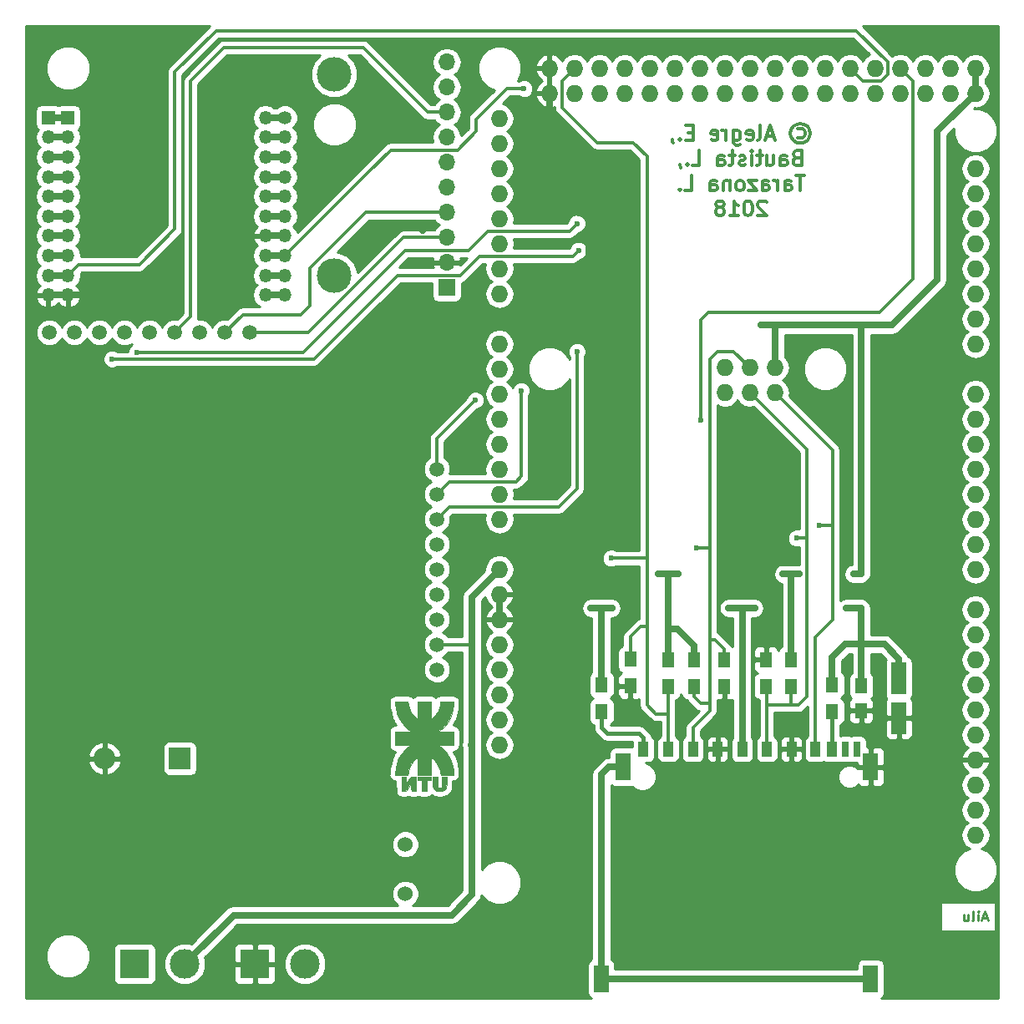
<source format=gbr>
G04 #@! TF.FileFunction,Copper,L2,Bot,Signal*
%FSLAX46Y46*%
G04 Gerber Fmt 4.6, Leading zero omitted, Abs format (unit mm)*
G04 Created by KiCad (PCBNEW 4.0.7-e2-6376~58~ubuntu16.04.1) date Tue Oct  2 08:21:06 2018*
%MOMM*%
%LPD*%
G01*
G04 APERTURE LIST*
%ADD10C,0.100000*%
%ADD11C,0.250000*%
%ADD12C,0.300000*%
%ADD13C,0.010000*%
%ADD14R,1.350000X1.350000*%
%ADD15O,1.350000X1.350000*%
%ADD16C,1.350000*%
%ADD17C,1.524000*%
%ADD18O,1.727200X1.727200*%
%ADD19R,1.500000X3.200000*%
%ADD20R,1.250000X1.500000*%
%ADD21R,2.200000X2.200000*%
%ADD22O,2.200000X2.200000*%
%ADD23R,1.000000X1.500000*%
%ADD24R,0.700000X1.500000*%
%ADD25R,1.500000X2.800000*%
%ADD26R,1.300000X1.500000*%
%ADD27C,1.500000*%
%ADD28R,1.700000X1.700000*%
%ADD29O,1.700000X1.700000*%
%ADD30C,3.500000*%
%ADD31R,3.000000X3.000000*%
%ADD32C,3.000000*%
%ADD33C,0.600000*%
%ADD34C,0.700000*%
%ADD35C,0.400000*%
%ADD36C,0.254000*%
G04 APERTURE END LIST*
D10*
D11*
X198167381Y-141136667D02*
X197691190Y-141136667D01*
X198262619Y-141422381D02*
X197929286Y-140422381D01*
X197595952Y-141422381D01*
X197262619Y-141422381D02*
X197262619Y-140755714D01*
X197262619Y-140422381D02*
X197310238Y-140470000D01*
X197262619Y-140517619D01*
X197215000Y-140470000D01*
X197262619Y-140422381D01*
X197262619Y-140517619D01*
X196643572Y-141422381D02*
X196738810Y-141374762D01*
X196786429Y-141279524D01*
X196786429Y-140422381D01*
X195834047Y-140755714D02*
X195834047Y-141422381D01*
X196262619Y-140755714D02*
X196262619Y-141279524D01*
X196215000Y-141374762D01*
X196119762Y-141422381D01*
X195976904Y-141422381D01*
X195881666Y-141374762D01*
X195834047Y-141327143D01*
D12*
X178942285Y-61166514D02*
X179085143Y-61095086D01*
X179370857Y-61095086D01*
X179513714Y-61166514D01*
X179656571Y-61309371D01*
X179728000Y-61452229D01*
X179728000Y-61737943D01*
X179656571Y-61880800D01*
X179513714Y-62023657D01*
X179370857Y-62095086D01*
X179085143Y-62095086D01*
X178942285Y-62023657D01*
X179228000Y-60595086D02*
X179585143Y-60666514D01*
X179942285Y-60880800D01*
X180156571Y-61237943D01*
X180228000Y-61595086D01*
X180156571Y-61952229D01*
X179942285Y-62309371D01*
X179585143Y-62523657D01*
X179228000Y-62595086D01*
X178870857Y-62523657D01*
X178513714Y-62309371D01*
X178299428Y-61952229D01*
X178228000Y-61595086D01*
X178299428Y-61237943D01*
X178513714Y-60880800D01*
X178870857Y-60666514D01*
X179228000Y-60595086D01*
X176513714Y-61880800D02*
X175799428Y-61880800D01*
X176656571Y-62309371D02*
X176156571Y-60809371D01*
X175656571Y-62309371D01*
X174942285Y-62309371D02*
X175085143Y-62237943D01*
X175156571Y-62095086D01*
X175156571Y-60809371D01*
X173799429Y-62237943D02*
X173942286Y-62309371D01*
X174228000Y-62309371D01*
X174370857Y-62237943D01*
X174442286Y-62095086D01*
X174442286Y-61523657D01*
X174370857Y-61380800D01*
X174228000Y-61309371D01*
X173942286Y-61309371D01*
X173799429Y-61380800D01*
X173728000Y-61523657D01*
X173728000Y-61666514D01*
X174442286Y-61809371D01*
X172442286Y-61309371D02*
X172442286Y-62523657D01*
X172513715Y-62666514D01*
X172585143Y-62737943D01*
X172728000Y-62809371D01*
X172942286Y-62809371D01*
X173085143Y-62737943D01*
X172442286Y-62237943D02*
X172585143Y-62309371D01*
X172870857Y-62309371D01*
X173013715Y-62237943D01*
X173085143Y-62166514D01*
X173156572Y-62023657D01*
X173156572Y-61595086D01*
X173085143Y-61452229D01*
X173013715Y-61380800D01*
X172870857Y-61309371D01*
X172585143Y-61309371D01*
X172442286Y-61380800D01*
X171728000Y-62309371D02*
X171728000Y-61309371D01*
X171728000Y-61595086D02*
X171656572Y-61452229D01*
X171585143Y-61380800D01*
X171442286Y-61309371D01*
X171299429Y-61309371D01*
X170228001Y-62237943D02*
X170370858Y-62309371D01*
X170656572Y-62309371D01*
X170799429Y-62237943D01*
X170870858Y-62095086D01*
X170870858Y-61523657D01*
X170799429Y-61380800D01*
X170656572Y-61309371D01*
X170370858Y-61309371D01*
X170228001Y-61380800D01*
X170156572Y-61523657D01*
X170156572Y-61666514D01*
X170870858Y-61809371D01*
X168370858Y-61523657D02*
X167870858Y-61523657D01*
X167656572Y-62309371D02*
X168370858Y-62309371D01*
X168370858Y-60809371D01*
X167656572Y-60809371D01*
X167013715Y-62166514D02*
X166942287Y-62237943D01*
X167013715Y-62309371D01*
X167085144Y-62237943D01*
X167013715Y-62166514D01*
X167013715Y-62309371D01*
X166228001Y-62237943D02*
X166228001Y-62309371D01*
X166299429Y-62452229D01*
X166370858Y-62523657D01*
X178870858Y-64073657D02*
X178656572Y-64145086D01*
X178585144Y-64216514D01*
X178513715Y-64359371D01*
X178513715Y-64573657D01*
X178585144Y-64716514D01*
X178656572Y-64787943D01*
X178799430Y-64859371D01*
X179370858Y-64859371D01*
X179370858Y-63359371D01*
X178870858Y-63359371D01*
X178728001Y-63430800D01*
X178656572Y-63502229D01*
X178585144Y-63645086D01*
X178585144Y-63787943D01*
X178656572Y-63930800D01*
X178728001Y-64002229D01*
X178870858Y-64073657D01*
X179370858Y-64073657D01*
X177228001Y-64859371D02*
X177228001Y-64073657D01*
X177299430Y-63930800D01*
X177442287Y-63859371D01*
X177728001Y-63859371D01*
X177870858Y-63930800D01*
X177228001Y-64787943D02*
X177370858Y-64859371D01*
X177728001Y-64859371D01*
X177870858Y-64787943D01*
X177942287Y-64645086D01*
X177942287Y-64502229D01*
X177870858Y-64359371D01*
X177728001Y-64287943D01*
X177370858Y-64287943D01*
X177228001Y-64216514D01*
X175870858Y-63859371D02*
X175870858Y-64859371D01*
X176513715Y-63859371D02*
X176513715Y-64645086D01*
X176442287Y-64787943D01*
X176299429Y-64859371D01*
X176085144Y-64859371D01*
X175942287Y-64787943D01*
X175870858Y-64716514D01*
X175370858Y-63859371D02*
X174799429Y-63859371D01*
X175156572Y-63359371D02*
X175156572Y-64645086D01*
X175085144Y-64787943D01*
X174942286Y-64859371D01*
X174799429Y-64859371D01*
X174299429Y-64859371D02*
X174299429Y-63859371D01*
X174299429Y-63359371D02*
X174370858Y-63430800D01*
X174299429Y-63502229D01*
X174228001Y-63430800D01*
X174299429Y-63359371D01*
X174299429Y-63502229D01*
X173656572Y-64787943D02*
X173513715Y-64859371D01*
X173228000Y-64859371D01*
X173085143Y-64787943D01*
X173013715Y-64645086D01*
X173013715Y-64573657D01*
X173085143Y-64430800D01*
X173228000Y-64359371D01*
X173442286Y-64359371D01*
X173585143Y-64287943D01*
X173656572Y-64145086D01*
X173656572Y-64073657D01*
X173585143Y-63930800D01*
X173442286Y-63859371D01*
X173228000Y-63859371D01*
X173085143Y-63930800D01*
X172585143Y-63859371D02*
X172013714Y-63859371D01*
X172370857Y-63359371D02*
X172370857Y-64645086D01*
X172299429Y-64787943D01*
X172156571Y-64859371D01*
X172013714Y-64859371D01*
X170870857Y-64859371D02*
X170870857Y-64073657D01*
X170942286Y-63930800D01*
X171085143Y-63859371D01*
X171370857Y-63859371D01*
X171513714Y-63930800D01*
X170870857Y-64787943D02*
X171013714Y-64859371D01*
X171370857Y-64859371D01*
X171513714Y-64787943D01*
X171585143Y-64645086D01*
X171585143Y-64502229D01*
X171513714Y-64359371D01*
X171370857Y-64287943D01*
X171013714Y-64287943D01*
X170870857Y-64216514D01*
X168299428Y-64859371D02*
X169013714Y-64859371D01*
X169013714Y-63359371D01*
X167799428Y-64716514D02*
X167728000Y-64787943D01*
X167799428Y-64859371D01*
X167870857Y-64787943D01*
X167799428Y-64716514D01*
X167799428Y-64859371D01*
X167013714Y-64787943D02*
X167013714Y-64859371D01*
X167085142Y-65002229D01*
X167156571Y-65073657D01*
X179656572Y-65909371D02*
X178799429Y-65909371D01*
X179228000Y-67409371D02*
X179228000Y-65909371D01*
X177656572Y-67409371D02*
X177656572Y-66623657D01*
X177728001Y-66480800D01*
X177870858Y-66409371D01*
X178156572Y-66409371D01*
X178299429Y-66480800D01*
X177656572Y-67337943D02*
X177799429Y-67409371D01*
X178156572Y-67409371D01*
X178299429Y-67337943D01*
X178370858Y-67195086D01*
X178370858Y-67052229D01*
X178299429Y-66909371D01*
X178156572Y-66837943D01*
X177799429Y-66837943D01*
X177656572Y-66766514D01*
X176942286Y-67409371D02*
X176942286Y-66409371D01*
X176942286Y-66695086D02*
X176870858Y-66552229D01*
X176799429Y-66480800D01*
X176656572Y-66409371D01*
X176513715Y-66409371D01*
X175370858Y-67409371D02*
X175370858Y-66623657D01*
X175442287Y-66480800D01*
X175585144Y-66409371D01*
X175870858Y-66409371D01*
X176013715Y-66480800D01*
X175370858Y-67337943D02*
X175513715Y-67409371D01*
X175870858Y-67409371D01*
X176013715Y-67337943D01*
X176085144Y-67195086D01*
X176085144Y-67052229D01*
X176013715Y-66909371D01*
X175870858Y-66837943D01*
X175513715Y-66837943D01*
X175370858Y-66766514D01*
X174799429Y-66409371D02*
X174013715Y-66409371D01*
X174799429Y-67409371D01*
X174013715Y-67409371D01*
X173228000Y-67409371D02*
X173370858Y-67337943D01*
X173442286Y-67266514D01*
X173513715Y-67123657D01*
X173513715Y-66695086D01*
X173442286Y-66552229D01*
X173370858Y-66480800D01*
X173228000Y-66409371D01*
X173013715Y-66409371D01*
X172870858Y-66480800D01*
X172799429Y-66552229D01*
X172728000Y-66695086D01*
X172728000Y-67123657D01*
X172799429Y-67266514D01*
X172870858Y-67337943D01*
X173013715Y-67409371D01*
X173228000Y-67409371D01*
X172085143Y-66409371D02*
X172085143Y-67409371D01*
X172085143Y-66552229D02*
X172013715Y-66480800D01*
X171870857Y-66409371D01*
X171656572Y-66409371D01*
X171513715Y-66480800D01*
X171442286Y-66623657D01*
X171442286Y-67409371D01*
X170085143Y-67409371D02*
X170085143Y-66623657D01*
X170156572Y-66480800D01*
X170299429Y-66409371D01*
X170585143Y-66409371D01*
X170728000Y-66480800D01*
X170085143Y-67337943D02*
X170228000Y-67409371D01*
X170585143Y-67409371D01*
X170728000Y-67337943D01*
X170799429Y-67195086D01*
X170799429Y-67052229D01*
X170728000Y-66909371D01*
X170585143Y-66837943D01*
X170228000Y-66837943D01*
X170085143Y-66766514D01*
X167513714Y-67409371D02*
X168228000Y-67409371D01*
X168228000Y-65909371D01*
X167013714Y-67266514D02*
X166942286Y-67337943D01*
X167013714Y-67409371D01*
X167085143Y-67337943D01*
X167013714Y-67266514D01*
X167013714Y-67409371D01*
X175799428Y-68602229D02*
X175727999Y-68530800D01*
X175585142Y-68459371D01*
X175227999Y-68459371D01*
X175085142Y-68530800D01*
X175013713Y-68602229D01*
X174942285Y-68745086D01*
X174942285Y-68887943D01*
X175013713Y-69102229D01*
X175870856Y-69959371D01*
X174942285Y-69959371D01*
X174013714Y-68459371D02*
X173870857Y-68459371D01*
X173728000Y-68530800D01*
X173656571Y-68602229D01*
X173585142Y-68745086D01*
X173513714Y-69030800D01*
X173513714Y-69387943D01*
X173585142Y-69673657D01*
X173656571Y-69816514D01*
X173728000Y-69887943D01*
X173870857Y-69959371D01*
X174013714Y-69959371D01*
X174156571Y-69887943D01*
X174228000Y-69816514D01*
X174299428Y-69673657D01*
X174370857Y-69387943D01*
X174370857Y-69030800D01*
X174299428Y-68745086D01*
X174228000Y-68602229D01*
X174156571Y-68530800D01*
X174013714Y-68459371D01*
X172085143Y-69959371D02*
X172942286Y-69959371D01*
X172513714Y-69959371D02*
X172513714Y-68459371D01*
X172656571Y-68673657D01*
X172799429Y-68816514D01*
X172942286Y-68887943D01*
X171228000Y-69102229D02*
X171370858Y-69030800D01*
X171442286Y-68959371D01*
X171513715Y-68816514D01*
X171513715Y-68745086D01*
X171442286Y-68602229D01*
X171370858Y-68530800D01*
X171228000Y-68459371D01*
X170942286Y-68459371D01*
X170799429Y-68530800D01*
X170728000Y-68602229D01*
X170656572Y-68745086D01*
X170656572Y-68816514D01*
X170728000Y-68959371D01*
X170799429Y-69030800D01*
X170942286Y-69102229D01*
X171228000Y-69102229D01*
X171370858Y-69173657D01*
X171442286Y-69245086D01*
X171513715Y-69387943D01*
X171513715Y-69673657D01*
X171442286Y-69816514D01*
X171370858Y-69887943D01*
X171228000Y-69959371D01*
X170942286Y-69959371D01*
X170799429Y-69887943D01*
X170728000Y-69816514D01*
X170656572Y-69673657D01*
X170656572Y-69387943D01*
X170728000Y-69245086D01*
X170799429Y-69173657D01*
X170942286Y-69102229D01*
D13*
G36*
X143152284Y-126805184D02*
X142908867Y-126805266D01*
X142908867Y-127332943D01*
X142907749Y-127554593D01*
X142902967Y-127706518D01*
X142892384Y-127803646D01*
X142873860Y-127860906D01*
X142845257Y-127893226D01*
X142826984Y-127904443D01*
X142681803Y-127945941D01*
X142553012Y-127915207D01*
X142509724Y-127881742D01*
X142479996Y-127834766D01*
X142460229Y-127754628D01*
X142448717Y-127626683D01*
X142443757Y-127436288D01*
X142443200Y-127310242D01*
X142443200Y-126805266D01*
X141977534Y-126805266D01*
X141977534Y-127349339D01*
X141978766Y-127577764D01*
X141984123Y-127739239D01*
X141996097Y-127851466D01*
X142017179Y-127932144D01*
X142049861Y-127998976D01*
X142074364Y-128037256D01*
X142226755Y-128192628D01*
X142430593Y-128281786D01*
X142686675Y-128304971D01*
X142884422Y-128284298D01*
X143080227Y-128224136D01*
X143223089Y-128119337D01*
X143353367Y-127989145D01*
X143374534Y-127397123D01*
X143395700Y-126805101D01*
X143152284Y-126805184D01*
X143152284Y-126805184D01*
G37*
X143152284Y-126805184D02*
X142908867Y-126805266D01*
X142908867Y-127332943D01*
X142907749Y-127554593D01*
X142902967Y-127706518D01*
X142892384Y-127803646D01*
X142873860Y-127860906D01*
X142845257Y-127893226D01*
X142826984Y-127904443D01*
X142681803Y-127945941D01*
X142553012Y-127915207D01*
X142509724Y-127881742D01*
X142479996Y-127834766D01*
X142460229Y-127754628D01*
X142448717Y-127626683D01*
X142443757Y-127436288D01*
X142443200Y-127310242D01*
X142443200Y-126805266D01*
X141977534Y-126805266D01*
X141977534Y-127349339D01*
X141978766Y-127577764D01*
X141984123Y-127739239D01*
X141996097Y-127851466D01*
X142017179Y-127932144D01*
X142049861Y-127998976D01*
X142074364Y-128037256D01*
X142226755Y-128192628D01*
X142430593Y-128281786D01*
X142686675Y-128304971D01*
X142884422Y-128284298D01*
X143080227Y-128224136D01*
X143223089Y-128119337D01*
X143353367Y-127989145D01*
X143374534Y-127397123D01*
X143395700Y-126805101D01*
X143152284Y-126805184D01*
G36*
X140411200Y-127186266D02*
X140876867Y-127186266D01*
X140876867Y-128286933D01*
X141342534Y-128286933D01*
X141342534Y-127186266D01*
X141808200Y-127186266D01*
X141808200Y-126805266D01*
X140411200Y-126805266D01*
X140411200Y-127186266D01*
X140411200Y-127186266D01*
G37*
X140411200Y-127186266D02*
X140876867Y-127186266D01*
X140876867Y-128286933D01*
X141342534Y-128286933D01*
X141342534Y-127186266D01*
X141808200Y-127186266D01*
X141808200Y-126805266D01*
X140411200Y-126805266D01*
X140411200Y-127186266D01*
G36*
X140030200Y-126814000D02*
X139797367Y-126826433D01*
X139543367Y-127201498D01*
X139289367Y-127576564D01*
X139265023Y-126805266D01*
X139044362Y-126805214D01*
X138823700Y-126805161D01*
X138836189Y-127548193D01*
X138848677Y-128291225D01*
X139064393Y-128278496D01*
X139280110Y-128265766D01*
X139538739Y-127888511D01*
X139797367Y-127511256D01*
X139809539Y-127899094D01*
X139821711Y-128286933D01*
X140238092Y-128286933D01*
X140250563Y-127544250D01*
X140263034Y-126801568D01*
X140030200Y-126814000D01*
X140030200Y-126814000D01*
G37*
X140030200Y-126814000D02*
X139797367Y-126826433D01*
X139543367Y-127201498D01*
X139289367Y-127576564D01*
X139265023Y-126805266D01*
X139044362Y-126805214D01*
X138823700Y-126805161D01*
X138836189Y-127548193D01*
X138848677Y-128291225D01*
X139064393Y-128278496D01*
X139280110Y-128265766D01*
X139538739Y-127888511D01*
X139797367Y-127511256D01*
X139809539Y-127899094D01*
X139821711Y-128286933D01*
X140238092Y-128286933D01*
X140250563Y-127544250D01*
X140263034Y-126801568D01*
X140030200Y-126814000D01*
G36*
X140443792Y-120084850D02*
X140432367Y-120984433D01*
X140135264Y-120688100D01*
X139894160Y-120415445D01*
X139719436Y-120136322D01*
X139597250Y-119824433D01*
X139528261Y-119534899D01*
X139462254Y-119185266D01*
X138170719Y-119185266D01*
X138193073Y-119471016D01*
X138243033Y-119885500D01*
X138324095Y-120283083D01*
X138430072Y-120635455D01*
X138470095Y-120738526D01*
X138649499Y-121093126D01*
X138883741Y-121439755D01*
X139155088Y-121756406D01*
X139445803Y-122021073D01*
X139584944Y-122121818D01*
X139753521Y-122233266D01*
X138167534Y-122233266D01*
X138167534Y-123635611D01*
X138929587Y-123622355D01*
X139172884Y-123619235D01*
X139383920Y-123618654D01*
X139549372Y-123620473D01*
X139655913Y-123624554D01*
X139690448Y-123630266D01*
X139656910Y-123662707D01*
X139572971Y-123721376D01*
X139516112Y-123757266D01*
X139359633Y-123874952D01*
X139179054Y-124045429D01*
X138992905Y-124248337D01*
X138819719Y-124463318D01*
X138678029Y-124670012D01*
X138663922Y-124693461D01*
X138536119Y-124946258D01*
X138417635Y-125246714D01*
X138319369Y-125561779D01*
X138252215Y-125858402D01*
X138232449Y-126002153D01*
X138214628Y-126181001D01*
X138195887Y-126356270D01*
X138184360Y-126456016D01*
X138162346Y-126635933D01*
X139468251Y-126635933D01*
X139519766Y-126316595D01*
X139622873Y-125922933D01*
X139796695Y-125553871D01*
X140031460Y-125227932D01*
X140168428Y-125087119D01*
X140432367Y-124842713D01*
X140443776Y-125760489D01*
X140455185Y-126678266D01*
X141808200Y-126678266D01*
X141808200Y-125789266D01*
X141810085Y-125452601D01*
X141815824Y-125198002D01*
X141825549Y-125022951D01*
X141839387Y-124924930D01*
X141853920Y-124900266D01*
X141903330Y-124928437D01*
X141994042Y-125003272D01*
X142108837Y-125110250D01*
X142142646Y-125143683D01*
X142396768Y-125455239D01*
X142587822Y-125819007D01*
X142717954Y-126239208D01*
X142730855Y-126299914D01*
X142803034Y-126657100D01*
X143438655Y-126645467D01*
X144074275Y-126633835D01*
X144044455Y-126222134D01*
X143967284Y-125684206D01*
X143817642Y-125179110D01*
X143598436Y-124714425D01*
X143312569Y-124297731D01*
X143302077Y-124284940D01*
X143176629Y-124143716D01*
X143034072Y-124000093D01*
X142889830Y-123867689D01*
X142759326Y-123760129D01*
X142657983Y-123691033D01*
X142608732Y-123672600D01*
X142570732Y-123646242D01*
X142570166Y-123640850D01*
X142610247Y-123631445D01*
X142721612Y-123624688D01*
X142890911Y-123620890D01*
X143104795Y-123620362D01*
X143332166Y-123623082D01*
X144094200Y-123637064D01*
X144094200Y-122233266D01*
X142518553Y-122233266D01*
X142766627Y-122049713D01*
X143148390Y-121715985D01*
X143465474Y-121328739D01*
X143716443Y-120890749D01*
X143899862Y-120404790D01*
X144014296Y-119873634D01*
X144046331Y-119576850D01*
X144075080Y-119185266D01*
X142760700Y-119185390D01*
X142749147Y-119365245D01*
X142710711Y-119616330D01*
X142631653Y-119896246D01*
X142523192Y-120166882D01*
X142498042Y-120218353D01*
X142428036Y-120331167D01*
X142325330Y-120466593D01*
X142204804Y-120608404D01*
X142081336Y-120740368D01*
X141969807Y-120846255D01*
X141885097Y-120909836D01*
X141853921Y-120920933D01*
X141836405Y-120884063D01*
X141823216Y-120771818D01*
X141814224Y-120581745D01*
X141809301Y-120311394D01*
X141808200Y-120053100D01*
X141808200Y-119185266D01*
X140455218Y-119185266D01*
X140443792Y-120084850D01*
X140443792Y-120084850D01*
G37*
X140443792Y-120084850D02*
X140432367Y-120984433D01*
X140135264Y-120688100D01*
X139894160Y-120415445D01*
X139719436Y-120136322D01*
X139597250Y-119824433D01*
X139528261Y-119534899D01*
X139462254Y-119185266D01*
X138170719Y-119185266D01*
X138193073Y-119471016D01*
X138243033Y-119885500D01*
X138324095Y-120283083D01*
X138430072Y-120635455D01*
X138470095Y-120738526D01*
X138649499Y-121093126D01*
X138883741Y-121439755D01*
X139155088Y-121756406D01*
X139445803Y-122021073D01*
X139584944Y-122121818D01*
X139753521Y-122233266D01*
X138167534Y-122233266D01*
X138167534Y-123635611D01*
X138929587Y-123622355D01*
X139172884Y-123619235D01*
X139383920Y-123618654D01*
X139549372Y-123620473D01*
X139655913Y-123624554D01*
X139690448Y-123630266D01*
X139656910Y-123662707D01*
X139572971Y-123721376D01*
X139516112Y-123757266D01*
X139359633Y-123874952D01*
X139179054Y-124045429D01*
X138992905Y-124248337D01*
X138819719Y-124463318D01*
X138678029Y-124670012D01*
X138663922Y-124693461D01*
X138536119Y-124946258D01*
X138417635Y-125246714D01*
X138319369Y-125561779D01*
X138252215Y-125858402D01*
X138232449Y-126002153D01*
X138214628Y-126181001D01*
X138195887Y-126356270D01*
X138184360Y-126456016D01*
X138162346Y-126635933D01*
X139468251Y-126635933D01*
X139519766Y-126316595D01*
X139622873Y-125922933D01*
X139796695Y-125553871D01*
X140031460Y-125227932D01*
X140168428Y-125087119D01*
X140432367Y-124842713D01*
X140443776Y-125760489D01*
X140455185Y-126678266D01*
X141808200Y-126678266D01*
X141808200Y-125789266D01*
X141810085Y-125452601D01*
X141815824Y-125198002D01*
X141825549Y-125022951D01*
X141839387Y-124924930D01*
X141853920Y-124900266D01*
X141903330Y-124928437D01*
X141994042Y-125003272D01*
X142108837Y-125110250D01*
X142142646Y-125143683D01*
X142396768Y-125455239D01*
X142587822Y-125819007D01*
X142717954Y-126239208D01*
X142730855Y-126299914D01*
X142803034Y-126657100D01*
X143438655Y-126645467D01*
X144074275Y-126633835D01*
X144044455Y-126222134D01*
X143967284Y-125684206D01*
X143817642Y-125179110D01*
X143598436Y-124714425D01*
X143312569Y-124297731D01*
X143302077Y-124284940D01*
X143176629Y-124143716D01*
X143034072Y-124000093D01*
X142889830Y-123867689D01*
X142759326Y-123760129D01*
X142657983Y-123691033D01*
X142608732Y-123672600D01*
X142570732Y-123646242D01*
X142570166Y-123640850D01*
X142610247Y-123631445D01*
X142721612Y-123624688D01*
X142890911Y-123620890D01*
X143104795Y-123620362D01*
X143332166Y-123623082D01*
X144094200Y-123637064D01*
X144094200Y-122233266D01*
X142518553Y-122233266D01*
X142766627Y-122049713D01*
X143148390Y-121715985D01*
X143465474Y-121328739D01*
X143716443Y-120890749D01*
X143899862Y-120404790D01*
X144014296Y-119873634D01*
X144046331Y-119576850D01*
X144075080Y-119185266D01*
X142760700Y-119185390D01*
X142749147Y-119365245D01*
X142710711Y-119616330D01*
X142631653Y-119896246D01*
X142523192Y-120166882D01*
X142498042Y-120218353D01*
X142428036Y-120331167D01*
X142325330Y-120466593D01*
X142204804Y-120608404D01*
X142081336Y-120740368D01*
X141969807Y-120846255D01*
X141885097Y-120909836D01*
X141853921Y-120920933D01*
X141836405Y-120884063D01*
X141823216Y-120771818D01*
X141814224Y-120581745D01*
X141809301Y-120311394D01*
X141808200Y-120053100D01*
X141808200Y-119185266D01*
X140455218Y-119185266D01*
X140443792Y-120084850D01*
D14*
X105000000Y-60000000D03*
X103000000Y-60000000D03*
D15*
X105000000Y-62000000D03*
X103000000Y-62000000D03*
X105000000Y-64000000D03*
X103000000Y-64000000D03*
X105000000Y-66000000D03*
X103000000Y-66000000D03*
X105000000Y-68000000D03*
X103000000Y-68000000D03*
X105000000Y-70000000D03*
X103000000Y-70000000D03*
X105000000Y-72000000D03*
X103000000Y-72000000D03*
X105000000Y-74000000D03*
X103000000Y-74000000D03*
X105000000Y-76000000D03*
X103000000Y-76000000D03*
X105000000Y-78000000D03*
X103000000Y-78000000D03*
X127000000Y-64000000D03*
D16*
X127000000Y-60000000D03*
D15*
X125000000Y-60000000D03*
X127000000Y-62000000D03*
X125000000Y-62000000D03*
X125000000Y-64000000D03*
X127000000Y-66000000D03*
X125000000Y-66000000D03*
X125000000Y-68000000D03*
X127000000Y-70000000D03*
X125000000Y-70000000D03*
X127000000Y-72000000D03*
X127000000Y-68000000D03*
X127000000Y-74000000D03*
X125000000Y-72000000D03*
X125000000Y-74000000D03*
X127000000Y-78000000D03*
X125000000Y-76000000D03*
X127000000Y-76000000D03*
X125000000Y-78000000D03*
D17*
X139192000Y-133684000D03*
X139192000Y-138684000D03*
D18*
X171600000Y-87893000D03*
X171600000Y-85353000D03*
X174140000Y-85353000D03*
X174140000Y-87893000D03*
X176680000Y-85353000D03*
X148740000Y-100720000D03*
X148740000Y-105800000D03*
X148740000Y-108340000D03*
X148740000Y-110880000D03*
X148740000Y-113420000D03*
X148740000Y-115960000D03*
X148740000Y-118500000D03*
X148740000Y-121040000D03*
X197000000Y-65160000D03*
X197000000Y-67700000D03*
X197000000Y-70240000D03*
X197000000Y-72780000D03*
X197000000Y-75320000D03*
X197000000Y-77860000D03*
X197000000Y-80400000D03*
X197000000Y-82940000D03*
X197000000Y-88020000D03*
X197000000Y-90560000D03*
X197000000Y-93100000D03*
X197000000Y-95640000D03*
X197000000Y-98180000D03*
X197000000Y-100720000D03*
X197000000Y-103260000D03*
X197000000Y-105800000D03*
X197000000Y-125104000D03*
X197000000Y-109864000D03*
X197000000Y-112404000D03*
X197000000Y-114944000D03*
X197000000Y-132724000D03*
X197000000Y-130184000D03*
X197000000Y-127644000D03*
X197000000Y-122564000D03*
X197000000Y-120024000D03*
X197000000Y-117484000D03*
X148740000Y-123580000D03*
X148740000Y-98180000D03*
X148740000Y-95640000D03*
X148740000Y-93100000D03*
X148740000Y-90560000D03*
X148740000Y-88020000D03*
X148740000Y-85480000D03*
X148740000Y-82940000D03*
X148740000Y-77860000D03*
X148740000Y-75320000D03*
X148740000Y-72780000D03*
X148740000Y-70240000D03*
X148740000Y-67700000D03*
X148740000Y-65160000D03*
X148740000Y-62620000D03*
X148740000Y-60080000D03*
X197000000Y-57540000D03*
X197000000Y-55000000D03*
X194460000Y-57540000D03*
X194460000Y-55000000D03*
X191920000Y-57540000D03*
X191920000Y-55000000D03*
X189380000Y-57540000D03*
X189380000Y-55000000D03*
X186840000Y-57540000D03*
X186840000Y-55000000D03*
X184300000Y-57540000D03*
X184300000Y-55000000D03*
X181760000Y-57540000D03*
X181760000Y-55000000D03*
X179220000Y-57540000D03*
X179220000Y-55000000D03*
X176680000Y-57540000D03*
X176680000Y-55000000D03*
X174140000Y-57540000D03*
X174140000Y-55000000D03*
X171600000Y-57540000D03*
X171600000Y-55000000D03*
X169060000Y-57540000D03*
X169060000Y-55000000D03*
X166520000Y-57540000D03*
X166520000Y-55000000D03*
X163980000Y-57540000D03*
X163980000Y-55000000D03*
X161440000Y-57540000D03*
X161440000Y-55000000D03*
X158900000Y-57540000D03*
X158900000Y-55000000D03*
X156360000Y-57540000D03*
X156360000Y-55000000D03*
X153820000Y-57540000D03*
X153820000Y-55000000D03*
X176680000Y-87893000D03*
D19*
X189230000Y-116872000D03*
X189230000Y-120872000D03*
D20*
X185420000Y-117622000D03*
X185420000Y-120122000D03*
D21*
X116332000Y-124968000D03*
D22*
X108712000Y-124968000D03*
D23*
X165845000Y-124025000D03*
X168345000Y-124025000D03*
X170845000Y-124025000D03*
X173345000Y-124025000D03*
X175845000Y-124025000D03*
X178345000Y-124025000D03*
X180775000Y-124025000D03*
X182475000Y-124025000D03*
X163345000Y-124025000D03*
D24*
X183775000Y-124025000D03*
X184975000Y-124025000D03*
D25*
X161270000Y-125825000D03*
X159070000Y-147325000D03*
X186370000Y-147325000D03*
X186370000Y-125825000D03*
D26*
X165862000Y-114946464D03*
X165862000Y-117646464D03*
X168452800Y-114956600D03*
X168452800Y-117656600D03*
X178308000Y-114946464D03*
X178308000Y-117646464D03*
X162001200Y-114931200D03*
X162001200Y-117631200D03*
X171526200Y-114956600D03*
X171526200Y-117656600D03*
X175768000Y-117646464D03*
X175768000Y-114946464D03*
D27*
X120904000Y-81788000D03*
X123444000Y-81788000D03*
X115824000Y-81788000D03*
X118364000Y-81788000D03*
X142389860Y-100718620D03*
X142389860Y-98178620D03*
X142389860Y-95638620D03*
X110744000Y-81788000D03*
X108204000Y-81788000D03*
X113284000Y-81788000D03*
X103124000Y-81788000D03*
X105664000Y-81788000D03*
X142389860Y-108338620D03*
X142389860Y-103258620D03*
X142389860Y-105798620D03*
X142389860Y-110878620D03*
X142389860Y-113418620D03*
X142389860Y-115958620D03*
D28*
X143400000Y-77240000D03*
D29*
X143400000Y-74700000D03*
X143400000Y-72160000D03*
X143400000Y-69620000D03*
X143400000Y-67080000D03*
X143400000Y-64540000D03*
X143400000Y-62000000D03*
X143400000Y-59460000D03*
X143400000Y-56920000D03*
X143400000Y-54380000D03*
D30*
X132000000Y-75999000D03*
X132000000Y-55625000D03*
D31*
X123952000Y-145796000D03*
D32*
X129032000Y-145796000D03*
D31*
X111760000Y-145796000D03*
D32*
X116840000Y-145796000D03*
D26*
X159110680Y-117522000D03*
X159110680Y-120222000D03*
X182473600Y-117522000D03*
X182473600Y-120222000D03*
D33*
X159082740Y-110906560D03*
X160147000Y-109728000D03*
X157993080Y-109728000D03*
X159082740Y-109728000D03*
X173345000Y-111125000D03*
X171958000Y-109728000D03*
X174625000Y-109728000D03*
X173342300Y-109728000D03*
X183896000Y-109728000D03*
X185420000Y-111252000D03*
X185420000Y-109728000D03*
X139827000Y-70764400D03*
X137185400Y-70764400D03*
X136017000Y-70764400D03*
X140919200Y-71459990D03*
X140919200Y-70764400D03*
X157835600Y-78638400D03*
X157835600Y-75946000D03*
X157835600Y-83820000D03*
X159486600Y-85353000D03*
X157835600Y-85344000D03*
X157835600Y-77343000D03*
X156006800Y-77343000D03*
X154178000Y-77343000D03*
X152654000Y-77343000D03*
X110363000Y-76835000D03*
X110363000Y-77927200D03*
X110363000Y-72593200D03*
X110363000Y-73888600D03*
X113157000Y-69519800D03*
X113148000Y-72000000D03*
X114046000Y-65354200D03*
X112776000Y-65354200D03*
X160065720Y-104673400D03*
X168716960Y-103601520D03*
X178866800Y-102636320D03*
X181160420Y-101363780D03*
X111988600Y-83778190D03*
X156591000Y-70739000D03*
X156743400Y-73456800D03*
X109474000Y-84478190D03*
X151231600Y-57073800D03*
X185420000Y-105410000D03*
X184607200Y-106273600D03*
X185420000Y-106273600D03*
X179146200Y-106273600D03*
X164846000Y-106273600D03*
X166878000Y-106273600D03*
X165862000Y-107188000D03*
X165862000Y-106273600D03*
X177469800Y-106273600D03*
X178308000Y-107162600D03*
X178308000Y-106273600D03*
X178054000Y-81051400D03*
X176680000Y-81841200D03*
X175260000Y-81051400D03*
X176682400Y-81051400D03*
X156598620Y-83713320D03*
X150939500Y-87675720D03*
X146304000Y-88646000D03*
X169164000Y-90678000D03*
D34*
X159082740Y-109728000D02*
X159082740Y-110906560D01*
X159082740Y-110906560D02*
X159082740Y-117494060D01*
X159082740Y-109728000D02*
X160147000Y-109728000D01*
X159082740Y-109728000D02*
X157993080Y-109728000D01*
X159082740Y-117494060D02*
X159110680Y-117522000D01*
X173345000Y-124025000D02*
X173345000Y-111125000D01*
X173345000Y-111125000D02*
X173345000Y-109730700D01*
X173342300Y-109728000D02*
X171958000Y-109728000D01*
X173342300Y-109728000D02*
X174625000Y-109728000D01*
X173345000Y-109730700D02*
X173342300Y-109728000D01*
X185420000Y-109728000D02*
X183896000Y-109728000D01*
X185420000Y-109728000D02*
X185420000Y-111252000D01*
X185420000Y-111252000D02*
X185420000Y-113367820D01*
X185420000Y-113367820D02*
X185437780Y-113385600D01*
X182473600Y-114688620D02*
X182473600Y-117522000D01*
X183776620Y-113385600D02*
X182473600Y-114688620D01*
X185437780Y-113385600D02*
X183776620Y-113385600D01*
X185437780Y-113385600D02*
X185420000Y-113403380D01*
X185420000Y-113403380D02*
X185420000Y-117622000D01*
X187743600Y-113385600D02*
X185437780Y-113385600D01*
X189230000Y-114872000D02*
X187743600Y-113385600D01*
D35*
X189230000Y-115163600D02*
X189230000Y-114872000D01*
D34*
X189230000Y-115163600D02*
X189230000Y-116872000D01*
X103000000Y-68000000D02*
X105000000Y-68000000D01*
X103000000Y-60000000D02*
X105000000Y-60000000D01*
X140919200Y-70764400D02*
X139827000Y-70764400D01*
X139827000Y-70764400D02*
X137185400Y-70764400D01*
X137185400Y-70764400D02*
X136017000Y-70764400D01*
X140919200Y-70764400D02*
X140919200Y-71459990D01*
X148740000Y-110880000D02*
X148740000Y-108340000D01*
X157835600Y-77343000D02*
X157835600Y-78638400D01*
X157835600Y-78638400D02*
X157835600Y-83820000D01*
X157835600Y-77343000D02*
X157835600Y-75946000D01*
X157835600Y-75946000D02*
X157835600Y-66217800D01*
X157835600Y-83820000D02*
X157835600Y-85344000D01*
X157835600Y-85344000D02*
X159477600Y-85344000D01*
X159477600Y-85344000D02*
X159486600Y-85353000D01*
X157835600Y-66217800D02*
X153820000Y-62202200D01*
X153820000Y-62202200D02*
X153820000Y-57540000D01*
X156006800Y-77343000D02*
X157835600Y-77343000D01*
X154178000Y-77343000D02*
X156006800Y-77343000D01*
X153078264Y-77343000D02*
X154178000Y-77343000D01*
X152654000Y-77343000D02*
X153078264Y-77343000D01*
X107950000Y-78000000D02*
X110290200Y-78000000D01*
X105000000Y-78000000D02*
X107950000Y-78000000D01*
X110290200Y-78000000D02*
X110363000Y-77927200D01*
X110363000Y-77927200D02*
X110363000Y-76835000D01*
X110956200Y-72000000D02*
X110363000Y-72593200D01*
X110363000Y-72593200D02*
X110363000Y-73888600D01*
X113148000Y-72000000D02*
X110956200Y-72000000D01*
X113148000Y-72000000D02*
X113148000Y-69528800D01*
X113148000Y-69528800D02*
X113157000Y-69519800D01*
X112776000Y-65354200D02*
X114046000Y-65354200D01*
X125000000Y-72000000D02*
X127000000Y-72000000D01*
X103000000Y-78000000D02*
X105000000Y-78000000D01*
X145948400Y-108591600D02*
X145948400Y-113525300D01*
X145948400Y-113525300D02*
X145948400Y-123494800D01*
D12*
X142389860Y-113418620D02*
X145841720Y-113418620D01*
X145841720Y-113418620D02*
X145948400Y-113525300D01*
D34*
X145948400Y-123494800D02*
X145948400Y-138785600D01*
X145864580Y-123578620D02*
X145948400Y-123494800D01*
X148740000Y-105800000D02*
X145948400Y-108591600D01*
X145948400Y-138785600D02*
X143878300Y-140855700D01*
X143878300Y-140855700D02*
X140055600Y-140855700D01*
X140055600Y-140855700D02*
X131559300Y-140855700D01*
X116840000Y-145796000D02*
X121780300Y-140855700D01*
X121780300Y-140855700D02*
X131559300Y-140855700D01*
X131546600Y-140843000D02*
X131559300Y-140855700D01*
D12*
X163703000Y-113411000D02*
X163703000Y-111556800D01*
X163703000Y-111556800D02*
X163703000Y-104673400D01*
X162001200Y-112623600D02*
X163068000Y-111556800D01*
X163068000Y-111556800D02*
X163703000Y-111556800D01*
X162001200Y-114931200D02*
X162001200Y-112623600D01*
X163703000Y-104673400D02*
X163703000Y-63931800D01*
X161279840Y-104673400D02*
X163703000Y-104673400D01*
X162306000Y-62534800D02*
X158623000Y-62534800D01*
X158623000Y-62534800D02*
X155117800Y-59029600D01*
X163703000Y-63931800D02*
X162306000Y-62534800D01*
X163703000Y-113411000D02*
X163703000Y-113233200D01*
X163703000Y-119583200D02*
X163703000Y-113411000D01*
X165845000Y-120472200D02*
X164592000Y-120472200D01*
X164592000Y-120472200D02*
X163703000Y-119583200D01*
X160065720Y-104673400D02*
X161279840Y-104673400D01*
X155496401Y-55864619D02*
X155087320Y-56273700D01*
X155087320Y-56273700D02*
X155087320Y-56769000D01*
X156360000Y-55000000D02*
X155496401Y-55863599D01*
X155496401Y-55863599D02*
X155496401Y-55864619D01*
X155087320Y-56769000D02*
X155087320Y-58999120D01*
X155087320Y-56769000D02*
X155087320Y-56982360D01*
X155087320Y-58999120D02*
X155117800Y-59029600D01*
X165845000Y-120472200D02*
X165845000Y-119532400D01*
X165845000Y-124025000D02*
X165845000Y-120472200D01*
X165845000Y-119532400D02*
X165845000Y-117663464D01*
X165845000Y-117663464D02*
X165862000Y-117646464D01*
X170053000Y-117604540D02*
X170053000Y-119380000D01*
X170053000Y-119380000D02*
X170053000Y-119946420D01*
X168452800Y-117656600D02*
X168452800Y-118706600D01*
X168452800Y-118706600D02*
X169126200Y-119380000D01*
X169126200Y-119380000D02*
X170053000Y-119380000D01*
X170053000Y-103629460D02*
X170053000Y-112928400D01*
X170053000Y-112928400D02*
X170053000Y-114955320D01*
X171526200Y-114956600D02*
X171526200Y-113906600D01*
X170548000Y-112928400D02*
X170053000Y-112928400D01*
X171526200Y-113906600D02*
X170548000Y-112928400D01*
X168345000Y-124025000D02*
X168345000Y-121838720D01*
X170053000Y-119946420D02*
X170053000Y-120130720D01*
X170053000Y-120130720D02*
X168345000Y-121838720D01*
X170053000Y-114955320D02*
X170053000Y-117604540D01*
X170053000Y-84455000D02*
X170053000Y-103629460D01*
X168716960Y-103601520D02*
X170025060Y-103601520D01*
X170025060Y-103601520D02*
X170053000Y-103629460D01*
X174140000Y-85353000D02*
X172480000Y-83693000D01*
X172480000Y-83693000D02*
X170815000Y-83693000D01*
X170815000Y-83693000D02*
X170053000Y-84455000D01*
X179882800Y-93635800D02*
X179882800Y-102636320D01*
X179882800Y-102636320D02*
X179882800Y-118719600D01*
X178866800Y-102636320D02*
X179291064Y-102636320D01*
X179291064Y-102636320D02*
X179882800Y-102636320D01*
X174140000Y-87893000D02*
X179882800Y-93635800D01*
X179882800Y-118719600D02*
X179044600Y-119557800D01*
X179044600Y-119557800D02*
X178257200Y-119557800D01*
X177546664Y-119557800D02*
X178257200Y-119557800D01*
X178308000Y-117646464D02*
X178308000Y-119507000D01*
X178308000Y-119507000D02*
X178257200Y-119557800D01*
X175845000Y-124025000D02*
X175845000Y-119557800D01*
X175845000Y-119557800D02*
X175845000Y-117723464D01*
X177546664Y-119557800D02*
X175845000Y-119557800D01*
X175845000Y-117723464D02*
X175768000Y-117646464D01*
X182516780Y-110904020D02*
X182516780Y-101363780D01*
X181160420Y-101363780D02*
X182516780Y-101363780D01*
X182516780Y-101363780D02*
X182516780Y-93715180D01*
X180775000Y-124025000D02*
X180775000Y-112645800D01*
X180775000Y-112645800D02*
X182516780Y-110904020D01*
X182516780Y-93715180D02*
X180497410Y-91695810D01*
X180497410Y-91695810D02*
X180482810Y-91695810D01*
X180482810Y-91695810D02*
X176680000Y-87893000D01*
D35*
X182473600Y-120222000D02*
X182473600Y-124023600D01*
X182473600Y-124023600D02*
X182475000Y-124025000D01*
X159110680Y-121841260D02*
X159110680Y-120222000D01*
X159687260Y-122417840D02*
X159110680Y-121841260D01*
X162887840Y-122417840D02*
X159687260Y-122417840D01*
X163345000Y-124025000D02*
X163345000Y-122875000D01*
X163345000Y-122875000D02*
X162887840Y-122417840D01*
D34*
X159070000Y-147325000D02*
X159070000Y-126575000D01*
X159070000Y-126575000D02*
X159820000Y-125825000D01*
X159820000Y-125825000D02*
X161270000Y-125825000D01*
X159070000Y-147325000D02*
X186370000Y-147325000D01*
D12*
X135534400Y-77123970D02*
X128880180Y-83778190D01*
X128880180Y-83778190D02*
X111988600Y-83778190D01*
X147538599Y-71516399D02*
X145604999Y-73449999D01*
X145604999Y-73449999D02*
X139208371Y-73449999D01*
X139208371Y-73449999D02*
X135534400Y-77123970D01*
X156591000Y-70739000D02*
X155813601Y-71516399D01*
X155813601Y-71516399D02*
X147538599Y-71516399D01*
D34*
X103000000Y-62000000D02*
X105000000Y-62000000D01*
D12*
X109474000Y-84478190D02*
X129921000Y-84478190D01*
X144761401Y-75989999D02*
X146707799Y-74043601D01*
X129921000Y-84478190D02*
X136090990Y-78308200D01*
X136090990Y-78308200D02*
X136118600Y-78308200D01*
X136118600Y-78308200D02*
X136118600Y-78301399D01*
X136118600Y-78301399D02*
X138430000Y-75989999D01*
X138430000Y-75989999D02*
X144761401Y-75989999D01*
X146707799Y-74043601D02*
X156156599Y-74043601D01*
X156156599Y-74043601D02*
X156743400Y-73456800D01*
D34*
X103000000Y-64000000D02*
X105000000Y-64000000D01*
X103000000Y-66000000D02*
X105000000Y-66000000D01*
X103000000Y-70000000D02*
X105000000Y-70000000D01*
X103000000Y-72000000D02*
X105000000Y-72000000D01*
X103000000Y-74000000D02*
X105000000Y-74000000D01*
D12*
X105000000Y-76000000D02*
X106095400Y-74904600D01*
X106095400Y-74904600D02*
X112219740Y-74904600D01*
X112219740Y-74904600D02*
X115824000Y-71300340D01*
X115824000Y-71300340D02*
X115824000Y-55372000D01*
X115824000Y-55372000D02*
X120001130Y-51194870D01*
X120001130Y-51194870D02*
X132588000Y-51194870D01*
X132588000Y-51194870D02*
X184917798Y-51194870D01*
X132214128Y-51194870D02*
X132588000Y-51194870D01*
X185163599Y-55863599D02*
X184300000Y-55000000D01*
X185563601Y-56263601D02*
X185163599Y-55863599D01*
X187446529Y-56263601D02*
X185563601Y-56263601D01*
X188103601Y-55606529D02*
X187446529Y-56263601D01*
X188103601Y-54380673D02*
X188103601Y-55606529D01*
X184917798Y-51194870D02*
X188103601Y-54380673D01*
D34*
X103000000Y-76000000D02*
X105000000Y-76000000D01*
X125000000Y-64000000D02*
X127000000Y-64000000D01*
X125000000Y-60000000D02*
X127000000Y-60000000D01*
X125000000Y-62000000D02*
X127000000Y-62000000D01*
X125000000Y-66000000D02*
X127000000Y-66000000D01*
X125000000Y-68000000D02*
X127000000Y-68000000D01*
X125000000Y-70000000D02*
X127000000Y-70000000D01*
D12*
X127000000Y-74000000D02*
X135525601Y-65474399D01*
X135525601Y-65474399D02*
X135541201Y-65474399D01*
X135541201Y-65474399D02*
X137725601Y-63289999D01*
X137725601Y-63289999D02*
X144482001Y-63289999D01*
X146354800Y-60198000D02*
X149479000Y-57073800D01*
X144482001Y-63289999D02*
X146354800Y-61417200D01*
X146354800Y-61417200D02*
X146354800Y-60198000D01*
X149479000Y-57073800D02*
X151231600Y-57073800D01*
D34*
X127000000Y-74000000D02*
X125000000Y-74000000D01*
X125000000Y-78000000D02*
X127000000Y-78000000D01*
X125000000Y-76000000D02*
X127000000Y-76000000D01*
X168452800Y-114956600D02*
X168452800Y-113506600D01*
X168452800Y-113506600D02*
X166757000Y-111810800D01*
X166757000Y-111810800D02*
X165862000Y-111810800D01*
X185420000Y-106273600D02*
X185420000Y-105410000D01*
X185420000Y-105410000D02*
X185420000Y-81153000D01*
X185420000Y-106273600D02*
X184607200Y-106273600D01*
X178054000Y-81051400D02*
X185521600Y-81051400D01*
X185521600Y-81051400D02*
X188518800Y-81051400D01*
X185420000Y-81153000D02*
X185521600Y-81051400D01*
X178308000Y-106273600D02*
X179146200Y-106273600D01*
X176680000Y-85353000D02*
X176680000Y-81841200D01*
X165862000Y-106273600D02*
X164846000Y-106273600D01*
X165862000Y-106273600D02*
X166878000Y-106273600D01*
X165862000Y-111810800D02*
X165862000Y-107188000D01*
X165862000Y-107188000D02*
X165862000Y-106273600D01*
X178308000Y-106273600D02*
X177469800Y-106273600D01*
X178308000Y-108356400D02*
X178308000Y-107162600D01*
X178308000Y-107162600D02*
X178308000Y-106273600D01*
X178308000Y-114946464D02*
X178308000Y-108356400D01*
X165862000Y-114946464D02*
X165862000Y-111810800D01*
X176682400Y-81051400D02*
X178054000Y-81051400D01*
X176682400Y-81051400D02*
X175260000Y-81051400D01*
X193141600Y-76428600D02*
X193141600Y-61398400D01*
X188518800Y-81051400D02*
X193141600Y-76428600D01*
X193141600Y-61398400D02*
X197000000Y-57540000D01*
X176680000Y-81841200D02*
X176680000Y-81053800D01*
X176680000Y-81053800D02*
X176682400Y-81051400D01*
X197000000Y-57540000D02*
X197000000Y-55000000D01*
D12*
X131318000Y-73507600D02*
X135205600Y-69620000D01*
X135205600Y-69620000D02*
X143400000Y-69620000D01*
X131309398Y-73507600D02*
X131318000Y-73507600D01*
X129540000Y-79070200D02*
X129540000Y-75276998D01*
X129540000Y-75276998D02*
X131309398Y-73507600D01*
X128625600Y-79984600D02*
X129540000Y-79070200D01*
X120904000Y-81788000D02*
X122707400Y-79984600D01*
X122707400Y-79984600D02*
X128625600Y-79984600D01*
X123444000Y-81788000D02*
X129393002Y-81788000D01*
X129393002Y-81788000D02*
X139021002Y-72160000D01*
X139021002Y-72160000D02*
X142197919Y-72160000D01*
X142197919Y-72160000D02*
X143400000Y-72160000D01*
X143400000Y-59460000D02*
X141451200Y-59460000D01*
X141451200Y-59460000D02*
X134899400Y-52908200D01*
X117424200Y-80187800D02*
X115824000Y-81788000D01*
X134899400Y-52908200D02*
X120827800Y-52908200D01*
X120827800Y-52908200D02*
X117424200Y-56311800D01*
X117424200Y-56311800D02*
X117424200Y-80187800D01*
X142389860Y-100718620D02*
X143664879Y-99443601D01*
X143664879Y-99443601D02*
X154782459Y-99443601D01*
X154782459Y-99443601D02*
X156598620Y-97627440D01*
X156598620Y-92191510D02*
X156598620Y-83713320D01*
X156598620Y-97627440D02*
X156598620Y-92191510D01*
X150408481Y-96916399D02*
X150939500Y-96385380D01*
X150939500Y-96385380D02*
X150939500Y-87675720D01*
X142389860Y-98178620D02*
X143652081Y-96916399D01*
X143652081Y-96916399D02*
X150408481Y-96916399D01*
X142389860Y-95638620D02*
X142389860Y-92560140D01*
X142389860Y-92560140D02*
X143357600Y-91592400D01*
X146304000Y-88646000D02*
X143357600Y-91592400D01*
X169164000Y-90678000D02*
X169164000Y-80518000D01*
X169164000Y-80518000D02*
X169926000Y-79756000D01*
X169926000Y-79756000D02*
X187299600Y-79756000D01*
X190656399Y-76399201D02*
X190656399Y-56276399D01*
X187299600Y-79756000D02*
X190656399Y-76399201D01*
X190656399Y-56276399D02*
X189380000Y-55000000D01*
D36*
G36*
X115268921Y-54816921D02*
X115098755Y-55071593D01*
X115083455Y-55148513D01*
X115039000Y-55372000D01*
X115039000Y-70975182D01*
X111894582Y-74119600D01*
X106311874Y-74119600D01*
X106335664Y-74000000D01*
X106235946Y-73498685D01*
X105951974Y-73073690D01*
X105841689Y-73000000D01*
X105951974Y-72926310D01*
X106235946Y-72501315D01*
X106335664Y-72000000D01*
X106235946Y-71498685D01*
X105951974Y-71073690D01*
X105841689Y-71000000D01*
X105951974Y-70926310D01*
X106235946Y-70501315D01*
X106335664Y-70000000D01*
X106235946Y-69498685D01*
X105951974Y-69073690D01*
X105841689Y-69000000D01*
X105951974Y-68926310D01*
X106235946Y-68501315D01*
X106335664Y-68000000D01*
X106235946Y-67498685D01*
X105951974Y-67073690D01*
X105841689Y-67000000D01*
X105951974Y-66926310D01*
X106235946Y-66501315D01*
X106335664Y-66000000D01*
X106235946Y-65498685D01*
X105951974Y-65073690D01*
X105841689Y-65000000D01*
X105951974Y-64926310D01*
X106235946Y-64501315D01*
X106335664Y-64000000D01*
X106235946Y-63498685D01*
X105951974Y-63073690D01*
X105841689Y-63000000D01*
X105951974Y-62926310D01*
X106235946Y-62501315D01*
X106335664Y-62000000D01*
X106235946Y-61498685D01*
X106034992Y-61197936D01*
X106126441Y-61139090D01*
X106271431Y-60926890D01*
X106322440Y-60675000D01*
X106322440Y-59325000D01*
X106278162Y-59089683D01*
X106139090Y-58873559D01*
X105926890Y-58728569D01*
X105675000Y-58677560D01*
X104325000Y-58677560D01*
X104089683Y-58721838D01*
X104000772Y-58779051D01*
X103926890Y-58728569D01*
X103675000Y-58677560D01*
X102325000Y-58677560D01*
X102089683Y-58721838D01*
X101873559Y-58860910D01*
X101728569Y-59073110D01*
X101677560Y-59325000D01*
X101677560Y-60675000D01*
X101721838Y-60910317D01*
X101860910Y-61126441D01*
X101965177Y-61197683D01*
X101764054Y-61498685D01*
X101664336Y-62000000D01*
X101764054Y-62501315D01*
X102048026Y-62926310D01*
X102158311Y-63000000D01*
X102048026Y-63073690D01*
X101764054Y-63498685D01*
X101664336Y-64000000D01*
X101764054Y-64501315D01*
X102048026Y-64926310D01*
X102158311Y-65000000D01*
X102048026Y-65073690D01*
X101764054Y-65498685D01*
X101664336Y-66000000D01*
X101764054Y-66501315D01*
X102048026Y-66926310D01*
X102158311Y-67000000D01*
X102048026Y-67073690D01*
X101764054Y-67498685D01*
X101664336Y-68000000D01*
X101764054Y-68501315D01*
X102048026Y-68926310D01*
X102158311Y-69000000D01*
X102048026Y-69073690D01*
X101764054Y-69498685D01*
X101664336Y-70000000D01*
X101764054Y-70501315D01*
X102048026Y-70926310D01*
X102158311Y-71000000D01*
X102048026Y-71073690D01*
X101764054Y-71498685D01*
X101664336Y-72000000D01*
X101764054Y-72501315D01*
X102048026Y-72926310D01*
X102158311Y-73000000D01*
X102048026Y-73073690D01*
X101764054Y-73498685D01*
X101664336Y-74000000D01*
X101764054Y-74501315D01*
X102048026Y-74926310D01*
X102158311Y-75000000D01*
X102048026Y-75073690D01*
X101764054Y-75498685D01*
X101664336Y-76000000D01*
X101764054Y-76501315D01*
X102048026Y-76926310D01*
X102165686Y-77004928D01*
X101870522Y-77336367D01*
X101732090Y-77670600D01*
X101855776Y-77873000D01*
X102873000Y-77873000D01*
X102873000Y-77853000D01*
X103127000Y-77853000D01*
X103127000Y-77873000D01*
X104873000Y-77873000D01*
X104873000Y-77853000D01*
X105127000Y-77853000D01*
X105127000Y-77873000D01*
X106144224Y-77873000D01*
X106267910Y-77670600D01*
X106129478Y-77336367D01*
X105834314Y-77004928D01*
X105951974Y-76926310D01*
X106235946Y-76501315D01*
X106335664Y-76000000D01*
X106298250Y-75811907D01*
X106420557Y-75689600D01*
X112219740Y-75689600D01*
X112520147Y-75629845D01*
X112774819Y-75459679D01*
X116379079Y-71855419D01*
X116549245Y-71600747D01*
X116609000Y-71300340D01*
X116609000Y-55697158D01*
X120326288Y-51979870D01*
X184592640Y-51979870D01*
X186225972Y-53613202D01*
X185780330Y-53910971D01*
X185570000Y-54225752D01*
X185359670Y-53910971D01*
X184873489Y-53586115D01*
X184300000Y-53472041D01*
X183726511Y-53586115D01*
X183240330Y-53910971D01*
X183030000Y-54225752D01*
X182819670Y-53910971D01*
X182333489Y-53586115D01*
X181760000Y-53472041D01*
X181186511Y-53586115D01*
X180700330Y-53910971D01*
X180490000Y-54225752D01*
X180279670Y-53910971D01*
X179793489Y-53586115D01*
X179220000Y-53472041D01*
X178646511Y-53586115D01*
X178160330Y-53910971D01*
X177950000Y-54225752D01*
X177739670Y-53910971D01*
X177253489Y-53586115D01*
X176680000Y-53472041D01*
X176106511Y-53586115D01*
X175620330Y-53910971D01*
X175410000Y-54225752D01*
X175199670Y-53910971D01*
X174713489Y-53586115D01*
X174140000Y-53472041D01*
X173566511Y-53586115D01*
X173080330Y-53910971D01*
X172870000Y-54225752D01*
X172659670Y-53910971D01*
X172173489Y-53586115D01*
X171600000Y-53472041D01*
X171026511Y-53586115D01*
X170540330Y-53910971D01*
X170330000Y-54225752D01*
X170119670Y-53910971D01*
X169633489Y-53586115D01*
X169060000Y-53472041D01*
X168486511Y-53586115D01*
X168000330Y-53910971D01*
X167790000Y-54225752D01*
X167579670Y-53910971D01*
X167093489Y-53586115D01*
X166520000Y-53472041D01*
X165946511Y-53586115D01*
X165460330Y-53910971D01*
X165250000Y-54225752D01*
X165039670Y-53910971D01*
X164553489Y-53586115D01*
X163980000Y-53472041D01*
X163406511Y-53586115D01*
X162920330Y-53910971D01*
X162710000Y-54225752D01*
X162499670Y-53910971D01*
X162013489Y-53586115D01*
X161440000Y-53472041D01*
X160866511Y-53586115D01*
X160380330Y-53910971D01*
X160170000Y-54225752D01*
X159959670Y-53910971D01*
X159473489Y-53586115D01*
X158900000Y-53472041D01*
X158326511Y-53586115D01*
X157840330Y-53910971D01*
X157630000Y-54225752D01*
X157419670Y-53910971D01*
X156933489Y-53586115D01*
X156360000Y-53472041D01*
X155786511Y-53586115D01*
X155300330Y-53910971D01*
X155084336Y-54234228D01*
X155026821Y-54111510D01*
X154594947Y-53717312D01*
X154179026Y-53545042D01*
X153947000Y-53666183D01*
X153947000Y-54873000D01*
X153967000Y-54873000D01*
X153967000Y-55127000D01*
X153947000Y-55127000D01*
X153947000Y-57413000D01*
X153967000Y-57413000D01*
X153967000Y-57667000D01*
X153947000Y-57667000D01*
X153947000Y-58873817D01*
X154179026Y-58994958D01*
X154302320Y-58943891D01*
X154302320Y-58999120D01*
X154362075Y-59299527D01*
X154532241Y-59554199D01*
X158067921Y-63089879D01*
X158322593Y-63260045D01*
X158623000Y-63319800D01*
X161980842Y-63319800D01*
X162918000Y-64256958D01*
X162918000Y-103888400D01*
X160603226Y-103888400D01*
X160596047Y-103881208D01*
X160252519Y-103738562D01*
X159880553Y-103738238D01*
X159536777Y-103880283D01*
X159273528Y-104143073D01*
X159130882Y-104486601D01*
X159130558Y-104858567D01*
X159272603Y-105202343D01*
X159535393Y-105465592D01*
X159878921Y-105608238D01*
X160250887Y-105608562D01*
X160594663Y-105466517D01*
X160602794Y-105458400D01*
X162918000Y-105458400D01*
X162918000Y-110801637D01*
X162767593Y-110831555D01*
X162512921Y-111001721D01*
X161446121Y-112068521D01*
X161275955Y-112323193D01*
X161221575Y-112596579D01*
X161216200Y-112623600D01*
X161216200Y-113559162D01*
X161115883Y-113578038D01*
X160899759Y-113717110D01*
X160754769Y-113929310D01*
X160703760Y-114181200D01*
X160703760Y-115681200D01*
X160748038Y-115916517D01*
X160887110Y-116132641D01*
X161099310Y-116277631D01*
X161132690Y-116284391D01*
X160991501Y-116342873D01*
X160812873Y-116521502D01*
X160716200Y-116754891D01*
X160716200Y-117345450D01*
X160874950Y-117504200D01*
X161874200Y-117504200D01*
X161874200Y-117484200D01*
X162128200Y-117484200D01*
X162128200Y-117504200D01*
X162148200Y-117504200D01*
X162148200Y-117758200D01*
X162128200Y-117758200D01*
X162128200Y-118857450D01*
X162286950Y-119016200D01*
X162777510Y-119016200D01*
X162918000Y-118958007D01*
X162918000Y-119583200D01*
X162977755Y-119883607D01*
X163147921Y-120138279D01*
X164036921Y-121027279D01*
X164291594Y-121197445D01*
X164592000Y-121257200D01*
X165060000Y-121257200D01*
X165060000Y-122703808D01*
X164893559Y-122810910D01*
X164748569Y-123023110D01*
X164697560Y-123275000D01*
X164697560Y-124775000D01*
X164741838Y-125010317D01*
X164880910Y-125226441D01*
X165093110Y-125371431D01*
X165345000Y-125422440D01*
X166345000Y-125422440D01*
X166580317Y-125378162D01*
X166796441Y-125239090D01*
X166941431Y-125026890D01*
X166992440Y-124775000D01*
X166992440Y-123275000D01*
X166948162Y-123039683D01*
X166809090Y-122823559D01*
X166630000Y-122701192D01*
X166630000Y-119021701D01*
X166747317Y-118999626D01*
X166963441Y-118860554D01*
X167108431Y-118648354D01*
X167156336Y-118411790D01*
X167199638Y-118641917D01*
X167338710Y-118858041D01*
X167550910Y-119003031D01*
X167752125Y-119043778D01*
X167897721Y-119261679D01*
X168571121Y-119935079D01*
X168825794Y-120105245D01*
X168944671Y-120128891D01*
X167789921Y-121283641D01*
X167619755Y-121538313D01*
X167577902Y-121748723D01*
X167560000Y-121838720D01*
X167560000Y-122703808D01*
X167393559Y-122810910D01*
X167248569Y-123023110D01*
X167197560Y-123275000D01*
X167197560Y-124775000D01*
X167241838Y-125010317D01*
X167380910Y-125226441D01*
X167593110Y-125371431D01*
X167845000Y-125422440D01*
X168845000Y-125422440D01*
X169080317Y-125378162D01*
X169296441Y-125239090D01*
X169441431Y-125026890D01*
X169492440Y-124775000D01*
X169492440Y-124310750D01*
X169710000Y-124310750D01*
X169710000Y-124901310D01*
X169806673Y-125134699D01*
X169985302Y-125313327D01*
X170218691Y-125410000D01*
X170559250Y-125410000D01*
X170718000Y-125251250D01*
X170718000Y-124152000D01*
X170972000Y-124152000D01*
X170972000Y-125251250D01*
X171130750Y-125410000D01*
X171471309Y-125410000D01*
X171704698Y-125313327D01*
X171883327Y-125134699D01*
X171980000Y-124901310D01*
X171980000Y-124310750D01*
X171821250Y-124152000D01*
X170972000Y-124152000D01*
X170718000Y-124152000D01*
X169868750Y-124152000D01*
X169710000Y-124310750D01*
X169492440Y-124310750D01*
X169492440Y-123275000D01*
X169468674Y-123148690D01*
X169710000Y-123148690D01*
X169710000Y-123739250D01*
X169868750Y-123898000D01*
X170718000Y-123898000D01*
X170718000Y-122798750D01*
X170972000Y-122798750D01*
X170972000Y-123898000D01*
X171821250Y-123898000D01*
X171980000Y-123739250D01*
X171980000Y-123148690D01*
X171883327Y-122915301D01*
X171704698Y-122736673D01*
X171471309Y-122640000D01*
X171130750Y-122640000D01*
X170972000Y-122798750D01*
X170718000Y-122798750D01*
X170559250Y-122640000D01*
X170218691Y-122640000D01*
X169985302Y-122736673D01*
X169806673Y-122915301D01*
X169710000Y-123148690D01*
X169468674Y-123148690D01*
X169448162Y-123039683D01*
X169309090Y-122823559D01*
X169130000Y-122701192D01*
X169130000Y-122163878D01*
X170608079Y-120685799D01*
X170778245Y-120431126D01*
X170838000Y-120130720D01*
X170838000Y-119041600D01*
X171240450Y-119041600D01*
X171399200Y-118882850D01*
X171399200Y-117783600D01*
X171379200Y-117783600D01*
X171379200Y-117529600D01*
X171399200Y-117529600D01*
X171399200Y-117509600D01*
X171653200Y-117509600D01*
X171653200Y-117529600D01*
X171673200Y-117529600D01*
X171673200Y-117783600D01*
X171653200Y-117783600D01*
X171653200Y-118882850D01*
X171811950Y-119041600D01*
X172302510Y-119041600D01*
X172360000Y-119017787D01*
X172360000Y-122860025D01*
X172248569Y-123023110D01*
X172197560Y-123275000D01*
X172197560Y-124775000D01*
X172241838Y-125010317D01*
X172380910Y-125226441D01*
X172593110Y-125371431D01*
X172845000Y-125422440D01*
X173845000Y-125422440D01*
X174080317Y-125378162D01*
X174296441Y-125239090D01*
X174441431Y-125026890D01*
X174492440Y-124775000D01*
X174492440Y-123275000D01*
X174448162Y-123039683D01*
X174330000Y-122856054D01*
X174330000Y-114070155D01*
X174483000Y-114070155D01*
X174483000Y-114660714D01*
X174641750Y-114819464D01*
X175641000Y-114819464D01*
X175641000Y-113720214D01*
X175482250Y-113561464D01*
X174991690Y-113561464D01*
X174758301Y-113658137D01*
X174579673Y-113836766D01*
X174483000Y-114070155D01*
X174330000Y-114070155D01*
X174330000Y-110713000D01*
X174625000Y-110713000D01*
X175001943Y-110638021D01*
X175321500Y-110424500D01*
X175535021Y-110104943D01*
X175610000Y-109728000D01*
X175535021Y-109351057D01*
X175321500Y-109031500D01*
X175001943Y-108817979D01*
X174625000Y-108743000D01*
X171958000Y-108743000D01*
X171581057Y-108817979D01*
X171261500Y-109031500D01*
X171047979Y-109351057D01*
X170973000Y-109728000D01*
X171047979Y-110104943D01*
X171261500Y-110424500D01*
X171581057Y-110638021D01*
X171958000Y-110713000D01*
X172360000Y-110713000D01*
X172360000Y-113596380D01*
X172226875Y-113569422D01*
X172081279Y-113351521D01*
X171103079Y-112373321D01*
X170848407Y-112203155D01*
X170838000Y-112201085D01*
X170838000Y-89180926D01*
X171026511Y-89306885D01*
X171600000Y-89420959D01*
X172173489Y-89306885D01*
X172659670Y-88982029D01*
X172870000Y-88667248D01*
X173080330Y-88982029D01*
X173566511Y-89306885D01*
X174140000Y-89420959D01*
X174488483Y-89351641D01*
X179097800Y-93960958D01*
X179097800Y-101719836D01*
X179053599Y-101701482D01*
X178681633Y-101701158D01*
X178337857Y-101843203D01*
X178074608Y-102105993D01*
X177931962Y-102449521D01*
X177931638Y-102821487D01*
X178073683Y-103165263D01*
X178336473Y-103428512D01*
X178680001Y-103571158D01*
X179051967Y-103571482D01*
X179097800Y-103552544D01*
X179097800Y-105288600D01*
X177469800Y-105288600D01*
X177092857Y-105363579D01*
X176773300Y-105577100D01*
X176559779Y-105896657D01*
X176484800Y-106273600D01*
X176559779Y-106650543D01*
X176773300Y-106970100D01*
X177092857Y-107183621D01*
X177323000Y-107229400D01*
X177323000Y-113657446D01*
X177206559Y-113732374D01*
X177061569Y-113944574D01*
X177041675Y-114042814D01*
X176956327Y-113836766D01*
X176777699Y-113658137D01*
X176544310Y-113561464D01*
X176053750Y-113561464D01*
X175895000Y-113720214D01*
X175895000Y-114819464D01*
X175915000Y-114819464D01*
X175915000Y-115073464D01*
X175895000Y-115073464D01*
X175895000Y-115093464D01*
X175641000Y-115093464D01*
X175641000Y-115073464D01*
X174641750Y-115073464D01*
X174483000Y-115232214D01*
X174483000Y-115822773D01*
X174579673Y-116056162D01*
X174758301Y-116234791D01*
X174894287Y-116291118D01*
X174882683Y-116293302D01*
X174666559Y-116432374D01*
X174521569Y-116644574D01*
X174470560Y-116896464D01*
X174470560Y-118396464D01*
X174514838Y-118631781D01*
X174653910Y-118847905D01*
X174866110Y-118992895D01*
X175060000Y-119032159D01*
X175060000Y-122703808D01*
X174893559Y-122810910D01*
X174748569Y-123023110D01*
X174697560Y-123275000D01*
X174697560Y-124775000D01*
X174741838Y-125010317D01*
X174880910Y-125226441D01*
X175093110Y-125371431D01*
X175345000Y-125422440D01*
X176345000Y-125422440D01*
X176580317Y-125378162D01*
X176796441Y-125239090D01*
X176941431Y-125026890D01*
X176992440Y-124775000D01*
X176992440Y-124310750D01*
X177210000Y-124310750D01*
X177210000Y-124901310D01*
X177306673Y-125134699D01*
X177485302Y-125313327D01*
X177718691Y-125410000D01*
X178059250Y-125410000D01*
X178218000Y-125251250D01*
X178218000Y-124152000D01*
X178472000Y-124152000D01*
X178472000Y-125251250D01*
X178630750Y-125410000D01*
X178971309Y-125410000D01*
X179204698Y-125313327D01*
X179383327Y-125134699D01*
X179480000Y-124901310D01*
X179480000Y-124310750D01*
X179321250Y-124152000D01*
X178472000Y-124152000D01*
X178218000Y-124152000D01*
X177368750Y-124152000D01*
X177210000Y-124310750D01*
X176992440Y-124310750D01*
X176992440Y-123275000D01*
X176968674Y-123148690D01*
X177210000Y-123148690D01*
X177210000Y-123739250D01*
X177368750Y-123898000D01*
X178218000Y-123898000D01*
X178218000Y-122798750D01*
X178472000Y-122798750D01*
X178472000Y-123898000D01*
X179321250Y-123898000D01*
X179480000Y-123739250D01*
X179480000Y-123148690D01*
X179383327Y-122915301D01*
X179204698Y-122736673D01*
X178971309Y-122640000D01*
X178630750Y-122640000D01*
X178472000Y-122798750D01*
X178218000Y-122798750D01*
X178059250Y-122640000D01*
X177718691Y-122640000D01*
X177485302Y-122736673D01*
X177306673Y-122915301D01*
X177210000Y-123148690D01*
X176968674Y-123148690D01*
X176948162Y-123039683D01*
X176809090Y-122823559D01*
X176630000Y-122701192D01*
X176630000Y-120342800D01*
X179044600Y-120342800D01*
X179345007Y-120283045D01*
X179599679Y-120112879D01*
X179990000Y-119722558D01*
X179990000Y-122703808D01*
X179823559Y-122810910D01*
X179678569Y-123023110D01*
X179627560Y-123275000D01*
X179627560Y-124775000D01*
X179671838Y-125010317D01*
X179810910Y-125226441D01*
X180023110Y-125371431D01*
X180275000Y-125422440D01*
X181275000Y-125422440D01*
X181510317Y-125378162D01*
X181624978Y-125304380D01*
X181723110Y-125371431D01*
X181975000Y-125422440D01*
X182975000Y-125422440D01*
X183208260Y-125378549D01*
X183425000Y-125422440D01*
X184125000Y-125422440D01*
X184360317Y-125378162D01*
X184371979Y-125370658D01*
X184373110Y-125371431D01*
X184625000Y-125422440D01*
X184985000Y-125422440D01*
X184985000Y-125539250D01*
X185143750Y-125698000D01*
X186243000Y-125698000D01*
X186243000Y-123948750D01*
X186497000Y-123948750D01*
X186497000Y-125698000D01*
X187596250Y-125698000D01*
X187755000Y-125539250D01*
X187755000Y-124298690D01*
X187658327Y-124065301D01*
X187479698Y-123886673D01*
X187246309Y-123790000D01*
X186655750Y-123790000D01*
X186497000Y-123948750D01*
X186243000Y-123948750D01*
X186084250Y-123790000D01*
X185972440Y-123790000D01*
X185972440Y-123275000D01*
X185928162Y-123039683D01*
X185789090Y-122823559D01*
X185576890Y-122678569D01*
X185325000Y-122627560D01*
X184625000Y-122627560D01*
X184389683Y-122671838D01*
X184378021Y-122679342D01*
X184376890Y-122678569D01*
X184125000Y-122627560D01*
X183425000Y-122627560D01*
X183308600Y-122649462D01*
X183308600Y-121584630D01*
X183358917Y-121575162D01*
X183575041Y-121436090D01*
X183720031Y-121223890D01*
X183771040Y-120972000D01*
X183771040Y-120407750D01*
X184160000Y-120407750D01*
X184160000Y-120998309D01*
X184256673Y-121231698D01*
X184435301Y-121410327D01*
X184668690Y-121507000D01*
X185134250Y-121507000D01*
X185293000Y-121348250D01*
X185293000Y-120249000D01*
X185547000Y-120249000D01*
X185547000Y-121348250D01*
X185705750Y-121507000D01*
X186171310Y-121507000D01*
X186404699Y-121410327D01*
X186583327Y-121231698D01*
X186613957Y-121157750D01*
X187845000Y-121157750D01*
X187845000Y-122598309D01*
X187941673Y-122831698D01*
X188120301Y-123010327D01*
X188353690Y-123107000D01*
X188944250Y-123107000D01*
X189103000Y-122948250D01*
X189103000Y-120999000D01*
X189357000Y-120999000D01*
X189357000Y-122948250D01*
X189515750Y-123107000D01*
X190106310Y-123107000D01*
X190339699Y-123010327D01*
X190518327Y-122831698D01*
X190615000Y-122598309D01*
X190615000Y-121157750D01*
X190456250Y-120999000D01*
X189357000Y-120999000D01*
X189103000Y-120999000D01*
X188003750Y-120999000D01*
X187845000Y-121157750D01*
X186613957Y-121157750D01*
X186680000Y-120998309D01*
X186680000Y-120407750D01*
X186521250Y-120249000D01*
X185547000Y-120249000D01*
X185293000Y-120249000D01*
X184318750Y-120249000D01*
X184160000Y-120407750D01*
X183771040Y-120407750D01*
X183771040Y-119472000D01*
X183726762Y-119236683D01*
X183587690Y-119020559D01*
X183375490Y-118875569D01*
X183362403Y-118872919D01*
X183575041Y-118736090D01*
X183720031Y-118523890D01*
X183771040Y-118272000D01*
X183771040Y-116772000D01*
X183726762Y-116536683D01*
X183587690Y-116320559D01*
X183458600Y-116232356D01*
X183458600Y-115096620D01*
X184184620Y-114370600D01*
X184435000Y-114370600D01*
X184435000Y-116349069D01*
X184343559Y-116407910D01*
X184198569Y-116620110D01*
X184147560Y-116872000D01*
X184147560Y-118372000D01*
X184191838Y-118607317D01*
X184330910Y-118823441D01*
X184399006Y-118869969D01*
X184256673Y-119012302D01*
X184160000Y-119245691D01*
X184160000Y-119836250D01*
X184318750Y-119995000D01*
X185293000Y-119995000D01*
X185293000Y-119975000D01*
X185547000Y-119975000D01*
X185547000Y-119995000D01*
X186521250Y-119995000D01*
X186680000Y-119836250D01*
X186680000Y-119245691D01*
X186583327Y-119012302D01*
X186442090Y-118871064D01*
X186496441Y-118836090D01*
X186641431Y-118623890D01*
X186692440Y-118372000D01*
X186692440Y-116872000D01*
X186648162Y-116636683D01*
X186509090Y-116420559D01*
X186405000Y-116349437D01*
X186405000Y-114370600D01*
X187335600Y-114370600D01*
X187924786Y-114959786D01*
X187883569Y-115020110D01*
X187832560Y-115272000D01*
X187832560Y-118472000D01*
X187876838Y-118707317D01*
X187982482Y-118871493D01*
X187941673Y-118912302D01*
X187845000Y-119145691D01*
X187845000Y-120586250D01*
X188003750Y-120745000D01*
X189103000Y-120745000D01*
X189103000Y-120725000D01*
X189357000Y-120725000D01*
X189357000Y-120745000D01*
X190456250Y-120745000D01*
X190615000Y-120586250D01*
X190615000Y-119145691D01*
X190518327Y-118912302D01*
X190476366Y-118870340D01*
X190576431Y-118723890D01*
X190627440Y-118472000D01*
X190627440Y-115272000D01*
X190583162Y-115036683D01*
X190444090Y-114820559D01*
X190231890Y-114675569D01*
X190173578Y-114663761D01*
X190140021Y-114495057D01*
X189926500Y-114175500D01*
X188440100Y-112689100D01*
X188120543Y-112475579D01*
X187743600Y-112400600D01*
X186405000Y-112400600D01*
X186405000Y-109834641D01*
X195501400Y-109834641D01*
X195501400Y-109893359D01*
X195615474Y-110466848D01*
X195940330Y-110953029D01*
X196211172Y-111134000D01*
X195940330Y-111314971D01*
X195615474Y-111801152D01*
X195501400Y-112374641D01*
X195501400Y-112433359D01*
X195615474Y-113006848D01*
X195940330Y-113493029D01*
X196211172Y-113674000D01*
X195940330Y-113854971D01*
X195615474Y-114341152D01*
X195501400Y-114914641D01*
X195501400Y-114973359D01*
X195615474Y-115546848D01*
X195940330Y-116033029D01*
X196211172Y-116214000D01*
X195940330Y-116394971D01*
X195615474Y-116881152D01*
X195501400Y-117454641D01*
X195501400Y-117513359D01*
X195615474Y-118086848D01*
X195940330Y-118573029D01*
X196211172Y-118754000D01*
X195940330Y-118934971D01*
X195615474Y-119421152D01*
X195501400Y-119994641D01*
X195501400Y-120053359D01*
X195615474Y-120626848D01*
X195940330Y-121113029D01*
X196211172Y-121294000D01*
X195940330Y-121474971D01*
X195615474Y-121961152D01*
X195501400Y-122534641D01*
X195501400Y-122593359D01*
X195615474Y-123166848D01*
X195940330Y-123653029D01*
X196211161Y-123833992D01*
X195793179Y-124215510D01*
X195545032Y-124744973D01*
X195665531Y-124977000D01*
X196873000Y-124977000D01*
X196873000Y-124957000D01*
X197127000Y-124957000D01*
X197127000Y-124977000D01*
X198334469Y-124977000D01*
X198454968Y-124744973D01*
X198206821Y-124215510D01*
X197788839Y-123833992D01*
X198059670Y-123653029D01*
X198384526Y-123166848D01*
X198498600Y-122593359D01*
X198498600Y-122534641D01*
X198384526Y-121961152D01*
X198059670Y-121474971D01*
X197788828Y-121294000D01*
X198059670Y-121113029D01*
X198384526Y-120626848D01*
X198498600Y-120053359D01*
X198498600Y-119994641D01*
X198384526Y-119421152D01*
X198059670Y-118934971D01*
X197788828Y-118754000D01*
X198059670Y-118573029D01*
X198384526Y-118086848D01*
X198498600Y-117513359D01*
X198498600Y-117454641D01*
X198384526Y-116881152D01*
X198059670Y-116394971D01*
X197788828Y-116214000D01*
X198059670Y-116033029D01*
X198384526Y-115546848D01*
X198498600Y-114973359D01*
X198498600Y-114914641D01*
X198384526Y-114341152D01*
X198059670Y-113854971D01*
X197788828Y-113674000D01*
X198059670Y-113493029D01*
X198384526Y-113006848D01*
X198498600Y-112433359D01*
X198498600Y-112374641D01*
X198384526Y-111801152D01*
X198059670Y-111314971D01*
X197788828Y-111134000D01*
X198059670Y-110953029D01*
X198384526Y-110466848D01*
X198498600Y-109893359D01*
X198498600Y-109834641D01*
X198384526Y-109261152D01*
X198059670Y-108774971D01*
X197573489Y-108450115D01*
X197000000Y-108336041D01*
X196426511Y-108450115D01*
X195940330Y-108774971D01*
X195615474Y-109261152D01*
X195501400Y-109834641D01*
X186405000Y-109834641D01*
X186405000Y-109728000D01*
X186330021Y-109351057D01*
X186116500Y-109031500D01*
X185796943Y-108817979D01*
X185420000Y-108743000D01*
X183896000Y-108743000D01*
X183519057Y-108817979D01*
X183301780Y-108963159D01*
X183301780Y-93715180D01*
X183242025Y-93414774D01*
X183071859Y-93160101D01*
X181052489Y-91140731D01*
X181008487Y-91111330D01*
X178119024Y-88221867D01*
X178178600Y-87922359D01*
X178178600Y-87863641D01*
X178064526Y-87290152D01*
X177739670Y-86803971D01*
X177468828Y-86623000D01*
X177739670Y-86442029D01*
X178064526Y-85955848D01*
X178071135Y-85922619D01*
X179524613Y-85922619D01*
X179864155Y-86744372D01*
X180492321Y-87373636D01*
X181313481Y-87714611D01*
X182202619Y-87715387D01*
X183024372Y-87375845D01*
X183653636Y-86747679D01*
X183994611Y-85926519D01*
X183995387Y-85037381D01*
X183655845Y-84215628D01*
X183027679Y-83586364D01*
X182206519Y-83245389D01*
X181317381Y-83244613D01*
X180495628Y-83584155D01*
X179866364Y-84212321D01*
X179525389Y-85033481D01*
X179524613Y-85922619D01*
X178071135Y-85922619D01*
X178178600Y-85382359D01*
X178178600Y-85323641D01*
X178064526Y-84750152D01*
X177739670Y-84263971D01*
X177665000Y-84214078D01*
X177665000Y-82036400D01*
X184435000Y-82036400D01*
X184435000Y-105322853D01*
X184230257Y-105363579D01*
X183910700Y-105577100D01*
X183697179Y-105896657D01*
X183622200Y-106273600D01*
X183697179Y-106650543D01*
X183910700Y-106970100D01*
X184230257Y-107183621D01*
X184607200Y-107258600D01*
X185420000Y-107258600D01*
X185796943Y-107183621D01*
X186116500Y-106970100D01*
X186330021Y-106650543D01*
X186405000Y-106273600D01*
X186405000Y-87990641D01*
X195501400Y-87990641D01*
X195501400Y-88049359D01*
X195615474Y-88622848D01*
X195940330Y-89109029D01*
X196211172Y-89290000D01*
X195940330Y-89470971D01*
X195615474Y-89957152D01*
X195501400Y-90530641D01*
X195501400Y-90589359D01*
X195615474Y-91162848D01*
X195940330Y-91649029D01*
X196211172Y-91830000D01*
X195940330Y-92010971D01*
X195615474Y-92497152D01*
X195501400Y-93070641D01*
X195501400Y-93129359D01*
X195615474Y-93702848D01*
X195940330Y-94189029D01*
X196211172Y-94370000D01*
X195940330Y-94550971D01*
X195615474Y-95037152D01*
X195501400Y-95610641D01*
X195501400Y-95669359D01*
X195615474Y-96242848D01*
X195940330Y-96729029D01*
X196211172Y-96910000D01*
X195940330Y-97090971D01*
X195615474Y-97577152D01*
X195501400Y-98150641D01*
X195501400Y-98209359D01*
X195615474Y-98782848D01*
X195940330Y-99269029D01*
X196211172Y-99450000D01*
X195940330Y-99630971D01*
X195615474Y-100117152D01*
X195501400Y-100690641D01*
X195501400Y-100749359D01*
X195615474Y-101322848D01*
X195940330Y-101809029D01*
X196211172Y-101990000D01*
X195940330Y-102170971D01*
X195615474Y-102657152D01*
X195501400Y-103230641D01*
X195501400Y-103289359D01*
X195615474Y-103862848D01*
X195940330Y-104349029D01*
X196211172Y-104530000D01*
X195940330Y-104710971D01*
X195615474Y-105197152D01*
X195501400Y-105770641D01*
X195501400Y-105829359D01*
X195615474Y-106402848D01*
X195940330Y-106889029D01*
X196426511Y-107213885D01*
X197000000Y-107327959D01*
X197573489Y-107213885D01*
X198059670Y-106889029D01*
X198384526Y-106402848D01*
X198498600Y-105829359D01*
X198498600Y-105770641D01*
X198384526Y-105197152D01*
X198059670Y-104710971D01*
X197788828Y-104530000D01*
X198059670Y-104349029D01*
X198384526Y-103862848D01*
X198498600Y-103289359D01*
X198498600Y-103230641D01*
X198384526Y-102657152D01*
X198059670Y-102170971D01*
X197788828Y-101990000D01*
X198059670Y-101809029D01*
X198384526Y-101322848D01*
X198498600Y-100749359D01*
X198498600Y-100690641D01*
X198384526Y-100117152D01*
X198059670Y-99630971D01*
X197788828Y-99450000D01*
X198059670Y-99269029D01*
X198384526Y-98782848D01*
X198498600Y-98209359D01*
X198498600Y-98150641D01*
X198384526Y-97577152D01*
X198059670Y-97090971D01*
X197788828Y-96910000D01*
X198059670Y-96729029D01*
X198384526Y-96242848D01*
X198498600Y-95669359D01*
X198498600Y-95610641D01*
X198384526Y-95037152D01*
X198059670Y-94550971D01*
X197788828Y-94370000D01*
X198059670Y-94189029D01*
X198384526Y-93702848D01*
X198498600Y-93129359D01*
X198498600Y-93070641D01*
X198384526Y-92497152D01*
X198059670Y-92010971D01*
X197788828Y-91830000D01*
X198059670Y-91649029D01*
X198384526Y-91162848D01*
X198498600Y-90589359D01*
X198498600Y-90530641D01*
X198384526Y-89957152D01*
X198059670Y-89470971D01*
X197788828Y-89290000D01*
X198059670Y-89109029D01*
X198384526Y-88622848D01*
X198498600Y-88049359D01*
X198498600Y-87990641D01*
X198384526Y-87417152D01*
X198059670Y-86930971D01*
X197573489Y-86606115D01*
X197000000Y-86492041D01*
X196426511Y-86606115D01*
X195940330Y-86930971D01*
X195615474Y-87417152D01*
X195501400Y-87990641D01*
X186405000Y-87990641D01*
X186405000Y-82036400D01*
X188518800Y-82036400D01*
X188895743Y-81961421D01*
X189215300Y-81747900D01*
X193838100Y-77125101D01*
X194051621Y-76805543D01*
X194067593Y-76725245D01*
X194126600Y-76428600D01*
X194126600Y-65130641D01*
X195501400Y-65130641D01*
X195501400Y-65189359D01*
X195615474Y-65762848D01*
X195940330Y-66249029D01*
X196211172Y-66430000D01*
X195940330Y-66610971D01*
X195615474Y-67097152D01*
X195501400Y-67670641D01*
X195501400Y-67729359D01*
X195615474Y-68302848D01*
X195940330Y-68789029D01*
X196211172Y-68970000D01*
X195940330Y-69150971D01*
X195615474Y-69637152D01*
X195501400Y-70210641D01*
X195501400Y-70269359D01*
X195615474Y-70842848D01*
X195940330Y-71329029D01*
X196211172Y-71510000D01*
X195940330Y-71690971D01*
X195615474Y-72177152D01*
X195501400Y-72750641D01*
X195501400Y-72809359D01*
X195615474Y-73382848D01*
X195940330Y-73869029D01*
X196211172Y-74050000D01*
X195940330Y-74230971D01*
X195615474Y-74717152D01*
X195501400Y-75290641D01*
X195501400Y-75349359D01*
X195615474Y-75922848D01*
X195940330Y-76409029D01*
X196211172Y-76590000D01*
X195940330Y-76770971D01*
X195615474Y-77257152D01*
X195501400Y-77830641D01*
X195501400Y-77889359D01*
X195615474Y-78462848D01*
X195940330Y-78949029D01*
X196211172Y-79130000D01*
X195940330Y-79310971D01*
X195615474Y-79797152D01*
X195501400Y-80370641D01*
X195501400Y-80429359D01*
X195615474Y-81002848D01*
X195940330Y-81489029D01*
X196211172Y-81670000D01*
X195940330Y-81850971D01*
X195615474Y-82337152D01*
X195501400Y-82910641D01*
X195501400Y-82969359D01*
X195615474Y-83542848D01*
X195940330Y-84029029D01*
X196426511Y-84353885D01*
X197000000Y-84467959D01*
X197573489Y-84353885D01*
X198059670Y-84029029D01*
X198384526Y-83542848D01*
X198498600Y-82969359D01*
X198498600Y-82910641D01*
X198384526Y-82337152D01*
X198059670Y-81850971D01*
X197788828Y-81670000D01*
X198059670Y-81489029D01*
X198384526Y-81002848D01*
X198498600Y-80429359D01*
X198498600Y-80370641D01*
X198384526Y-79797152D01*
X198059670Y-79310971D01*
X197788828Y-79130000D01*
X198059670Y-78949029D01*
X198384526Y-78462848D01*
X198498600Y-77889359D01*
X198498600Y-77830641D01*
X198384526Y-77257152D01*
X198059670Y-76770971D01*
X197788828Y-76590000D01*
X198059670Y-76409029D01*
X198384526Y-75922848D01*
X198498600Y-75349359D01*
X198498600Y-75290641D01*
X198384526Y-74717152D01*
X198059670Y-74230971D01*
X197788828Y-74050000D01*
X198059670Y-73869029D01*
X198384526Y-73382848D01*
X198498600Y-72809359D01*
X198498600Y-72750641D01*
X198384526Y-72177152D01*
X198059670Y-71690971D01*
X197788828Y-71510000D01*
X198059670Y-71329029D01*
X198384526Y-70842848D01*
X198498600Y-70269359D01*
X198498600Y-70210641D01*
X198384526Y-69637152D01*
X198059670Y-69150971D01*
X197788828Y-68970000D01*
X198059670Y-68789029D01*
X198384526Y-68302848D01*
X198498600Y-67729359D01*
X198498600Y-67670641D01*
X198384526Y-67097152D01*
X198059670Y-66610971D01*
X197788828Y-66430000D01*
X198059670Y-66249029D01*
X198384526Y-65762848D01*
X198498600Y-65189359D01*
X198498600Y-65130641D01*
X198384526Y-64557152D01*
X198059670Y-64070971D01*
X197573489Y-63746115D01*
X197000000Y-63632041D01*
X196426511Y-63746115D01*
X195940330Y-64070971D01*
X195615474Y-64557152D01*
X195501400Y-65130641D01*
X194126600Y-65130641D01*
X194126600Y-61806400D01*
X194765158Y-61167842D01*
X194764613Y-61792619D01*
X195104155Y-62614372D01*
X195732321Y-63243636D01*
X196553481Y-63584611D01*
X197442619Y-63585387D01*
X198264372Y-63245845D01*
X198893636Y-62617679D01*
X199234611Y-61796519D01*
X199235387Y-60907381D01*
X198895845Y-60085628D01*
X198267679Y-59456364D01*
X197446519Y-59115389D01*
X196818159Y-59114841D01*
X196887432Y-59045568D01*
X197000000Y-59067959D01*
X197573489Y-58953885D01*
X198059670Y-58629029D01*
X198384526Y-58142848D01*
X198498600Y-57569359D01*
X198498600Y-57510641D01*
X198384526Y-56937152D01*
X198059670Y-56450971D01*
X197985000Y-56401078D01*
X197985000Y-56138922D01*
X198059670Y-56089029D01*
X198384526Y-55602848D01*
X198498600Y-55029359D01*
X198498600Y-54970641D01*
X198384526Y-54397152D01*
X198059670Y-53910971D01*
X197573489Y-53586115D01*
X197000000Y-53472041D01*
X196426511Y-53586115D01*
X195940330Y-53910971D01*
X195730000Y-54225752D01*
X195519670Y-53910971D01*
X195033489Y-53586115D01*
X194460000Y-53472041D01*
X193886511Y-53586115D01*
X193400330Y-53910971D01*
X193190000Y-54225752D01*
X192979670Y-53910971D01*
X192493489Y-53586115D01*
X191920000Y-53472041D01*
X191346511Y-53586115D01*
X190860330Y-53910971D01*
X190650000Y-54225752D01*
X190439670Y-53910971D01*
X189953489Y-53586115D01*
X189380000Y-53472041D01*
X188806511Y-53586115D01*
X188574336Y-53741250D01*
X185543086Y-50710000D01*
X199290000Y-50710000D01*
X199290000Y-149290000D01*
X187414622Y-149290000D01*
X187571441Y-149189090D01*
X187716431Y-148976890D01*
X187767440Y-148725000D01*
X187767440Y-145925000D01*
X187723162Y-145689683D01*
X187584090Y-145473559D01*
X187371890Y-145328569D01*
X187120000Y-145277560D01*
X185620000Y-145277560D01*
X185384683Y-145321838D01*
X185168559Y-145460910D01*
X185023569Y-145673110D01*
X184972560Y-145925000D01*
X184972560Y-146340000D01*
X160467440Y-146340000D01*
X160467440Y-145925000D01*
X160423162Y-145689683D01*
X160284090Y-145473559D01*
X160071890Y-145328569D01*
X160055000Y-145325149D01*
X160055000Y-139510000D01*
X193437143Y-139510000D01*
X193437143Y-142530000D01*
X198992858Y-142530000D01*
X198992858Y-139510000D01*
X193437143Y-139510000D01*
X160055000Y-139510000D01*
X160055000Y-136722619D01*
X194764613Y-136722619D01*
X195104155Y-137544372D01*
X195732321Y-138173636D01*
X196553481Y-138514611D01*
X197442619Y-138515387D01*
X198264372Y-138175845D01*
X198893636Y-137547679D01*
X199234611Y-136726519D01*
X199235387Y-135837381D01*
X198895845Y-135015628D01*
X198267679Y-134386364D01*
X197610200Y-134113355D01*
X198059670Y-133813029D01*
X198384526Y-133326848D01*
X198498600Y-132753359D01*
X198498600Y-132694641D01*
X198384526Y-132121152D01*
X198059670Y-131634971D01*
X197788828Y-131454000D01*
X198059670Y-131273029D01*
X198384526Y-130786848D01*
X198498600Y-130213359D01*
X198498600Y-130154641D01*
X198384526Y-129581152D01*
X198059670Y-129094971D01*
X197788828Y-128914000D01*
X198059670Y-128733029D01*
X198384526Y-128246848D01*
X198498600Y-127673359D01*
X198498600Y-127614641D01*
X198384526Y-127041152D01*
X198059670Y-126554971D01*
X197788839Y-126374008D01*
X198206821Y-125992490D01*
X198454968Y-125463027D01*
X198334469Y-125231000D01*
X197127000Y-125231000D01*
X197127000Y-125251000D01*
X196873000Y-125251000D01*
X196873000Y-125231000D01*
X195665531Y-125231000D01*
X195545032Y-125463027D01*
X195793179Y-125992490D01*
X196211161Y-126374008D01*
X195940330Y-126554971D01*
X195615474Y-127041152D01*
X195501400Y-127614641D01*
X195501400Y-127673359D01*
X195615474Y-128246848D01*
X195940330Y-128733029D01*
X196211172Y-128914000D01*
X195940330Y-129094971D01*
X195615474Y-129581152D01*
X195501400Y-130154641D01*
X195501400Y-130213359D01*
X195615474Y-130786848D01*
X195940330Y-131273029D01*
X196211172Y-131454000D01*
X195940330Y-131634971D01*
X195615474Y-132121152D01*
X195501400Y-132694641D01*
X195501400Y-132753359D01*
X195615474Y-133326848D01*
X195940330Y-133813029D01*
X196390263Y-134113665D01*
X195735628Y-134384155D01*
X195106364Y-135012321D01*
X194765389Y-135833481D01*
X194764613Y-136722619D01*
X160055000Y-136722619D01*
X160055000Y-127675027D01*
X160055910Y-127676441D01*
X160268110Y-127821431D01*
X160520000Y-127872440D01*
X162020000Y-127872440D01*
X162203516Y-127837909D01*
X162406077Y-128040824D01*
X162933309Y-128259750D01*
X163504187Y-128260248D01*
X164031800Y-128042243D01*
X164435824Y-127638923D01*
X164654750Y-127111691D01*
X164654795Y-127059677D01*
X183034794Y-127059677D01*
X183214820Y-127495372D01*
X183547875Y-127829009D01*
X183983255Y-128009794D01*
X184454677Y-128010206D01*
X184890372Y-127830180D01*
X185108954Y-127611980D01*
X185260302Y-127763327D01*
X185493691Y-127860000D01*
X186084250Y-127860000D01*
X186243000Y-127701250D01*
X186243000Y-125952000D01*
X186497000Y-125952000D01*
X186497000Y-127701250D01*
X186655750Y-127860000D01*
X187246309Y-127860000D01*
X187479698Y-127763327D01*
X187658327Y-127584699D01*
X187755000Y-127351310D01*
X187755000Y-126110750D01*
X187596250Y-125952000D01*
X186497000Y-125952000D01*
X186243000Y-125952000D01*
X185143750Y-125952000D01*
X185083275Y-126012475D01*
X184892125Y-125820991D01*
X184456745Y-125640206D01*
X183985323Y-125639794D01*
X183549628Y-125819820D01*
X183215991Y-126152875D01*
X183035206Y-126588255D01*
X183034794Y-127059677D01*
X164654795Y-127059677D01*
X164655248Y-126540813D01*
X164437243Y-126013200D01*
X164033923Y-125609176D01*
X163584213Y-125422440D01*
X163845000Y-125422440D01*
X164080317Y-125378162D01*
X164296441Y-125239090D01*
X164441431Y-125026890D01*
X164492440Y-124775000D01*
X164492440Y-123275000D01*
X164448162Y-123039683D01*
X164309090Y-122823559D01*
X164147854Y-122713391D01*
X164116439Y-122555459D01*
X163935434Y-122284566D01*
X163478274Y-121827406D01*
X163416889Y-121786390D01*
X163207381Y-121646401D01*
X162887840Y-121582840D01*
X160033128Y-121582840D01*
X160013918Y-121563630D01*
X160212121Y-121436090D01*
X160357111Y-121223890D01*
X160408120Y-120972000D01*
X160408120Y-119472000D01*
X160363842Y-119236683D01*
X160224770Y-119020559D01*
X160012570Y-118875569D01*
X159999483Y-118872919D01*
X160212121Y-118736090D01*
X160357111Y-118523890D01*
X160408120Y-118272000D01*
X160408120Y-117916950D01*
X160716200Y-117916950D01*
X160716200Y-118507509D01*
X160812873Y-118740898D01*
X160991501Y-118919527D01*
X161224890Y-119016200D01*
X161715450Y-119016200D01*
X161874200Y-118857450D01*
X161874200Y-117758200D01*
X160874950Y-117758200D01*
X160716200Y-117916950D01*
X160408120Y-117916950D01*
X160408120Y-116772000D01*
X160363842Y-116536683D01*
X160224770Y-116320559D01*
X160067740Y-116213265D01*
X160067740Y-110713000D01*
X160147000Y-110713000D01*
X160523943Y-110638021D01*
X160843500Y-110424500D01*
X161057021Y-110104943D01*
X161132000Y-109728000D01*
X161057021Y-109351057D01*
X160843500Y-109031500D01*
X160523943Y-108817979D01*
X160147000Y-108743000D01*
X157993080Y-108743000D01*
X157616137Y-108817979D01*
X157296580Y-109031500D01*
X157083059Y-109351057D01*
X157008080Y-109728000D01*
X157083059Y-110104943D01*
X157296580Y-110424500D01*
X157616137Y-110638021D01*
X157993080Y-110713000D01*
X158097740Y-110713000D01*
X158097740Y-116250961D01*
X158009239Y-116307910D01*
X157864249Y-116520110D01*
X157813240Y-116772000D01*
X157813240Y-118272000D01*
X157857518Y-118507317D01*
X157996590Y-118723441D01*
X158208790Y-118868431D01*
X158221877Y-118871081D01*
X158009239Y-119007910D01*
X157864249Y-119220110D01*
X157813240Y-119472000D01*
X157813240Y-120972000D01*
X157857518Y-121207317D01*
X157996590Y-121423441D01*
X158208790Y-121568431D01*
X158275680Y-121581977D01*
X158275680Y-121841260D01*
X158339241Y-122160801D01*
X158485274Y-122379355D01*
X158520246Y-122431694D01*
X159096826Y-123008274D01*
X159367719Y-123189279D01*
X159687260Y-123252840D01*
X162202048Y-123252840D01*
X162197560Y-123275000D01*
X162197560Y-123813517D01*
X162020000Y-123777560D01*
X160520000Y-123777560D01*
X160284683Y-123821838D01*
X160068559Y-123960910D01*
X159923569Y-124173110D01*
X159872560Y-124425000D01*
X159872560Y-124840000D01*
X159820000Y-124840000D01*
X159443057Y-124914979D01*
X159123500Y-125128500D01*
X158373500Y-125878500D01*
X158159979Y-126198057D01*
X158085000Y-126575000D01*
X158085000Y-145321778D01*
X158084683Y-145321838D01*
X157868559Y-145460910D01*
X157723569Y-145673110D01*
X157672560Y-145925000D01*
X157672560Y-148725000D01*
X157716838Y-148960317D01*
X157855910Y-149176441D01*
X158022109Y-149290000D01*
X100710000Y-149290000D01*
X100710000Y-145442619D01*
X102764613Y-145442619D01*
X103104155Y-146264372D01*
X103732321Y-146893636D01*
X104553481Y-147234611D01*
X105442619Y-147235387D01*
X106264372Y-146895845D01*
X106893636Y-146267679D01*
X107234611Y-145446519D01*
X107235387Y-144557381D01*
X107127387Y-144296000D01*
X109612560Y-144296000D01*
X109612560Y-147296000D01*
X109656838Y-147531317D01*
X109795910Y-147747441D01*
X110008110Y-147892431D01*
X110260000Y-147943440D01*
X113260000Y-147943440D01*
X113495317Y-147899162D01*
X113711441Y-147760090D01*
X113856431Y-147547890D01*
X113907440Y-147296000D01*
X113907440Y-146218815D01*
X114704630Y-146218815D01*
X115028980Y-147003800D01*
X115629041Y-147604909D01*
X116413459Y-147930628D01*
X117262815Y-147931370D01*
X118047800Y-147607020D01*
X118648909Y-147006959D01*
X118974628Y-146222541D01*
X118974750Y-146081750D01*
X121817000Y-146081750D01*
X121817000Y-147422310D01*
X121913673Y-147655699D01*
X122092302Y-147834327D01*
X122325691Y-147931000D01*
X123666250Y-147931000D01*
X123825000Y-147772250D01*
X123825000Y-145923000D01*
X124079000Y-145923000D01*
X124079000Y-147772250D01*
X124237750Y-147931000D01*
X125578309Y-147931000D01*
X125811698Y-147834327D01*
X125990327Y-147655699D01*
X126087000Y-147422310D01*
X126087000Y-146218815D01*
X126896630Y-146218815D01*
X127220980Y-147003800D01*
X127821041Y-147604909D01*
X128605459Y-147930628D01*
X129454815Y-147931370D01*
X130239800Y-147607020D01*
X130840909Y-147006959D01*
X131166628Y-146222541D01*
X131167370Y-145373185D01*
X130843020Y-144588200D01*
X130242959Y-143987091D01*
X129458541Y-143661372D01*
X128609185Y-143660630D01*
X127824200Y-143984980D01*
X127223091Y-144585041D01*
X126897372Y-145369459D01*
X126896630Y-146218815D01*
X126087000Y-146218815D01*
X126087000Y-146081750D01*
X125928250Y-145923000D01*
X124079000Y-145923000D01*
X123825000Y-145923000D01*
X121975750Y-145923000D01*
X121817000Y-146081750D01*
X118974750Y-146081750D01*
X118975370Y-145373185D01*
X118881938Y-145147062D01*
X119859310Y-144169690D01*
X121817000Y-144169690D01*
X121817000Y-145510250D01*
X121975750Y-145669000D01*
X123825000Y-145669000D01*
X123825000Y-143819750D01*
X124079000Y-143819750D01*
X124079000Y-145669000D01*
X125928250Y-145669000D01*
X126087000Y-145510250D01*
X126087000Y-144169690D01*
X125990327Y-143936301D01*
X125811698Y-143757673D01*
X125578309Y-143661000D01*
X124237750Y-143661000D01*
X124079000Y-143819750D01*
X123825000Y-143819750D01*
X123666250Y-143661000D01*
X122325691Y-143661000D01*
X122092302Y-143757673D01*
X121913673Y-143936301D01*
X121817000Y-144169690D01*
X119859310Y-144169690D01*
X122188300Y-141840700D01*
X143878300Y-141840700D01*
X144255243Y-141765721D01*
X144574800Y-141552200D01*
X146644900Y-139482101D01*
X146858421Y-139162543D01*
X146913799Y-138884138D01*
X147472321Y-139443636D01*
X148293481Y-139784611D01*
X149182619Y-139785387D01*
X150004372Y-139445845D01*
X150633636Y-138817679D01*
X150974611Y-137996519D01*
X150975387Y-137107381D01*
X150635845Y-136285628D01*
X150007679Y-135656364D01*
X149186519Y-135315389D01*
X148297381Y-135314613D01*
X147475628Y-135654155D01*
X146933400Y-136195437D01*
X146933400Y-113390641D01*
X147241400Y-113390641D01*
X147241400Y-113449359D01*
X147355474Y-114022848D01*
X147680330Y-114509029D01*
X147951172Y-114690000D01*
X147680330Y-114870971D01*
X147355474Y-115357152D01*
X147241400Y-115930641D01*
X147241400Y-115989359D01*
X147355474Y-116562848D01*
X147680330Y-117049029D01*
X147951172Y-117230000D01*
X147680330Y-117410971D01*
X147355474Y-117897152D01*
X147241400Y-118470641D01*
X147241400Y-118529359D01*
X147355474Y-119102848D01*
X147680330Y-119589029D01*
X147951172Y-119770000D01*
X147680330Y-119950971D01*
X147355474Y-120437152D01*
X147241400Y-121010641D01*
X147241400Y-121069359D01*
X147355474Y-121642848D01*
X147680330Y-122129029D01*
X147951172Y-122310000D01*
X147680330Y-122490971D01*
X147355474Y-122977152D01*
X147241400Y-123550641D01*
X147241400Y-123609359D01*
X147355474Y-124182848D01*
X147680330Y-124669029D01*
X148166511Y-124993885D01*
X148740000Y-125107959D01*
X149313489Y-124993885D01*
X149799670Y-124669029D01*
X150124526Y-124182848D01*
X150238600Y-123609359D01*
X150238600Y-123550641D01*
X150124526Y-122977152D01*
X149799670Y-122490971D01*
X149528828Y-122310000D01*
X149799670Y-122129029D01*
X150124526Y-121642848D01*
X150238600Y-121069359D01*
X150238600Y-121010641D01*
X150124526Y-120437152D01*
X149799670Y-119950971D01*
X149528828Y-119770000D01*
X149799670Y-119589029D01*
X150124526Y-119102848D01*
X150238600Y-118529359D01*
X150238600Y-118470641D01*
X150124526Y-117897152D01*
X149799670Y-117410971D01*
X149528828Y-117230000D01*
X149799670Y-117049029D01*
X150124526Y-116562848D01*
X150238600Y-115989359D01*
X150238600Y-115930641D01*
X150124526Y-115357152D01*
X149799670Y-114870971D01*
X149528828Y-114690000D01*
X149799670Y-114509029D01*
X150124526Y-114022848D01*
X150238600Y-113449359D01*
X150238600Y-113390641D01*
X150124526Y-112817152D01*
X149799670Y-112330971D01*
X149528839Y-112150008D01*
X149946821Y-111768490D01*
X150194968Y-111239027D01*
X150074469Y-111007000D01*
X148867000Y-111007000D01*
X148867000Y-111027000D01*
X148613000Y-111027000D01*
X148613000Y-111007000D01*
X147405531Y-111007000D01*
X147285032Y-111239027D01*
X147533179Y-111768490D01*
X147951161Y-112150008D01*
X147680330Y-112330971D01*
X147355474Y-112817152D01*
X147241400Y-113390641D01*
X146933400Y-113390641D01*
X146933400Y-108999600D01*
X147340198Y-108592802D01*
X147285032Y-108699027D01*
X147533179Y-109228490D01*
X147951152Y-109610000D01*
X147533179Y-109991510D01*
X147285032Y-110520973D01*
X147405531Y-110753000D01*
X148613000Y-110753000D01*
X148613000Y-108467000D01*
X148867000Y-108467000D01*
X148867000Y-110753000D01*
X150074469Y-110753000D01*
X150194968Y-110520973D01*
X149946821Y-109991510D01*
X149528848Y-109610000D01*
X149946821Y-109228490D01*
X150194968Y-108699027D01*
X150074469Y-108467000D01*
X148867000Y-108467000D01*
X148613000Y-108467000D01*
X148593000Y-108467000D01*
X148593000Y-108213000D01*
X148613000Y-108213000D01*
X148613000Y-108193000D01*
X148867000Y-108193000D01*
X148867000Y-108213000D01*
X150074469Y-108213000D01*
X150194968Y-107980973D01*
X149946821Y-107451510D01*
X149528839Y-107069992D01*
X149799670Y-106889029D01*
X150124526Y-106402848D01*
X150238600Y-105829359D01*
X150238600Y-105770641D01*
X150124526Y-105197152D01*
X149799670Y-104710971D01*
X149313489Y-104386115D01*
X148740000Y-104272041D01*
X148166511Y-104386115D01*
X147680330Y-104710971D01*
X147355474Y-105197152D01*
X147241400Y-105770641D01*
X147241400Y-105829359D01*
X147254049Y-105892951D01*
X145251900Y-107895100D01*
X145038379Y-108214657D01*
X144963400Y-108591600D01*
X144963400Y-112633620D01*
X143563209Y-112633620D01*
X143175424Y-112245159D01*
X142942990Y-112148644D01*
X143173375Y-112053451D01*
X143563321Y-111664184D01*
X143774619Y-111155322D01*
X143775100Y-110604335D01*
X143564691Y-110095105D01*
X143175424Y-109705159D01*
X142942990Y-109608644D01*
X143173375Y-109513451D01*
X143563321Y-109124184D01*
X143774619Y-108615322D01*
X143775100Y-108064335D01*
X143564691Y-107555105D01*
X143175424Y-107165159D01*
X142942990Y-107068644D01*
X143173375Y-106973451D01*
X143563321Y-106584184D01*
X143774619Y-106075322D01*
X143775100Y-105524335D01*
X143564691Y-105015105D01*
X143175424Y-104625159D01*
X142942990Y-104528644D01*
X143173375Y-104433451D01*
X143563321Y-104044184D01*
X143774619Y-103535322D01*
X143775100Y-102984335D01*
X143564691Y-102475105D01*
X143175424Y-102085159D01*
X142942990Y-101988644D01*
X143173375Y-101893451D01*
X143563321Y-101504184D01*
X143774619Y-100995322D01*
X143775100Y-100444335D01*
X143774867Y-100443771D01*
X143990037Y-100228601D01*
X147333305Y-100228601D01*
X147241400Y-100690641D01*
X147241400Y-100749359D01*
X147355474Y-101322848D01*
X147680330Y-101809029D01*
X148166511Y-102133885D01*
X148740000Y-102247959D01*
X149313489Y-102133885D01*
X149799670Y-101809029D01*
X150124526Y-101322848D01*
X150238600Y-100749359D01*
X150238600Y-100690641D01*
X150146695Y-100228601D01*
X154782459Y-100228601D01*
X155082866Y-100168846D01*
X155337538Y-99998680D01*
X157153696Y-98182521D01*
X157153699Y-98182519D01*
X157323865Y-97927846D01*
X157328542Y-97904335D01*
X157383621Y-97627440D01*
X157383620Y-97627435D01*
X157383620Y-84250826D01*
X157390812Y-84243647D01*
X157533458Y-83900119D01*
X157533782Y-83528153D01*
X157391737Y-83184377D01*
X157128947Y-82921128D01*
X156785419Y-82778482D01*
X156413453Y-82778158D01*
X156069677Y-82920203D01*
X155806428Y-83182993D01*
X155663782Y-83526521D01*
X155663458Y-83898487D01*
X155805503Y-84242263D01*
X155813620Y-84250394D01*
X155813620Y-84452261D01*
X155715845Y-84215628D01*
X155087679Y-83586364D01*
X154266519Y-83245389D01*
X153377381Y-83244613D01*
X152555628Y-83584155D01*
X151926364Y-84212321D01*
X151585389Y-85033481D01*
X151584613Y-85922619D01*
X151924155Y-86744372D01*
X152552321Y-87373636D01*
X153373481Y-87714611D01*
X154262619Y-87715387D01*
X155084372Y-87375845D01*
X155713636Y-86747679D01*
X155813620Y-86506890D01*
X155813620Y-97302283D01*
X154457301Y-98658601D01*
X150149240Y-98658601D01*
X150238600Y-98209359D01*
X150238600Y-98150641D01*
X150149240Y-97701399D01*
X150408481Y-97701399D01*
X150708888Y-97641644D01*
X150963560Y-97471478D01*
X151494579Y-96940459D01*
X151664745Y-96685787D01*
X151724500Y-96385380D01*
X151724500Y-88213226D01*
X151731692Y-88206047D01*
X151874338Y-87862519D01*
X151874662Y-87490553D01*
X151732617Y-87146777D01*
X151469827Y-86883528D01*
X151126299Y-86740882D01*
X150754333Y-86740558D01*
X150410557Y-86882603D01*
X150147308Y-87145393D01*
X150068981Y-87334024D01*
X149799670Y-86930971D01*
X149528828Y-86750000D01*
X149799670Y-86569029D01*
X150124526Y-86082848D01*
X150238600Y-85509359D01*
X150238600Y-85450641D01*
X150124526Y-84877152D01*
X149799670Y-84390971D01*
X149528828Y-84210000D01*
X149799670Y-84029029D01*
X150124526Y-83542848D01*
X150238600Y-82969359D01*
X150238600Y-82910641D01*
X150124526Y-82337152D01*
X149799670Y-81850971D01*
X149313489Y-81526115D01*
X148740000Y-81412041D01*
X148166511Y-81526115D01*
X147680330Y-81850971D01*
X147355474Y-82337152D01*
X147241400Y-82910641D01*
X147241400Y-82969359D01*
X147355474Y-83542848D01*
X147680330Y-84029029D01*
X147951172Y-84210000D01*
X147680330Y-84390971D01*
X147355474Y-84877152D01*
X147241400Y-85450641D01*
X147241400Y-85509359D01*
X147355474Y-86082848D01*
X147680330Y-86569029D01*
X147951172Y-86750000D01*
X147680330Y-86930971D01*
X147355474Y-87417152D01*
X147241400Y-87990641D01*
X147241400Y-88049359D01*
X147355474Y-88622848D01*
X147680330Y-89109029D01*
X147951172Y-89290000D01*
X147680330Y-89470971D01*
X147355474Y-89957152D01*
X147241400Y-90530641D01*
X147241400Y-90589359D01*
X147355474Y-91162848D01*
X147680330Y-91649029D01*
X147951172Y-91830000D01*
X147680330Y-92010971D01*
X147355474Y-92497152D01*
X147241400Y-93070641D01*
X147241400Y-93129359D01*
X147355474Y-93702848D01*
X147680330Y-94189029D01*
X147951172Y-94370000D01*
X147680330Y-94550971D01*
X147355474Y-95037152D01*
X147241400Y-95610641D01*
X147241400Y-95669359D01*
X147333305Y-96131399D01*
X143684896Y-96131399D01*
X143774619Y-95915322D01*
X143775100Y-95364335D01*
X143564691Y-94855105D01*
X143175424Y-94465159D01*
X143174860Y-94464925D01*
X143174860Y-92885298D01*
X146479005Y-89581153D01*
X146489167Y-89581162D01*
X146832943Y-89439117D01*
X147096192Y-89176327D01*
X147238838Y-88832799D01*
X147239162Y-88460833D01*
X147097117Y-88117057D01*
X146834327Y-87853808D01*
X146490799Y-87711162D01*
X146118833Y-87710838D01*
X145775057Y-87852883D01*
X145511808Y-88115673D01*
X145369162Y-88459201D01*
X145369152Y-88470690D01*
X141834781Y-92005061D01*
X141664615Y-92259733D01*
X141632526Y-92421054D01*
X141604860Y-92560140D01*
X141604860Y-94465271D01*
X141216399Y-94853056D01*
X141005101Y-95361918D01*
X141004620Y-95912905D01*
X141215029Y-96422135D01*
X141604296Y-96812081D01*
X141836730Y-96908596D01*
X141606345Y-97003789D01*
X141216399Y-97393056D01*
X141005101Y-97901918D01*
X141004620Y-98452905D01*
X141215029Y-98962135D01*
X141604296Y-99352081D01*
X141836730Y-99448596D01*
X141606345Y-99543789D01*
X141216399Y-99933056D01*
X141005101Y-100441918D01*
X141004620Y-100992905D01*
X141215029Y-101502135D01*
X141604296Y-101892081D01*
X141836730Y-101988596D01*
X141606345Y-102083789D01*
X141216399Y-102473056D01*
X141005101Y-102981918D01*
X141004620Y-103532905D01*
X141215029Y-104042135D01*
X141604296Y-104432081D01*
X141836730Y-104528596D01*
X141606345Y-104623789D01*
X141216399Y-105013056D01*
X141005101Y-105521918D01*
X141004620Y-106072905D01*
X141215029Y-106582135D01*
X141604296Y-106972081D01*
X141836730Y-107068596D01*
X141606345Y-107163789D01*
X141216399Y-107553056D01*
X141005101Y-108061918D01*
X141004620Y-108612905D01*
X141215029Y-109122135D01*
X141604296Y-109512081D01*
X141836730Y-109608596D01*
X141606345Y-109703789D01*
X141216399Y-110093056D01*
X141005101Y-110601918D01*
X141004620Y-111152905D01*
X141215029Y-111662135D01*
X141604296Y-112052081D01*
X141836730Y-112148596D01*
X141606345Y-112243789D01*
X141216399Y-112633056D01*
X141005101Y-113141918D01*
X141004620Y-113692905D01*
X141215029Y-114202135D01*
X141604296Y-114592081D01*
X141836730Y-114688596D01*
X141606345Y-114783789D01*
X141216399Y-115173056D01*
X141005101Y-115681918D01*
X141004620Y-116232905D01*
X141215029Y-116742135D01*
X141604296Y-117132081D01*
X142113158Y-117343379D01*
X142664145Y-117343860D01*
X143173375Y-117133451D01*
X143563321Y-116744184D01*
X143774619Y-116235322D01*
X143775100Y-115684335D01*
X143564691Y-115175105D01*
X143175424Y-114785159D01*
X142942990Y-114688644D01*
X143173375Y-114593451D01*
X143563321Y-114204184D01*
X143563555Y-114203620D01*
X144963400Y-114203620D01*
X144963400Y-123188445D01*
X144954559Y-123201677D01*
X144879580Y-123578620D01*
X144954559Y-123955563D01*
X144963400Y-123968795D01*
X144963400Y-138377599D01*
X143470300Y-139870700D01*
X139978213Y-139870700D01*
X139982303Y-139869010D01*
X140375629Y-139476370D01*
X140588757Y-138963100D01*
X140589242Y-138407339D01*
X140377010Y-137893697D01*
X139984370Y-137500371D01*
X139471100Y-137287243D01*
X138915339Y-137286758D01*
X138401697Y-137498990D01*
X138008371Y-137891630D01*
X137795243Y-138404900D01*
X137794758Y-138960661D01*
X138006990Y-139474303D01*
X138399630Y-139867629D01*
X138407026Y-139870700D01*
X131610447Y-139870700D01*
X131546600Y-139858000D01*
X131482753Y-139870700D01*
X121780300Y-139870700D01*
X121403357Y-139945679D01*
X121083800Y-140159200D01*
X117489180Y-143753820D01*
X117266541Y-143661372D01*
X116417185Y-143660630D01*
X115632200Y-143984980D01*
X115031091Y-144585041D01*
X114705372Y-145369459D01*
X114704630Y-146218815D01*
X113907440Y-146218815D01*
X113907440Y-144296000D01*
X113863162Y-144060683D01*
X113724090Y-143844559D01*
X113511890Y-143699569D01*
X113260000Y-143648560D01*
X110260000Y-143648560D01*
X110024683Y-143692838D01*
X109808559Y-143831910D01*
X109663569Y-144044110D01*
X109612560Y-144296000D01*
X107127387Y-144296000D01*
X106895845Y-143735628D01*
X106267679Y-143106364D01*
X105446519Y-142765389D01*
X104557381Y-142764613D01*
X103735628Y-143104155D01*
X103106364Y-143732321D01*
X102765389Y-144553481D01*
X102764613Y-145442619D01*
X100710000Y-145442619D01*
X100710000Y-133960661D01*
X137794758Y-133960661D01*
X138006990Y-134474303D01*
X138399630Y-134867629D01*
X138912900Y-135080757D01*
X139468661Y-135081242D01*
X139982303Y-134869010D01*
X140375629Y-134476370D01*
X140588757Y-133963100D01*
X140589242Y-133407339D01*
X140377010Y-132893697D01*
X139984370Y-132500371D01*
X139471100Y-132287243D01*
X138915339Y-132286758D01*
X138401697Y-132498990D01*
X138008371Y-132891630D01*
X137795243Y-133404900D01*
X137794758Y-133960661D01*
X100710000Y-133960661D01*
X100710000Y-125364122D01*
X107022825Y-125364122D01*
X107237466Y-125882332D01*
X107699608Y-126377012D01*
X108315877Y-126657183D01*
X108585000Y-126539604D01*
X108585000Y-125095000D01*
X108839000Y-125095000D01*
X108839000Y-126539604D01*
X109108123Y-126657183D01*
X109724392Y-126377012D01*
X110186534Y-125882332D01*
X110401175Y-125364122D01*
X110283125Y-125095000D01*
X108839000Y-125095000D01*
X108585000Y-125095000D01*
X107140875Y-125095000D01*
X107022825Y-125364122D01*
X100710000Y-125364122D01*
X100710000Y-124571878D01*
X107022825Y-124571878D01*
X107140875Y-124841000D01*
X108585000Y-124841000D01*
X108585000Y-123396396D01*
X108839000Y-123396396D01*
X108839000Y-124841000D01*
X110283125Y-124841000D01*
X110401175Y-124571878D01*
X110186534Y-124053668D01*
X110013079Y-123868000D01*
X114584560Y-123868000D01*
X114584560Y-126068000D01*
X114628838Y-126303317D01*
X114767910Y-126519441D01*
X114980110Y-126664431D01*
X115232000Y-126715440D01*
X117432000Y-126715440D01*
X117667317Y-126671162D01*
X117722064Y-126635933D01*
X137522346Y-126635933D01*
X137539241Y-126720871D01*
X137545695Y-126807225D01*
X137563396Y-126842307D01*
X137571063Y-126880850D01*
X137619176Y-126952857D01*
X137658186Y-127030169D01*
X137687966Y-127055808D01*
X137709798Y-127088481D01*
X137781799Y-127136591D01*
X137847430Y-127193094D01*
X137884756Y-127205385D01*
X137917429Y-127227216D01*
X138002365Y-127244111D01*
X138084618Y-127271195D01*
X138123803Y-127268266D01*
X138162346Y-127275933D01*
X138191522Y-127275933D01*
X138196279Y-127558948D01*
X138208767Y-128301980D01*
X138211663Y-128315362D01*
X138209788Y-128328925D01*
X138237977Y-128436935D01*
X138261593Y-128546044D01*
X138269391Y-128557300D01*
X138272848Y-128570547D01*
X138340230Y-128659555D01*
X138403798Y-128751314D01*
X138415307Y-128758727D01*
X138423572Y-128769645D01*
X138519890Y-128826093D01*
X138613731Y-128886540D01*
X138627202Y-128888985D01*
X138639015Y-128895908D01*
X138749592Y-128911199D01*
X138859432Y-128931135D01*
X138872814Y-128928239D01*
X138886377Y-128930114D01*
X139102092Y-128917385D01*
X139102095Y-128917385D01*
X139317812Y-128904655D01*
X139356995Y-128894429D01*
X139397479Y-128894911D01*
X139476778Y-128863166D01*
X139532504Y-128848622D01*
X139576794Y-128878216D01*
X139586802Y-128880207D01*
X139595462Y-128885608D01*
X139708915Y-128904496D01*
X139821711Y-128926933D01*
X140238092Y-128926933D01*
X140355366Y-128903606D01*
X140473047Y-128882245D01*
X140477645Y-128879283D01*
X140483009Y-128878216D01*
X140557480Y-128828456D01*
X140631950Y-128878216D01*
X140876867Y-128926933D01*
X141342534Y-128926933D01*
X141587451Y-128878216D01*
X141795082Y-128739481D01*
X141832482Y-128683508D01*
X141870415Y-128709389D01*
X141970282Y-128778991D01*
X142174120Y-128868149D01*
X142274404Y-128890151D01*
X142372885Y-128919179D01*
X142628967Y-128942364D01*
X142691050Y-128935755D01*
X142753220Y-128941502D01*
X142950967Y-128920829D01*
X143010446Y-128902397D01*
X143072392Y-128896072D01*
X143268197Y-128835910D01*
X143362103Y-128785284D01*
X143458779Y-128740177D01*
X143601641Y-128635378D01*
X143634736Y-128599245D01*
X143675488Y-128572035D01*
X143805766Y-128441843D01*
X143868999Y-128347276D01*
X143935521Y-128255033D01*
X143938169Y-128243830D01*
X143944569Y-128234258D01*
X143966795Y-128122711D01*
X143992958Y-128012013D01*
X144014125Y-127419991D01*
X144014125Y-127419990D01*
X144019311Y-127274948D01*
X144085985Y-127273728D01*
X144103113Y-127269994D01*
X144120510Y-127272163D01*
X144224546Y-127243521D01*
X144329969Y-127220538D01*
X144344364Y-127210534D01*
X144361268Y-127205880D01*
X144446434Y-127139598D01*
X144535027Y-127078027D01*
X144544497Y-127063277D01*
X144558334Y-127052508D01*
X144611650Y-126958682D01*
X144669940Y-126867892D01*
X144673045Y-126850639D01*
X144681706Y-126835397D01*
X144695058Y-126728312D01*
X144714167Y-126622125D01*
X144710434Y-126605000D01*
X144712603Y-126587601D01*
X144682783Y-126175899D01*
X144676744Y-126153965D01*
X144677969Y-126131250D01*
X144600798Y-125593322D01*
X144585213Y-125549099D01*
X144580920Y-125502408D01*
X144431278Y-124997311D01*
X144408374Y-124953782D01*
X144396471Y-124906059D01*
X144177265Y-124441374D01*
X144146534Y-124399851D01*
X144126183Y-124352371D01*
X144074343Y-124276807D01*
X144082459Y-124276956D01*
X144088339Y-124275898D01*
X144094200Y-124277064D01*
X144211009Y-124253829D01*
X144328228Y-124232741D01*
X144333257Y-124229513D01*
X144339117Y-124228347D01*
X144438140Y-124162182D01*
X144538370Y-124097838D01*
X144541780Y-124092931D01*
X144546748Y-124089612D01*
X144612918Y-123990582D01*
X144680890Y-123892787D01*
X144682163Y-123886950D01*
X144685483Y-123881981D01*
X144708722Y-123765152D01*
X144734092Y-123648805D01*
X144733034Y-123642925D01*
X144734200Y-123637064D01*
X144734200Y-122233266D01*
X144685483Y-121988349D01*
X144546748Y-121780718D01*
X144339117Y-121641983D01*
X144094200Y-121593266D01*
X144051520Y-121593266D01*
X144271742Y-121208936D01*
X144288076Y-121160297D01*
X144315213Y-121116747D01*
X144498631Y-120630788D01*
X144506477Y-120583539D01*
X144525507Y-120539581D01*
X144639941Y-120008425D01*
X144640477Y-119974597D01*
X144650600Y-119942317D01*
X144682635Y-119645533D01*
X144681647Y-119634442D01*
X144684613Y-119623711D01*
X144713362Y-119232127D01*
X144710443Y-119208528D01*
X144715080Y-119185206D01*
X144695207Y-119085348D01*
X144682709Y-118984300D01*
X144670981Y-118963614D01*
X144666340Y-118940293D01*
X144609766Y-118855642D01*
X144559549Y-118767068D01*
X144540797Y-118752445D01*
X144527585Y-118732675D01*
X144442923Y-118676117D01*
X144362633Y-118613503D01*
X144339713Y-118607169D01*
X144319941Y-118593960D01*
X144220078Y-118574106D01*
X144121941Y-118546984D01*
X144098342Y-118549903D01*
X144075020Y-118545266D01*
X142760640Y-118545390D01*
X142657967Y-118565823D01*
X142554190Y-118579623D01*
X142536161Y-118590063D01*
X142515727Y-118594130D01*
X142428687Y-118652300D01*
X142338092Y-118704763D01*
X142325430Y-118721309D01*
X142308109Y-118732885D01*
X142284487Y-118768245D01*
X142260748Y-118732718D01*
X142053117Y-118593983D01*
X141808200Y-118545266D01*
X140455218Y-118545266D01*
X140336701Y-118568840D01*
X140217830Y-118590920D01*
X140214359Y-118593176D01*
X140210301Y-118593983D01*
X140109807Y-118661131D01*
X140008454Y-118727007D01*
X140006111Y-118730419D01*
X140002670Y-118732718D01*
X139960100Y-118796428D01*
X139951539Y-118787699D01*
X139914802Y-118732718D01*
X139864962Y-118699416D01*
X139822993Y-118656620D01*
X139762153Y-118630721D01*
X139707171Y-118593983D01*
X139648381Y-118582289D01*
X139593229Y-118558811D01*
X139527106Y-118558166D01*
X139462254Y-118545266D01*
X138170719Y-118545266D01*
X138145918Y-118550199D01*
X138120805Y-118547215D01*
X138024212Y-118574408D01*
X137925802Y-118593983D01*
X137904777Y-118608032D01*
X137880433Y-118614885D01*
X137801600Y-118676972D01*
X137718171Y-118732718D01*
X137704121Y-118753745D01*
X137684255Y-118769391D01*
X137635186Y-118856913D01*
X137579436Y-118940349D01*
X137574502Y-118965153D01*
X137562136Y-118987210D01*
X137550295Y-119086851D01*
X137530719Y-119185266D01*
X137535652Y-119210067D01*
X137532668Y-119235180D01*
X137555022Y-119520930D01*
X137558711Y-119534033D01*
X137557672Y-119547604D01*
X137607632Y-119962088D01*
X137615808Y-119987070D01*
X137615934Y-120013357D01*
X137696997Y-120410941D01*
X137708396Y-120438093D01*
X137711213Y-120467409D01*
X137817191Y-120819782D01*
X137829083Y-120842157D01*
X137833471Y-120867118D01*
X137873494Y-120970189D01*
X137890508Y-120996925D01*
X137899023Y-121027450D01*
X138078427Y-121382050D01*
X138103485Y-121414023D01*
X138119226Y-121451470D01*
X138215048Y-121593266D01*
X138167534Y-121593266D01*
X137922617Y-121641983D01*
X137714986Y-121780718D01*
X137576251Y-121988349D01*
X137527534Y-122233266D01*
X137527534Y-123635611D01*
X137528639Y-123641168D01*
X137527631Y-123646742D01*
X137552957Y-123763422D01*
X137576251Y-123880528D01*
X137579398Y-123885238D01*
X137580600Y-123890775D01*
X137648656Y-123988890D01*
X137714986Y-124088159D01*
X137719696Y-124091306D01*
X137722925Y-124095961D01*
X137823329Y-124160551D01*
X137922617Y-124226894D01*
X137928174Y-124227999D01*
X137932938Y-124231064D01*
X138050417Y-124252315D01*
X138167534Y-124275611D01*
X138173091Y-124274506D01*
X138173200Y-124274525D01*
X138150151Y-124308149D01*
X138142573Y-124325847D01*
X138129622Y-124340089D01*
X138115515Y-124363537D01*
X138107453Y-124385954D01*
X138092764Y-124404708D01*
X137964961Y-124657506D01*
X137956933Y-124686318D01*
X137940740Y-124711472D01*
X137822256Y-125011928D01*
X137818021Y-125035299D01*
X137806662Y-125056156D01*
X137708396Y-125371222D01*
X137705666Y-125396886D01*
X137695166Y-125420462D01*
X137628012Y-125717085D01*
X137627280Y-125744913D01*
X137618181Y-125771221D01*
X137598415Y-125914972D01*
X137599139Y-125927086D01*
X137595603Y-125938695D01*
X137578009Y-126115268D01*
X137559814Y-126285427D01*
X137548827Y-126380502D01*
X137527084Y-126558205D01*
X137530013Y-126597390D01*
X137522346Y-126635933D01*
X117722064Y-126635933D01*
X117883441Y-126532090D01*
X118028431Y-126319890D01*
X118079440Y-126068000D01*
X118079440Y-123868000D01*
X118035162Y-123632683D01*
X117896090Y-123416559D01*
X117683890Y-123271569D01*
X117432000Y-123220560D01*
X115232000Y-123220560D01*
X114996683Y-123264838D01*
X114780559Y-123403910D01*
X114635569Y-123616110D01*
X114584560Y-123868000D01*
X110013079Y-123868000D01*
X109724392Y-123558988D01*
X109108123Y-123278817D01*
X108839000Y-123396396D01*
X108585000Y-123396396D01*
X108315877Y-123278817D01*
X107699608Y-123558988D01*
X107237466Y-124053668D01*
X107022825Y-124571878D01*
X100710000Y-124571878D01*
X100710000Y-82062285D01*
X101738760Y-82062285D01*
X101949169Y-82571515D01*
X102338436Y-82961461D01*
X102847298Y-83172759D01*
X103398285Y-83173240D01*
X103907515Y-82962831D01*
X104297461Y-82573564D01*
X104393976Y-82341130D01*
X104489169Y-82571515D01*
X104878436Y-82961461D01*
X105387298Y-83172759D01*
X105938285Y-83173240D01*
X106447515Y-82962831D01*
X106837461Y-82573564D01*
X106933976Y-82341130D01*
X107029169Y-82571515D01*
X107418436Y-82961461D01*
X107927298Y-83172759D01*
X108478285Y-83173240D01*
X108987515Y-82962831D01*
X109377461Y-82573564D01*
X109473976Y-82341130D01*
X109569169Y-82571515D01*
X109958436Y-82961461D01*
X110467298Y-83172759D01*
X111018285Y-83173240D01*
X111449750Y-82994963D01*
X111196408Y-83247863D01*
X111053762Y-83591391D01*
X111053673Y-83693190D01*
X110011506Y-83693190D01*
X110004327Y-83685998D01*
X109660799Y-83543352D01*
X109288833Y-83543028D01*
X108945057Y-83685073D01*
X108681808Y-83947863D01*
X108539162Y-84291391D01*
X108538838Y-84663357D01*
X108680883Y-85007133D01*
X108943673Y-85270382D01*
X109287201Y-85413028D01*
X109659167Y-85413352D01*
X110002943Y-85271307D01*
X110011074Y-85263190D01*
X129921000Y-85263190D01*
X130221407Y-85203435D01*
X130476079Y-85033269D01*
X136590470Y-78918877D01*
X136673679Y-78863279D01*
X136687374Y-78842783D01*
X138755158Y-76774999D01*
X141902560Y-76774999D01*
X141902560Y-78090000D01*
X141946838Y-78325317D01*
X142085910Y-78541441D01*
X142298110Y-78686431D01*
X142550000Y-78737440D01*
X144250000Y-78737440D01*
X144485317Y-78693162D01*
X144701441Y-78554090D01*
X144846431Y-78341890D01*
X144897440Y-78090000D01*
X144897440Y-76747939D01*
X145061808Y-76715244D01*
X145316480Y-76545078D01*
X147032957Y-74828601D01*
X147333305Y-74828601D01*
X147241400Y-75290641D01*
X147241400Y-75349359D01*
X147355474Y-75922848D01*
X147680330Y-76409029D01*
X147951172Y-76590000D01*
X147680330Y-76770971D01*
X147355474Y-77257152D01*
X147241400Y-77830641D01*
X147241400Y-77889359D01*
X147355474Y-78462848D01*
X147680330Y-78949029D01*
X148166511Y-79273885D01*
X148740000Y-79387959D01*
X149313489Y-79273885D01*
X149799670Y-78949029D01*
X150124526Y-78462848D01*
X150238600Y-77889359D01*
X150238600Y-77830641D01*
X150124526Y-77257152D01*
X149799670Y-76770971D01*
X149528828Y-76590000D01*
X149799670Y-76409029D01*
X150124526Y-75922848D01*
X150238600Y-75349359D01*
X150238600Y-75290641D01*
X150146695Y-74828601D01*
X156156599Y-74828601D01*
X156457006Y-74768846D01*
X156711678Y-74598680D01*
X156918405Y-74391953D01*
X156928567Y-74391962D01*
X157272343Y-74249917D01*
X157535592Y-73987127D01*
X157678238Y-73643599D01*
X157678562Y-73271633D01*
X157536517Y-72927857D01*
X157273727Y-72664608D01*
X156930199Y-72521962D01*
X156558233Y-72521638D01*
X156214457Y-72663683D01*
X155951208Y-72926473D01*
X155813296Y-73258601D01*
X150149240Y-73258601D01*
X150238600Y-72809359D01*
X150238600Y-72750641D01*
X150149240Y-72301399D01*
X155813601Y-72301399D01*
X156114008Y-72241644D01*
X156368680Y-72071478D01*
X156766005Y-71674153D01*
X156776167Y-71674162D01*
X157119943Y-71532117D01*
X157383192Y-71269327D01*
X157525838Y-70925799D01*
X157526162Y-70553833D01*
X157384117Y-70210057D01*
X157121327Y-69946808D01*
X156777799Y-69804162D01*
X156405833Y-69803838D01*
X156062057Y-69945883D01*
X155798808Y-70208673D01*
X155656162Y-70552201D01*
X155656152Y-70563690D01*
X155488443Y-70731399D01*
X150146695Y-70731399D01*
X150238600Y-70269359D01*
X150238600Y-70210641D01*
X150124526Y-69637152D01*
X149799670Y-69150971D01*
X149528828Y-68970000D01*
X149799670Y-68789029D01*
X150124526Y-68302848D01*
X150238600Y-67729359D01*
X150238600Y-67670641D01*
X150124526Y-67097152D01*
X149799670Y-66610971D01*
X149528828Y-66430000D01*
X149799670Y-66249029D01*
X150124526Y-65762848D01*
X150238600Y-65189359D01*
X150238600Y-65130641D01*
X150124526Y-64557152D01*
X149799670Y-64070971D01*
X149528828Y-63890000D01*
X149799670Y-63709029D01*
X150124526Y-63222848D01*
X150238600Y-62649359D01*
X150238600Y-62590641D01*
X150124526Y-62017152D01*
X149799670Y-61530971D01*
X149528828Y-61350000D01*
X149799670Y-61169029D01*
X150124526Y-60682848D01*
X150238600Y-60109359D01*
X150238600Y-60050641D01*
X150124526Y-59477152D01*
X149799670Y-58990971D01*
X149313489Y-58666115D01*
X149049378Y-58613580D01*
X149804158Y-57858800D01*
X150694094Y-57858800D01*
X150701273Y-57865992D01*
X151044801Y-58008638D01*
X151416767Y-58008962D01*
X151682830Y-57899027D01*
X152365032Y-57899027D01*
X152613179Y-58428490D01*
X153045053Y-58822688D01*
X153460974Y-58994958D01*
X153693000Y-58873817D01*
X153693000Y-57667000D01*
X152485531Y-57667000D01*
X152365032Y-57899027D01*
X151682830Y-57899027D01*
X151760543Y-57866917D01*
X152023792Y-57604127D01*
X152166438Y-57260599D01*
X152166762Y-56888633D01*
X152024717Y-56544857D01*
X151761927Y-56281608D01*
X151418399Y-56138962D01*
X151046433Y-56138638D01*
X150702657Y-56280683D01*
X150694526Y-56288800D01*
X150612478Y-56288800D01*
X150633636Y-56267679D01*
X150974611Y-55446519D01*
X150974687Y-55359027D01*
X152365032Y-55359027D01*
X152613179Y-55888490D01*
X153031152Y-56270000D01*
X152613179Y-56651510D01*
X152365032Y-57180973D01*
X152485531Y-57413000D01*
X153693000Y-57413000D01*
X153693000Y-55127000D01*
X152485531Y-55127000D01*
X152365032Y-55359027D01*
X150974687Y-55359027D01*
X150975314Y-54640973D01*
X152365032Y-54640973D01*
X152485531Y-54873000D01*
X153693000Y-54873000D01*
X153693000Y-53666183D01*
X153460974Y-53545042D01*
X153045053Y-53717312D01*
X152613179Y-54111510D01*
X152365032Y-54640973D01*
X150975314Y-54640973D01*
X150975387Y-54557381D01*
X150635845Y-53735628D01*
X150007679Y-53106364D01*
X149186519Y-52765389D01*
X148297381Y-52764613D01*
X147475628Y-53104155D01*
X146846364Y-53732321D01*
X146505389Y-54553481D01*
X146504613Y-55442619D01*
X146844155Y-56264372D01*
X147472321Y-56893636D01*
X148233102Y-57209540D01*
X145799721Y-59642921D01*
X145629555Y-59897593D01*
X145603559Y-60028285D01*
X145569800Y-60198000D01*
X145569800Y-61092042D01*
X144872242Y-61789600D01*
X144801054Y-61431715D01*
X144479147Y-60949946D01*
X144149974Y-60730000D01*
X144479147Y-60510054D01*
X144801054Y-60028285D01*
X144914093Y-59460000D01*
X144801054Y-58891715D01*
X144479147Y-58409946D01*
X144149974Y-58190000D01*
X144479147Y-57970054D01*
X144801054Y-57488285D01*
X144914093Y-56920000D01*
X144801054Y-56351715D01*
X144479147Y-55869946D01*
X144149974Y-55650000D01*
X144479147Y-55430054D01*
X144801054Y-54948285D01*
X144914093Y-54380000D01*
X144801054Y-53811715D01*
X144479147Y-53329946D01*
X143997378Y-53008039D01*
X143429093Y-52895000D01*
X143370907Y-52895000D01*
X142802622Y-53008039D01*
X142320853Y-53329946D01*
X141998946Y-53811715D01*
X141885907Y-54380000D01*
X141998946Y-54948285D01*
X142320853Y-55430054D01*
X142650026Y-55650000D01*
X142320853Y-55869946D01*
X141998946Y-56351715D01*
X141885907Y-56920000D01*
X141998946Y-57488285D01*
X142320853Y-57970054D01*
X142650026Y-58190000D01*
X142320853Y-58409946D01*
X142143750Y-58675000D01*
X141776358Y-58675000D01*
X135454479Y-52353121D01*
X135199807Y-52182955D01*
X134899400Y-52123200D01*
X120827800Y-52123200D01*
X120527393Y-52182955D01*
X120272721Y-52353121D01*
X116869121Y-55756721D01*
X116698955Y-56011393D01*
X116650038Y-56257312D01*
X116639200Y-56311800D01*
X116639200Y-79862643D01*
X116098603Y-80403239D01*
X115549715Y-80402760D01*
X115040485Y-80613169D01*
X114650539Y-81002436D01*
X114554024Y-81234870D01*
X114458831Y-81004485D01*
X114069564Y-80614539D01*
X113560702Y-80403241D01*
X113009715Y-80402760D01*
X112500485Y-80613169D01*
X112110539Y-81002436D01*
X112014024Y-81234870D01*
X111918831Y-81004485D01*
X111529564Y-80614539D01*
X111020702Y-80403241D01*
X110469715Y-80402760D01*
X109960485Y-80613169D01*
X109570539Y-81002436D01*
X109474024Y-81234870D01*
X109378831Y-81004485D01*
X108989564Y-80614539D01*
X108480702Y-80403241D01*
X107929715Y-80402760D01*
X107420485Y-80613169D01*
X107030539Y-81002436D01*
X106934024Y-81234870D01*
X106838831Y-81004485D01*
X106449564Y-80614539D01*
X105940702Y-80403241D01*
X105389715Y-80402760D01*
X104880485Y-80613169D01*
X104490539Y-81002436D01*
X104394024Y-81234870D01*
X104298831Y-81004485D01*
X103909564Y-80614539D01*
X103400702Y-80403241D01*
X102849715Y-80402760D01*
X102340485Y-80613169D01*
X101950539Y-81002436D01*
X101739241Y-81511298D01*
X101738760Y-82062285D01*
X100710000Y-82062285D01*
X100710000Y-78329400D01*
X101732090Y-78329400D01*
X101870522Y-78663633D01*
X102210460Y-79045349D01*
X102670598Y-79267920D01*
X102873000Y-79145090D01*
X102873000Y-78127000D01*
X103127000Y-78127000D01*
X103127000Y-79145090D01*
X103329402Y-79267920D01*
X103789540Y-79045349D01*
X104000000Y-78809024D01*
X104210460Y-79045349D01*
X104670598Y-79267920D01*
X104873000Y-79145090D01*
X104873000Y-78127000D01*
X105127000Y-78127000D01*
X105127000Y-79145090D01*
X105329402Y-79267920D01*
X105789540Y-79045349D01*
X106129478Y-78663633D01*
X106267910Y-78329400D01*
X106144224Y-78127000D01*
X105127000Y-78127000D01*
X104873000Y-78127000D01*
X103127000Y-78127000D01*
X102873000Y-78127000D01*
X101855776Y-78127000D01*
X101732090Y-78329400D01*
X100710000Y-78329400D01*
X100710000Y-55442619D01*
X102764613Y-55442619D01*
X103104155Y-56264372D01*
X103732321Y-56893636D01*
X104553481Y-57234611D01*
X105442619Y-57235387D01*
X106264372Y-56895845D01*
X106893636Y-56267679D01*
X107234611Y-55446519D01*
X107235387Y-54557381D01*
X106895845Y-53735628D01*
X106267679Y-53106364D01*
X105446519Y-52765389D01*
X104557381Y-52764613D01*
X103735628Y-53104155D01*
X103106364Y-53732321D01*
X102765389Y-54553481D01*
X102764613Y-55442619D01*
X100710000Y-55442619D01*
X100710000Y-50710000D01*
X119375842Y-50710000D01*
X115268921Y-54816921D01*
X115268921Y-54816921D01*
G37*
X115268921Y-54816921D02*
X115098755Y-55071593D01*
X115083455Y-55148513D01*
X115039000Y-55372000D01*
X115039000Y-70975182D01*
X111894582Y-74119600D01*
X106311874Y-74119600D01*
X106335664Y-74000000D01*
X106235946Y-73498685D01*
X105951974Y-73073690D01*
X105841689Y-73000000D01*
X105951974Y-72926310D01*
X106235946Y-72501315D01*
X106335664Y-72000000D01*
X106235946Y-71498685D01*
X105951974Y-71073690D01*
X105841689Y-71000000D01*
X105951974Y-70926310D01*
X106235946Y-70501315D01*
X106335664Y-70000000D01*
X106235946Y-69498685D01*
X105951974Y-69073690D01*
X105841689Y-69000000D01*
X105951974Y-68926310D01*
X106235946Y-68501315D01*
X106335664Y-68000000D01*
X106235946Y-67498685D01*
X105951974Y-67073690D01*
X105841689Y-67000000D01*
X105951974Y-66926310D01*
X106235946Y-66501315D01*
X106335664Y-66000000D01*
X106235946Y-65498685D01*
X105951974Y-65073690D01*
X105841689Y-65000000D01*
X105951974Y-64926310D01*
X106235946Y-64501315D01*
X106335664Y-64000000D01*
X106235946Y-63498685D01*
X105951974Y-63073690D01*
X105841689Y-63000000D01*
X105951974Y-62926310D01*
X106235946Y-62501315D01*
X106335664Y-62000000D01*
X106235946Y-61498685D01*
X106034992Y-61197936D01*
X106126441Y-61139090D01*
X106271431Y-60926890D01*
X106322440Y-60675000D01*
X106322440Y-59325000D01*
X106278162Y-59089683D01*
X106139090Y-58873559D01*
X105926890Y-58728569D01*
X105675000Y-58677560D01*
X104325000Y-58677560D01*
X104089683Y-58721838D01*
X104000772Y-58779051D01*
X103926890Y-58728569D01*
X103675000Y-58677560D01*
X102325000Y-58677560D01*
X102089683Y-58721838D01*
X101873559Y-58860910D01*
X101728569Y-59073110D01*
X101677560Y-59325000D01*
X101677560Y-60675000D01*
X101721838Y-60910317D01*
X101860910Y-61126441D01*
X101965177Y-61197683D01*
X101764054Y-61498685D01*
X101664336Y-62000000D01*
X101764054Y-62501315D01*
X102048026Y-62926310D01*
X102158311Y-63000000D01*
X102048026Y-63073690D01*
X101764054Y-63498685D01*
X101664336Y-64000000D01*
X101764054Y-64501315D01*
X102048026Y-64926310D01*
X102158311Y-65000000D01*
X102048026Y-65073690D01*
X101764054Y-65498685D01*
X101664336Y-66000000D01*
X101764054Y-66501315D01*
X102048026Y-66926310D01*
X102158311Y-67000000D01*
X102048026Y-67073690D01*
X101764054Y-67498685D01*
X101664336Y-68000000D01*
X101764054Y-68501315D01*
X102048026Y-68926310D01*
X102158311Y-69000000D01*
X102048026Y-69073690D01*
X101764054Y-69498685D01*
X101664336Y-70000000D01*
X101764054Y-70501315D01*
X102048026Y-70926310D01*
X102158311Y-71000000D01*
X102048026Y-71073690D01*
X101764054Y-71498685D01*
X101664336Y-72000000D01*
X101764054Y-72501315D01*
X102048026Y-72926310D01*
X102158311Y-73000000D01*
X102048026Y-73073690D01*
X101764054Y-73498685D01*
X101664336Y-74000000D01*
X101764054Y-74501315D01*
X102048026Y-74926310D01*
X102158311Y-75000000D01*
X102048026Y-75073690D01*
X101764054Y-75498685D01*
X101664336Y-76000000D01*
X101764054Y-76501315D01*
X102048026Y-76926310D01*
X102165686Y-77004928D01*
X101870522Y-77336367D01*
X101732090Y-77670600D01*
X101855776Y-77873000D01*
X102873000Y-77873000D01*
X102873000Y-77853000D01*
X103127000Y-77853000D01*
X103127000Y-77873000D01*
X104873000Y-77873000D01*
X104873000Y-77853000D01*
X105127000Y-77853000D01*
X105127000Y-77873000D01*
X106144224Y-77873000D01*
X106267910Y-77670600D01*
X106129478Y-77336367D01*
X105834314Y-77004928D01*
X105951974Y-76926310D01*
X106235946Y-76501315D01*
X106335664Y-76000000D01*
X106298250Y-75811907D01*
X106420557Y-75689600D01*
X112219740Y-75689600D01*
X112520147Y-75629845D01*
X112774819Y-75459679D01*
X116379079Y-71855419D01*
X116549245Y-71600747D01*
X116609000Y-71300340D01*
X116609000Y-55697158D01*
X120326288Y-51979870D01*
X184592640Y-51979870D01*
X186225972Y-53613202D01*
X185780330Y-53910971D01*
X185570000Y-54225752D01*
X185359670Y-53910971D01*
X184873489Y-53586115D01*
X184300000Y-53472041D01*
X183726511Y-53586115D01*
X183240330Y-53910971D01*
X183030000Y-54225752D01*
X182819670Y-53910971D01*
X182333489Y-53586115D01*
X181760000Y-53472041D01*
X181186511Y-53586115D01*
X180700330Y-53910971D01*
X180490000Y-54225752D01*
X180279670Y-53910971D01*
X179793489Y-53586115D01*
X179220000Y-53472041D01*
X178646511Y-53586115D01*
X178160330Y-53910971D01*
X177950000Y-54225752D01*
X177739670Y-53910971D01*
X177253489Y-53586115D01*
X176680000Y-53472041D01*
X176106511Y-53586115D01*
X175620330Y-53910971D01*
X175410000Y-54225752D01*
X175199670Y-53910971D01*
X174713489Y-53586115D01*
X174140000Y-53472041D01*
X173566511Y-53586115D01*
X173080330Y-53910971D01*
X172870000Y-54225752D01*
X172659670Y-53910971D01*
X172173489Y-53586115D01*
X171600000Y-53472041D01*
X171026511Y-53586115D01*
X170540330Y-53910971D01*
X170330000Y-54225752D01*
X170119670Y-53910971D01*
X169633489Y-53586115D01*
X169060000Y-53472041D01*
X168486511Y-53586115D01*
X168000330Y-53910971D01*
X167790000Y-54225752D01*
X167579670Y-53910971D01*
X167093489Y-53586115D01*
X166520000Y-53472041D01*
X165946511Y-53586115D01*
X165460330Y-53910971D01*
X165250000Y-54225752D01*
X165039670Y-53910971D01*
X164553489Y-53586115D01*
X163980000Y-53472041D01*
X163406511Y-53586115D01*
X162920330Y-53910971D01*
X162710000Y-54225752D01*
X162499670Y-53910971D01*
X162013489Y-53586115D01*
X161440000Y-53472041D01*
X160866511Y-53586115D01*
X160380330Y-53910971D01*
X160170000Y-54225752D01*
X159959670Y-53910971D01*
X159473489Y-53586115D01*
X158900000Y-53472041D01*
X158326511Y-53586115D01*
X157840330Y-53910971D01*
X157630000Y-54225752D01*
X157419670Y-53910971D01*
X156933489Y-53586115D01*
X156360000Y-53472041D01*
X155786511Y-53586115D01*
X155300330Y-53910971D01*
X155084336Y-54234228D01*
X155026821Y-54111510D01*
X154594947Y-53717312D01*
X154179026Y-53545042D01*
X153947000Y-53666183D01*
X153947000Y-54873000D01*
X153967000Y-54873000D01*
X153967000Y-55127000D01*
X153947000Y-55127000D01*
X153947000Y-57413000D01*
X153967000Y-57413000D01*
X153967000Y-57667000D01*
X153947000Y-57667000D01*
X153947000Y-58873817D01*
X154179026Y-58994958D01*
X154302320Y-58943891D01*
X154302320Y-58999120D01*
X154362075Y-59299527D01*
X154532241Y-59554199D01*
X158067921Y-63089879D01*
X158322593Y-63260045D01*
X158623000Y-63319800D01*
X161980842Y-63319800D01*
X162918000Y-64256958D01*
X162918000Y-103888400D01*
X160603226Y-103888400D01*
X160596047Y-103881208D01*
X160252519Y-103738562D01*
X159880553Y-103738238D01*
X159536777Y-103880283D01*
X159273528Y-104143073D01*
X159130882Y-104486601D01*
X159130558Y-104858567D01*
X159272603Y-105202343D01*
X159535393Y-105465592D01*
X159878921Y-105608238D01*
X160250887Y-105608562D01*
X160594663Y-105466517D01*
X160602794Y-105458400D01*
X162918000Y-105458400D01*
X162918000Y-110801637D01*
X162767593Y-110831555D01*
X162512921Y-111001721D01*
X161446121Y-112068521D01*
X161275955Y-112323193D01*
X161221575Y-112596579D01*
X161216200Y-112623600D01*
X161216200Y-113559162D01*
X161115883Y-113578038D01*
X160899759Y-113717110D01*
X160754769Y-113929310D01*
X160703760Y-114181200D01*
X160703760Y-115681200D01*
X160748038Y-115916517D01*
X160887110Y-116132641D01*
X161099310Y-116277631D01*
X161132690Y-116284391D01*
X160991501Y-116342873D01*
X160812873Y-116521502D01*
X160716200Y-116754891D01*
X160716200Y-117345450D01*
X160874950Y-117504200D01*
X161874200Y-117504200D01*
X161874200Y-117484200D01*
X162128200Y-117484200D01*
X162128200Y-117504200D01*
X162148200Y-117504200D01*
X162148200Y-117758200D01*
X162128200Y-117758200D01*
X162128200Y-118857450D01*
X162286950Y-119016200D01*
X162777510Y-119016200D01*
X162918000Y-118958007D01*
X162918000Y-119583200D01*
X162977755Y-119883607D01*
X163147921Y-120138279D01*
X164036921Y-121027279D01*
X164291594Y-121197445D01*
X164592000Y-121257200D01*
X165060000Y-121257200D01*
X165060000Y-122703808D01*
X164893559Y-122810910D01*
X164748569Y-123023110D01*
X164697560Y-123275000D01*
X164697560Y-124775000D01*
X164741838Y-125010317D01*
X164880910Y-125226441D01*
X165093110Y-125371431D01*
X165345000Y-125422440D01*
X166345000Y-125422440D01*
X166580317Y-125378162D01*
X166796441Y-125239090D01*
X166941431Y-125026890D01*
X166992440Y-124775000D01*
X166992440Y-123275000D01*
X166948162Y-123039683D01*
X166809090Y-122823559D01*
X166630000Y-122701192D01*
X166630000Y-119021701D01*
X166747317Y-118999626D01*
X166963441Y-118860554D01*
X167108431Y-118648354D01*
X167156336Y-118411790D01*
X167199638Y-118641917D01*
X167338710Y-118858041D01*
X167550910Y-119003031D01*
X167752125Y-119043778D01*
X167897721Y-119261679D01*
X168571121Y-119935079D01*
X168825794Y-120105245D01*
X168944671Y-120128891D01*
X167789921Y-121283641D01*
X167619755Y-121538313D01*
X167577902Y-121748723D01*
X167560000Y-121838720D01*
X167560000Y-122703808D01*
X167393559Y-122810910D01*
X167248569Y-123023110D01*
X167197560Y-123275000D01*
X167197560Y-124775000D01*
X167241838Y-125010317D01*
X167380910Y-125226441D01*
X167593110Y-125371431D01*
X167845000Y-125422440D01*
X168845000Y-125422440D01*
X169080317Y-125378162D01*
X169296441Y-125239090D01*
X169441431Y-125026890D01*
X169492440Y-124775000D01*
X169492440Y-124310750D01*
X169710000Y-124310750D01*
X169710000Y-124901310D01*
X169806673Y-125134699D01*
X169985302Y-125313327D01*
X170218691Y-125410000D01*
X170559250Y-125410000D01*
X170718000Y-125251250D01*
X170718000Y-124152000D01*
X170972000Y-124152000D01*
X170972000Y-125251250D01*
X171130750Y-125410000D01*
X171471309Y-125410000D01*
X171704698Y-125313327D01*
X171883327Y-125134699D01*
X171980000Y-124901310D01*
X171980000Y-124310750D01*
X171821250Y-124152000D01*
X170972000Y-124152000D01*
X170718000Y-124152000D01*
X169868750Y-124152000D01*
X169710000Y-124310750D01*
X169492440Y-124310750D01*
X169492440Y-123275000D01*
X169468674Y-123148690D01*
X169710000Y-123148690D01*
X169710000Y-123739250D01*
X169868750Y-123898000D01*
X170718000Y-123898000D01*
X170718000Y-122798750D01*
X170972000Y-122798750D01*
X170972000Y-123898000D01*
X171821250Y-123898000D01*
X171980000Y-123739250D01*
X171980000Y-123148690D01*
X171883327Y-122915301D01*
X171704698Y-122736673D01*
X171471309Y-122640000D01*
X171130750Y-122640000D01*
X170972000Y-122798750D01*
X170718000Y-122798750D01*
X170559250Y-122640000D01*
X170218691Y-122640000D01*
X169985302Y-122736673D01*
X169806673Y-122915301D01*
X169710000Y-123148690D01*
X169468674Y-123148690D01*
X169448162Y-123039683D01*
X169309090Y-122823559D01*
X169130000Y-122701192D01*
X169130000Y-122163878D01*
X170608079Y-120685799D01*
X170778245Y-120431126D01*
X170838000Y-120130720D01*
X170838000Y-119041600D01*
X171240450Y-119041600D01*
X171399200Y-118882850D01*
X171399200Y-117783600D01*
X171379200Y-117783600D01*
X171379200Y-117529600D01*
X171399200Y-117529600D01*
X171399200Y-117509600D01*
X171653200Y-117509600D01*
X171653200Y-117529600D01*
X171673200Y-117529600D01*
X171673200Y-117783600D01*
X171653200Y-117783600D01*
X171653200Y-118882850D01*
X171811950Y-119041600D01*
X172302510Y-119041600D01*
X172360000Y-119017787D01*
X172360000Y-122860025D01*
X172248569Y-123023110D01*
X172197560Y-123275000D01*
X172197560Y-124775000D01*
X172241838Y-125010317D01*
X172380910Y-125226441D01*
X172593110Y-125371431D01*
X172845000Y-125422440D01*
X173845000Y-125422440D01*
X174080317Y-125378162D01*
X174296441Y-125239090D01*
X174441431Y-125026890D01*
X174492440Y-124775000D01*
X174492440Y-123275000D01*
X174448162Y-123039683D01*
X174330000Y-122856054D01*
X174330000Y-114070155D01*
X174483000Y-114070155D01*
X174483000Y-114660714D01*
X174641750Y-114819464D01*
X175641000Y-114819464D01*
X175641000Y-113720214D01*
X175482250Y-113561464D01*
X174991690Y-113561464D01*
X174758301Y-113658137D01*
X174579673Y-113836766D01*
X174483000Y-114070155D01*
X174330000Y-114070155D01*
X174330000Y-110713000D01*
X174625000Y-110713000D01*
X175001943Y-110638021D01*
X175321500Y-110424500D01*
X175535021Y-110104943D01*
X175610000Y-109728000D01*
X175535021Y-109351057D01*
X175321500Y-109031500D01*
X175001943Y-108817979D01*
X174625000Y-108743000D01*
X171958000Y-108743000D01*
X171581057Y-108817979D01*
X171261500Y-109031500D01*
X171047979Y-109351057D01*
X170973000Y-109728000D01*
X171047979Y-110104943D01*
X171261500Y-110424500D01*
X171581057Y-110638021D01*
X171958000Y-110713000D01*
X172360000Y-110713000D01*
X172360000Y-113596380D01*
X172226875Y-113569422D01*
X172081279Y-113351521D01*
X171103079Y-112373321D01*
X170848407Y-112203155D01*
X170838000Y-112201085D01*
X170838000Y-89180926D01*
X171026511Y-89306885D01*
X171600000Y-89420959D01*
X172173489Y-89306885D01*
X172659670Y-88982029D01*
X172870000Y-88667248D01*
X173080330Y-88982029D01*
X173566511Y-89306885D01*
X174140000Y-89420959D01*
X174488483Y-89351641D01*
X179097800Y-93960958D01*
X179097800Y-101719836D01*
X179053599Y-101701482D01*
X178681633Y-101701158D01*
X178337857Y-101843203D01*
X178074608Y-102105993D01*
X177931962Y-102449521D01*
X177931638Y-102821487D01*
X178073683Y-103165263D01*
X178336473Y-103428512D01*
X178680001Y-103571158D01*
X179051967Y-103571482D01*
X179097800Y-103552544D01*
X179097800Y-105288600D01*
X177469800Y-105288600D01*
X177092857Y-105363579D01*
X176773300Y-105577100D01*
X176559779Y-105896657D01*
X176484800Y-106273600D01*
X176559779Y-106650543D01*
X176773300Y-106970100D01*
X177092857Y-107183621D01*
X177323000Y-107229400D01*
X177323000Y-113657446D01*
X177206559Y-113732374D01*
X177061569Y-113944574D01*
X177041675Y-114042814D01*
X176956327Y-113836766D01*
X176777699Y-113658137D01*
X176544310Y-113561464D01*
X176053750Y-113561464D01*
X175895000Y-113720214D01*
X175895000Y-114819464D01*
X175915000Y-114819464D01*
X175915000Y-115073464D01*
X175895000Y-115073464D01*
X175895000Y-115093464D01*
X175641000Y-115093464D01*
X175641000Y-115073464D01*
X174641750Y-115073464D01*
X174483000Y-115232214D01*
X174483000Y-115822773D01*
X174579673Y-116056162D01*
X174758301Y-116234791D01*
X174894287Y-116291118D01*
X174882683Y-116293302D01*
X174666559Y-116432374D01*
X174521569Y-116644574D01*
X174470560Y-116896464D01*
X174470560Y-118396464D01*
X174514838Y-118631781D01*
X174653910Y-118847905D01*
X174866110Y-118992895D01*
X175060000Y-119032159D01*
X175060000Y-122703808D01*
X174893559Y-122810910D01*
X174748569Y-123023110D01*
X174697560Y-123275000D01*
X174697560Y-124775000D01*
X174741838Y-125010317D01*
X174880910Y-125226441D01*
X175093110Y-125371431D01*
X175345000Y-125422440D01*
X176345000Y-125422440D01*
X176580317Y-125378162D01*
X176796441Y-125239090D01*
X176941431Y-125026890D01*
X176992440Y-124775000D01*
X176992440Y-124310750D01*
X177210000Y-124310750D01*
X177210000Y-124901310D01*
X177306673Y-125134699D01*
X177485302Y-125313327D01*
X177718691Y-125410000D01*
X178059250Y-125410000D01*
X178218000Y-125251250D01*
X178218000Y-124152000D01*
X178472000Y-124152000D01*
X178472000Y-125251250D01*
X178630750Y-125410000D01*
X178971309Y-125410000D01*
X179204698Y-125313327D01*
X179383327Y-125134699D01*
X179480000Y-124901310D01*
X179480000Y-124310750D01*
X179321250Y-124152000D01*
X178472000Y-124152000D01*
X178218000Y-124152000D01*
X177368750Y-124152000D01*
X177210000Y-124310750D01*
X176992440Y-124310750D01*
X176992440Y-123275000D01*
X176968674Y-123148690D01*
X177210000Y-123148690D01*
X177210000Y-123739250D01*
X177368750Y-123898000D01*
X178218000Y-123898000D01*
X178218000Y-122798750D01*
X178472000Y-122798750D01*
X178472000Y-123898000D01*
X179321250Y-123898000D01*
X179480000Y-123739250D01*
X179480000Y-123148690D01*
X179383327Y-122915301D01*
X179204698Y-122736673D01*
X178971309Y-122640000D01*
X178630750Y-122640000D01*
X178472000Y-122798750D01*
X178218000Y-122798750D01*
X178059250Y-122640000D01*
X177718691Y-122640000D01*
X177485302Y-122736673D01*
X177306673Y-122915301D01*
X177210000Y-123148690D01*
X176968674Y-123148690D01*
X176948162Y-123039683D01*
X176809090Y-122823559D01*
X176630000Y-122701192D01*
X176630000Y-120342800D01*
X179044600Y-120342800D01*
X179345007Y-120283045D01*
X179599679Y-120112879D01*
X179990000Y-119722558D01*
X179990000Y-122703808D01*
X179823559Y-122810910D01*
X179678569Y-123023110D01*
X179627560Y-123275000D01*
X179627560Y-124775000D01*
X179671838Y-125010317D01*
X179810910Y-125226441D01*
X180023110Y-125371431D01*
X180275000Y-125422440D01*
X181275000Y-125422440D01*
X181510317Y-125378162D01*
X181624978Y-125304380D01*
X181723110Y-125371431D01*
X181975000Y-125422440D01*
X182975000Y-125422440D01*
X183208260Y-125378549D01*
X183425000Y-125422440D01*
X184125000Y-125422440D01*
X184360317Y-125378162D01*
X184371979Y-125370658D01*
X184373110Y-125371431D01*
X184625000Y-125422440D01*
X184985000Y-125422440D01*
X184985000Y-125539250D01*
X185143750Y-125698000D01*
X186243000Y-125698000D01*
X186243000Y-123948750D01*
X186497000Y-123948750D01*
X186497000Y-125698000D01*
X187596250Y-125698000D01*
X187755000Y-125539250D01*
X187755000Y-124298690D01*
X187658327Y-124065301D01*
X187479698Y-123886673D01*
X187246309Y-123790000D01*
X186655750Y-123790000D01*
X186497000Y-123948750D01*
X186243000Y-123948750D01*
X186084250Y-123790000D01*
X185972440Y-123790000D01*
X185972440Y-123275000D01*
X185928162Y-123039683D01*
X185789090Y-122823559D01*
X185576890Y-122678569D01*
X185325000Y-122627560D01*
X184625000Y-122627560D01*
X184389683Y-122671838D01*
X184378021Y-122679342D01*
X184376890Y-122678569D01*
X184125000Y-122627560D01*
X183425000Y-122627560D01*
X183308600Y-122649462D01*
X183308600Y-121584630D01*
X183358917Y-121575162D01*
X183575041Y-121436090D01*
X183720031Y-121223890D01*
X183771040Y-120972000D01*
X183771040Y-120407750D01*
X184160000Y-120407750D01*
X184160000Y-120998309D01*
X184256673Y-121231698D01*
X184435301Y-121410327D01*
X184668690Y-121507000D01*
X185134250Y-121507000D01*
X185293000Y-121348250D01*
X185293000Y-120249000D01*
X185547000Y-120249000D01*
X185547000Y-121348250D01*
X185705750Y-121507000D01*
X186171310Y-121507000D01*
X186404699Y-121410327D01*
X186583327Y-121231698D01*
X186613957Y-121157750D01*
X187845000Y-121157750D01*
X187845000Y-122598309D01*
X187941673Y-122831698D01*
X188120301Y-123010327D01*
X188353690Y-123107000D01*
X188944250Y-123107000D01*
X189103000Y-122948250D01*
X189103000Y-120999000D01*
X189357000Y-120999000D01*
X189357000Y-122948250D01*
X189515750Y-123107000D01*
X190106310Y-123107000D01*
X190339699Y-123010327D01*
X190518327Y-122831698D01*
X190615000Y-122598309D01*
X190615000Y-121157750D01*
X190456250Y-120999000D01*
X189357000Y-120999000D01*
X189103000Y-120999000D01*
X188003750Y-120999000D01*
X187845000Y-121157750D01*
X186613957Y-121157750D01*
X186680000Y-120998309D01*
X186680000Y-120407750D01*
X186521250Y-120249000D01*
X185547000Y-120249000D01*
X185293000Y-120249000D01*
X184318750Y-120249000D01*
X184160000Y-120407750D01*
X183771040Y-120407750D01*
X183771040Y-119472000D01*
X183726762Y-119236683D01*
X183587690Y-119020559D01*
X183375490Y-118875569D01*
X183362403Y-118872919D01*
X183575041Y-118736090D01*
X183720031Y-118523890D01*
X183771040Y-118272000D01*
X183771040Y-116772000D01*
X183726762Y-116536683D01*
X183587690Y-116320559D01*
X183458600Y-116232356D01*
X183458600Y-115096620D01*
X184184620Y-114370600D01*
X184435000Y-114370600D01*
X184435000Y-116349069D01*
X184343559Y-116407910D01*
X184198569Y-116620110D01*
X184147560Y-116872000D01*
X184147560Y-118372000D01*
X184191838Y-118607317D01*
X184330910Y-118823441D01*
X184399006Y-118869969D01*
X184256673Y-119012302D01*
X184160000Y-119245691D01*
X184160000Y-119836250D01*
X184318750Y-119995000D01*
X185293000Y-119995000D01*
X185293000Y-119975000D01*
X185547000Y-119975000D01*
X185547000Y-119995000D01*
X186521250Y-119995000D01*
X186680000Y-119836250D01*
X186680000Y-119245691D01*
X186583327Y-119012302D01*
X186442090Y-118871064D01*
X186496441Y-118836090D01*
X186641431Y-118623890D01*
X186692440Y-118372000D01*
X186692440Y-116872000D01*
X186648162Y-116636683D01*
X186509090Y-116420559D01*
X186405000Y-116349437D01*
X186405000Y-114370600D01*
X187335600Y-114370600D01*
X187924786Y-114959786D01*
X187883569Y-115020110D01*
X187832560Y-115272000D01*
X187832560Y-118472000D01*
X187876838Y-118707317D01*
X187982482Y-118871493D01*
X187941673Y-118912302D01*
X187845000Y-119145691D01*
X187845000Y-120586250D01*
X188003750Y-120745000D01*
X189103000Y-120745000D01*
X189103000Y-120725000D01*
X189357000Y-120725000D01*
X189357000Y-120745000D01*
X190456250Y-120745000D01*
X190615000Y-120586250D01*
X190615000Y-119145691D01*
X190518327Y-118912302D01*
X190476366Y-118870340D01*
X190576431Y-118723890D01*
X190627440Y-118472000D01*
X190627440Y-115272000D01*
X190583162Y-115036683D01*
X190444090Y-114820559D01*
X190231890Y-114675569D01*
X190173578Y-114663761D01*
X190140021Y-114495057D01*
X189926500Y-114175500D01*
X188440100Y-112689100D01*
X188120543Y-112475579D01*
X187743600Y-112400600D01*
X186405000Y-112400600D01*
X186405000Y-109834641D01*
X195501400Y-109834641D01*
X195501400Y-109893359D01*
X195615474Y-110466848D01*
X195940330Y-110953029D01*
X196211172Y-111134000D01*
X195940330Y-111314971D01*
X195615474Y-111801152D01*
X195501400Y-112374641D01*
X195501400Y-112433359D01*
X195615474Y-113006848D01*
X195940330Y-113493029D01*
X196211172Y-113674000D01*
X195940330Y-113854971D01*
X195615474Y-114341152D01*
X195501400Y-114914641D01*
X195501400Y-114973359D01*
X195615474Y-115546848D01*
X195940330Y-116033029D01*
X196211172Y-116214000D01*
X195940330Y-116394971D01*
X195615474Y-116881152D01*
X195501400Y-117454641D01*
X195501400Y-117513359D01*
X195615474Y-118086848D01*
X195940330Y-118573029D01*
X196211172Y-118754000D01*
X195940330Y-118934971D01*
X195615474Y-119421152D01*
X195501400Y-119994641D01*
X195501400Y-120053359D01*
X195615474Y-120626848D01*
X195940330Y-121113029D01*
X196211172Y-121294000D01*
X195940330Y-121474971D01*
X195615474Y-121961152D01*
X195501400Y-122534641D01*
X195501400Y-122593359D01*
X195615474Y-123166848D01*
X195940330Y-123653029D01*
X196211161Y-123833992D01*
X195793179Y-124215510D01*
X195545032Y-124744973D01*
X195665531Y-124977000D01*
X196873000Y-124977000D01*
X196873000Y-124957000D01*
X197127000Y-124957000D01*
X197127000Y-124977000D01*
X198334469Y-124977000D01*
X198454968Y-124744973D01*
X198206821Y-124215510D01*
X197788839Y-123833992D01*
X198059670Y-123653029D01*
X198384526Y-123166848D01*
X198498600Y-122593359D01*
X198498600Y-122534641D01*
X198384526Y-121961152D01*
X198059670Y-121474971D01*
X197788828Y-121294000D01*
X198059670Y-121113029D01*
X198384526Y-120626848D01*
X198498600Y-120053359D01*
X198498600Y-119994641D01*
X198384526Y-119421152D01*
X198059670Y-118934971D01*
X197788828Y-118754000D01*
X198059670Y-118573029D01*
X198384526Y-118086848D01*
X198498600Y-117513359D01*
X198498600Y-117454641D01*
X198384526Y-116881152D01*
X198059670Y-116394971D01*
X197788828Y-116214000D01*
X198059670Y-116033029D01*
X198384526Y-115546848D01*
X198498600Y-114973359D01*
X198498600Y-114914641D01*
X198384526Y-114341152D01*
X198059670Y-113854971D01*
X197788828Y-113674000D01*
X198059670Y-113493029D01*
X198384526Y-113006848D01*
X198498600Y-112433359D01*
X198498600Y-112374641D01*
X198384526Y-111801152D01*
X198059670Y-111314971D01*
X197788828Y-111134000D01*
X198059670Y-110953029D01*
X198384526Y-110466848D01*
X198498600Y-109893359D01*
X198498600Y-109834641D01*
X198384526Y-109261152D01*
X198059670Y-108774971D01*
X197573489Y-108450115D01*
X197000000Y-108336041D01*
X196426511Y-108450115D01*
X195940330Y-108774971D01*
X195615474Y-109261152D01*
X195501400Y-109834641D01*
X186405000Y-109834641D01*
X186405000Y-109728000D01*
X186330021Y-109351057D01*
X186116500Y-109031500D01*
X185796943Y-108817979D01*
X185420000Y-108743000D01*
X183896000Y-108743000D01*
X183519057Y-108817979D01*
X183301780Y-108963159D01*
X183301780Y-93715180D01*
X183242025Y-93414774D01*
X183071859Y-93160101D01*
X181052489Y-91140731D01*
X181008487Y-91111330D01*
X178119024Y-88221867D01*
X178178600Y-87922359D01*
X178178600Y-87863641D01*
X178064526Y-87290152D01*
X177739670Y-86803971D01*
X177468828Y-86623000D01*
X177739670Y-86442029D01*
X178064526Y-85955848D01*
X178071135Y-85922619D01*
X179524613Y-85922619D01*
X179864155Y-86744372D01*
X180492321Y-87373636D01*
X181313481Y-87714611D01*
X182202619Y-87715387D01*
X183024372Y-87375845D01*
X183653636Y-86747679D01*
X183994611Y-85926519D01*
X183995387Y-85037381D01*
X183655845Y-84215628D01*
X183027679Y-83586364D01*
X182206519Y-83245389D01*
X181317381Y-83244613D01*
X180495628Y-83584155D01*
X179866364Y-84212321D01*
X179525389Y-85033481D01*
X179524613Y-85922619D01*
X178071135Y-85922619D01*
X178178600Y-85382359D01*
X178178600Y-85323641D01*
X178064526Y-84750152D01*
X177739670Y-84263971D01*
X177665000Y-84214078D01*
X177665000Y-82036400D01*
X184435000Y-82036400D01*
X184435000Y-105322853D01*
X184230257Y-105363579D01*
X183910700Y-105577100D01*
X183697179Y-105896657D01*
X183622200Y-106273600D01*
X183697179Y-106650543D01*
X183910700Y-106970100D01*
X184230257Y-107183621D01*
X184607200Y-107258600D01*
X185420000Y-107258600D01*
X185796943Y-107183621D01*
X186116500Y-106970100D01*
X186330021Y-106650543D01*
X186405000Y-106273600D01*
X186405000Y-87990641D01*
X195501400Y-87990641D01*
X195501400Y-88049359D01*
X195615474Y-88622848D01*
X195940330Y-89109029D01*
X196211172Y-89290000D01*
X195940330Y-89470971D01*
X195615474Y-89957152D01*
X195501400Y-90530641D01*
X195501400Y-90589359D01*
X195615474Y-91162848D01*
X195940330Y-91649029D01*
X196211172Y-91830000D01*
X195940330Y-92010971D01*
X195615474Y-92497152D01*
X195501400Y-93070641D01*
X195501400Y-93129359D01*
X195615474Y-93702848D01*
X195940330Y-94189029D01*
X196211172Y-94370000D01*
X195940330Y-94550971D01*
X195615474Y-95037152D01*
X195501400Y-95610641D01*
X195501400Y-95669359D01*
X195615474Y-96242848D01*
X195940330Y-96729029D01*
X196211172Y-96910000D01*
X195940330Y-97090971D01*
X195615474Y-97577152D01*
X195501400Y-98150641D01*
X195501400Y-98209359D01*
X195615474Y-98782848D01*
X195940330Y-99269029D01*
X196211172Y-99450000D01*
X195940330Y-99630971D01*
X195615474Y-100117152D01*
X195501400Y-100690641D01*
X195501400Y-100749359D01*
X195615474Y-101322848D01*
X195940330Y-101809029D01*
X196211172Y-101990000D01*
X195940330Y-102170971D01*
X195615474Y-102657152D01*
X195501400Y-103230641D01*
X195501400Y-103289359D01*
X195615474Y-103862848D01*
X195940330Y-104349029D01*
X196211172Y-104530000D01*
X195940330Y-104710971D01*
X195615474Y-105197152D01*
X195501400Y-105770641D01*
X195501400Y-105829359D01*
X195615474Y-106402848D01*
X195940330Y-106889029D01*
X196426511Y-107213885D01*
X197000000Y-107327959D01*
X197573489Y-107213885D01*
X198059670Y-106889029D01*
X198384526Y-106402848D01*
X198498600Y-105829359D01*
X198498600Y-105770641D01*
X198384526Y-105197152D01*
X198059670Y-104710971D01*
X197788828Y-104530000D01*
X198059670Y-104349029D01*
X198384526Y-103862848D01*
X198498600Y-103289359D01*
X198498600Y-103230641D01*
X198384526Y-102657152D01*
X198059670Y-102170971D01*
X197788828Y-101990000D01*
X198059670Y-101809029D01*
X198384526Y-101322848D01*
X198498600Y-100749359D01*
X198498600Y-100690641D01*
X198384526Y-100117152D01*
X198059670Y-99630971D01*
X197788828Y-99450000D01*
X198059670Y-99269029D01*
X198384526Y-98782848D01*
X198498600Y-98209359D01*
X198498600Y-98150641D01*
X198384526Y-97577152D01*
X198059670Y-97090971D01*
X197788828Y-96910000D01*
X198059670Y-96729029D01*
X198384526Y-96242848D01*
X198498600Y-95669359D01*
X198498600Y-95610641D01*
X198384526Y-95037152D01*
X198059670Y-94550971D01*
X197788828Y-94370000D01*
X198059670Y-94189029D01*
X198384526Y-93702848D01*
X198498600Y-93129359D01*
X198498600Y-93070641D01*
X198384526Y-92497152D01*
X198059670Y-92010971D01*
X197788828Y-91830000D01*
X198059670Y-91649029D01*
X198384526Y-91162848D01*
X198498600Y-90589359D01*
X198498600Y-90530641D01*
X198384526Y-89957152D01*
X198059670Y-89470971D01*
X197788828Y-89290000D01*
X198059670Y-89109029D01*
X198384526Y-88622848D01*
X198498600Y-88049359D01*
X198498600Y-87990641D01*
X198384526Y-87417152D01*
X198059670Y-86930971D01*
X197573489Y-86606115D01*
X197000000Y-86492041D01*
X196426511Y-86606115D01*
X195940330Y-86930971D01*
X195615474Y-87417152D01*
X195501400Y-87990641D01*
X186405000Y-87990641D01*
X186405000Y-82036400D01*
X188518800Y-82036400D01*
X188895743Y-81961421D01*
X189215300Y-81747900D01*
X193838100Y-77125101D01*
X194051621Y-76805543D01*
X194067593Y-76725245D01*
X194126600Y-76428600D01*
X194126600Y-65130641D01*
X195501400Y-65130641D01*
X195501400Y-65189359D01*
X195615474Y-65762848D01*
X195940330Y-66249029D01*
X196211172Y-66430000D01*
X195940330Y-66610971D01*
X195615474Y-67097152D01*
X195501400Y-67670641D01*
X195501400Y-67729359D01*
X195615474Y-68302848D01*
X195940330Y-68789029D01*
X196211172Y-68970000D01*
X195940330Y-69150971D01*
X195615474Y-69637152D01*
X195501400Y-70210641D01*
X195501400Y-70269359D01*
X195615474Y-70842848D01*
X195940330Y-71329029D01*
X196211172Y-71510000D01*
X195940330Y-71690971D01*
X195615474Y-72177152D01*
X195501400Y-72750641D01*
X195501400Y-72809359D01*
X195615474Y-73382848D01*
X195940330Y-73869029D01*
X196211172Y-74050000D01*
X195940330Y-74230971D01*
X195615474Y-74717152D01*
X195501400Y-75290641D01*
X195501400Y-75349359D01*
X195615474Y-75922848D01*
X195940330Y-76409029D01*
X196211172Y-76590000D01*
X195940330Y-76770971D01*
X195615474Y-77257152D01*
X195501400Y-77830641D01*
X195501400Y-77889359D01*
X195615474Y-78462848D01*
X195940330Y-78949029D01*
X196211172Y-79130000D01*
X195940330Y-79310971D01*
X195615474Y-79797152D01*
X195501400Y-80370641D01*
X195501400Y-80429359D01*
X195615474Y-81002848D01*
X195940330Y-81489029D01*
X196211172Y-81670000D01*
X195940330Y-81850971D01*
X195615474Y-82337152D01*
X195501400Y-82910641D01*
X195501400Y-82969359D01*
X195615474Y-83542848D01*
X195940330Y-84029029D01*
X196426511Y-84353885D01*
X197000000Y-84467959D01*
X197573489Y-84353885D01*
X198059670Y-84029029D01*
X198384526Y-83542848D01*
X198498600Y-82969359D01*
X198498600Y-82910641D01*
X198384526Y-82337152D01*
X198059670Y-81850971D01*
X197788828Y-81670000D01*
X198059670Y-81489029D01*
X198384526Y-81002848D01*
X198498600Y-80429359D01*
X198498600Y-80370641D01*
X198384526Y-79797152D01*
X198059670Y-79310971D01*
X197788828Y-79130000D01*
X198059670Y-78949029D01*
X198384526Y-78462848D01*
X198498600Y-77889359D01*
X198498600Y-77830641D01*
X198384526Y-77257152D01*
X198059670Y-76770971D01*
X197788828Y-76590000D01*
X198059670Y-76409029D01*
X198384526Y-75922848D01*
X198498600Y-75349359D01*
X198498600Y-75290641D01*
X198384526Y-74717152D01*
X198059670Y-74230971D01*
X197788828Y-74050000D01*
X198059670Y-73869029D01*
X198384526Y-73382848D01*
X198498600Y-72809359D01*
X198498600Y-72750641D01*
X198384526Y-72177152D01*
X198059670Y-71690971D01*
X197788828Y-71510000D01*
X198059670Y-71329029D01*
X198384526Y-70842848D01*
X198498600Y-70269359D01*
X198498600Y-70210641D01*
X198384526Y-69637152D01*
X198059670Y-69150971D01*
X197788828Y-68970000D01*
X198059670Y-68789029D01*
X198384526Y-68302848D01*
X198498600Y-67729359D01*
X198498600Y-67670641D01*
X198384526Y-67097152D01*
X198059670Y-66610971D01*
X197788828Y-66430000D01*
X198059670Y-66249029D01*
X198384526Y-65762848D01*
X198498600Y-65189359D01*
X198498600Y-65130641D01*
X198384526Y-64557152D01*
X198059670Y-64070971D01*
X197573489Y-63746115D01*
X197000000Y-63632041D01*
X196426511Y-63746115D01*
X195940330Y-64070971D01*
X195615474Y-64557152D01*
X195501400Y-65130641D01*
X194126600Y-65130641D01*
X194126600Y-61806400D01*
X194765158Y-61167842D01*
X194764613Y-61792619D01*
X195104155Y-62614372D01*
X195732321Y-63243636D01*
X196553481Y-63584611D01*
X197442619Y-63585387D01*
X198264372Y-63245845D01*
X198893636Y-62617679D01*
X199234611Y-61796519D01*
X199235387Y-60907381D01*
X198895845Y-60085628D01*
X198267679Y-59456364D01*
X197446519Y-59115389D01*
X196818159Y-59114841D01*
X196887432Y-59045568D01*
X197000000Y-59067959D01*
X197573489Y-58953885D01*
X198059670Y-58629029D01*
X198384526Y-58142848D01*
X198498600Y-57569359D01*
X198498600Y-57510641D01*
X198384526Y-56937152D01*
X198059670Y-56450971D01*
X197985000Y-56401078D01*
X197985000Y-56138922D01*
X198059670Y-56089029D01*
X198384526Y-55602848D01*
X198498600Y-55029359D01*
X198498600Y-54970641D01*
X198384526Y-54397152D01*
X198059670Y-53910971D01*
X197573489Y-53586115D01*
X197000000Y-53472041D01*
X196426511Y-53586115D01*
X195940330Y-53910971D01*
X195730000Y-54225752D01*
X195519670Y-53910971D01*
X195033489Y-53586115D01*
X194460000Y-53472041D01*
X193886511Y-53586115D01*
X193400330Y-53910971D01*
X193190000Y-54225752D01*
X192979670Y-53910971D01*
X192493489Y-53586115D01*
X191920000Y-53472041D01*
X191346511Y-53586115D01*
X190860330Y-53910971D01*
X190650000Y-54225752D01*
X190439670Y-53910971D01*
X189953489Y-53586115D01*
X189380000Y-53472041D01*
X188806511Y-53586115D01*
X188574336Y-53741250D01*
X185543086Y-50710000D01*
X199290000Y-50710000D01*
X199290000Y-149290000D01*
X187414622Y-149290000D01*
X187571441Y-149189090D01*
X187716431Y-148976890D01*
X187767440Y-148725000D01*
X187767440Y-145925000D01*
X187723162Y-145689683D01*
X187584090Y-145473559D01*
X187371890Y-145328569D01*
X187120000Y-145277560D01*
X185620000Y-145277560D01*
X185384683Y-145321838D01*
X185168559Y-145460910D01*
X185023569Y-145673110D01*
X184972560Y-145925000D01*
X184972560Y-146340000D01*
X160467440Y-146340000D01*
X160467440Y-145925000D01*
X160423162Y-145689683D01*
X160284090Y-145473559D01*
X160071890Y-145328569D01*
X160055000Y-145325149D01*
X160055000Y-139510000D01*
X193437143Y-139510000D01*
X193437143Y-142530000D01*
X198992858Y-142530000D01*
X198992858Y-139510000D01*
X193437143Y-139510000D01*
X160055000Y-139510000D01*
X160055000Y-136722619D01*
X194764613Y-136722619D01*
X195104155Y-137544372D01*
X195732321Y-138173636D01*
X196553481Y-138514611D01*
X197442619Y-138515387D01*
X198264372Y-138175845D01*
X198893636Y-137547679D01*
X199234611Y-136726519D01*
X199235387Y-135837381D01*
X198895845Y-135015628D01*
X198267679Y-134386364D01*
X197610200Y-134113355D01*
X198059670Y-133813029D01*
X198384526Y-133326848D01*
X198498600Y-132753359D01*
X198498600Y-132694641D01*
X198384526Y-132121152D01*
X198059670Y-131634971D01*
X197788828Y-131454000D01*
X198059670Y-131273029D01*
X198384526Y-130786848D01*
X198498600Y-130213359D01*
X198498600Y-130154641D01*
X198384526Y-129581152D01*
X198059670Y-129094971D01*
X197788828Y-128914000D01*
X198059670Y-128733029D01*
X198384526Y-128246848D01*
X198498600Y-127673359D01*
X198498600Y-127614641D01*
X198384526Y-127041152D01*
X198059670Y-126554971D01*
X197788839Y-126374008D01*
X198206821Y-125992490D01*
X198454968Y-125463027D01*
X198334469Y-125231000D01*
X197127000Y-125231000D01*
X197127000Y-125251000D01*
X196873000Y-125251000D01*
X196873000Y-125231000D01*
X195665531Y-125231000D01*
X195545032Y-125463027D01*
X195793179Y-125992490D01*
X196211161Y-126374008D01*
X195940330Y-126554971D01*
X195615474Y-127041152D01*
X195501400Y-127614641D01*
X195501400Y-127673359D01*
X195615474Y-128246848D01*
X195940330Y-128733029D01*
X196211172Y-128914000D01*
X195940330Y-129094971D01*
X195615474Y-129581152D01*
X195501400Y-130154641D01*
X195501400Y-130213359D01*
X195615474Y-130786848D01*
X195940330Y-131273029D01*
X196211172Y-131454000D01*
X195940330Y-131634971D01*
X195615474Y-132121152D01*
X195501400Y-132694641D01*
X195501400Y-132753359D01*
X195615474Y-133326848D01*
X195940330Y-133813029D01*
X196390263Y-134113665D01*
X195735628Y-134384155D01*
X195106364Y-135012321D01*
X194765389Y-135833481D01*
X194764613Y-136722619D01*
X160055000Y-136722619D01*
X160055000Y-127675027D01*
X160055910Y-127676441D01*
X160268110Y-127821431D01*
X160520000Y-127872440D01*
X162020000Y-127872440D01*
X162203516Y-127837909D01*
X162406077Y-128040824D01*
X162933309Y-128259750D01*
X163504187Y-128260248D01*
X164031800Y-128042243D01*
X164435824Y-127638923D01*
X164654750Y-127111691D01*
X164654795Y-127059677D01*
X183034794Y-127059677D01*
X183214820Y-127495372D01*
X183547875Y-127829009D01*
X183983255Y-128009794D01*
X184454677Y-128010206D01*
X184890372Y-127830180D01*
X185108954Y-127611980D01*
X185260302Y-127763327D01*
X185493691Y-127860000D01*
X186084250Y-127860000D01*
X186243000Y-127701250D01*
X186243000Y-125952000D01*
X186497000Y-125952000D01*
X186497000Y-127701250D01*
X186655750Y-127860000D01*
X187246309Y-127860000D01*
X187479698Y-127763327D01*
X187658327Y-127584699D01*
X187755000Y-127351310D01*
X187755000Y-126110750D01*
X187596250Y-125952000D01*
X186497000Y-125952000D01*
X186243000Y-125952000D01*
X185143750Y-125952000D01*
X185083275Y-126012475D01*
X184892125Y-125820991D01*
X184456745Y-125640206D01*
X183985323Y-125639794D01*
X183549628Y-125819820D01*
X183215991Y-126152875D01*
X183035206Y-126588255D01*
X183034794Y-127059677D01*
X164654795Y-127059677D01*
X164655248Y-126540813D01*
X164437243Y-126013200D01*
X164033923Y-125609176D01*
X163584213Y-125422440D01*
X163845000Y-125422440D01*
X164080317Y-125378162D01*
X164296441Y-125239090D01*
X164441431Y-125026890D01*
X164492440Y-124775000D01*
X164492440Y-123275000D01*
X164448162Y-123039683D01*
X164309090Y-122823559D01*
X164147854Y-122713391D01*
X164116439Y-122555459D01*
X163935434Y-122284566D01*
X163478274Y-121827406D01*
X163416889Y-121786390D01*
X163207381Y-121646401D01*
X162887840Y-121582840D01*
X160033128Y-121582840D01*
X160013918Y-121563630D01*
X160212121Y-121436090D01*
X160357111Y-121223890D01*
X160408120Y-120972000D01*
X160408120Y-119472000D01*
X160363842Y-119236683D01*
X160224770Y-119020559D01*
X160012570Y-118875569D01*
X159999483Y-118872919D01*
X160212121Y-118736090D01*
X160357111Y-118523890D01*
X160408120Y-118272000D01*
X160408120Y-117916950D01*
X160716200Y-117916950D01*
X160716200Y-118507509D01*
X160812873Y-118740898D01*
X160991501Y-118919527D01*
X161224890Y-119016200D01*
X161715450Y-119016200D01*
X161874200Y-118857450D01*
X161874200Y-117758200D01*
X160874950Y-117758200D01*
X160716200Y-117916950D01*
X160408120Y-117916950D01*
X160408120Y-116772000D01*
X160363842Y-116536683D01*
X160224770Y-116320559D01*
X160067740Y-116213265D01*
X160067740Y-110713000D01*
X160147000Y-110713000D01*
X160523943Y-110638021D01*
X160843500Y-110424500D01*
X161057021Y-110104943D01*
X161132000Y-109728000D01*
X161057021Y-109351057D01*
X160843500Y-109031500D01*
X160523943Y-108817979D01*
X160147000Y-108743000D01*
X157993080Y-108743000D01*
X157616137Y-108817979D01*
X157296580Y-109031500D01*
X157083059Y-109351057D01*
X157008080Y-109728000D01*
X157083059Y-110104943D01*
X157296580Y-110424500D01*
X157616137Y-110638021D01*
X157993080Y-110713000D01*
X158097740Y-110713000D01*
X158097740Y-116250961D01*
X158009239Y-116307910D01*
X157864249Y-116520110D01*
X157813240Y-116772000D01*
X157813240Y-118272000D01*
X157857518Y-118507317D01*
X157996590Y-118723441D01*
X158208790Y-118868431D01*
X158221877Y-118871081D01*
X158009239Y-119007910D01*
X157864249Y-119220110D01*
X157813240Y-119472000D01*
X157813240Y-120972000D01*
X157857518Y-121207317D01*
X157996590Y-121423441D01*
X158208790Y-121568431D01*
X158275680Y-121581977D01*
X158275680Y-121841260D01*
X158339241Y-122160801D01*
X158485274Y-122379355D01*
X158520246Y-122431694D01*
X159096826Y-123008274D01*
X159367719Y-123189279D01*
X159687260Y-123252840D01*
X162202048Y-123252840D01*
X162197560Y-123275000D01*
X162197560Y-123813517D01*
X162020000Y-123777560D01*
X160520000Y-123777560D01*
X160284683Y-123821838D01*
X160068559Y-123960910D01*
X159923569Y-124173110D01*
X159872560Y-124425000D01*
X159872560Y-124840000D01*
X159820000Y-124840000D01*
X159443057Y-124914979D01*
X159123500Y-125128500D01*
X158373500Y-125878500D01*
X158159979Y-126198057D01*
X158085000Y-126575000D01*
X158085000Y-145321778D01*
X158084683Y-145321838D01*
X157868559Y-145460910D01*
X157723569Y-145673110D01*
X157672560Y-145925000D01*
X157672560Y-148725000D01*
X157716838Y-148960317D01*
X157855910Y-149176441D01*
X158022109Y-149290000D01*
X100710000Y-149290000D01*
X100710000Y-145442619D01*
X102764613Y-145442619D01*
X103104155Y-146264372D01*
X103732321Y-146893636D01*
X104553481Y-147234611D01*
X105442619Y-147235387D01*
X106264372Y-146895845D01*
X106893636Y-146267679D01*
X107234611Y-145446519D01*
X107235387Y-144557381D01*
X107127387Y-144296000D01*
X109612560Y-144296000D01*
X109612560Y-147296000D01*
X109656838Y-147531317D01*
X109795910Y-147747441D01*
X110008110Y-147892431D01*
X110260000Y-147943440D01*
X113260000Y-147943440D01*
X113495317Y-147899162D01*
X113711441Y-147760090D01*
X113856431Y-147547890D01*
X113907440Y-147296000D01*
X113907440Y-146218815D01*
X114704630Y-146218815D01*
X115028980Y-147003800D01*
X115629041Y-147604909D01*
X116413459Y-147930628D01*
X117262815Y-147931370D01*
X118047800Y-147607020D01*
X118648909Y-147006959D01*
X118974628Y-146222541D01*
X118974750Y-146081750D01*
X121817000Y-146081750D01*
X121817000Y-147422310D01*
X121913673Y-147655699D01*
X122092302Y-147834327D01*
X122325691Y-147931000D01*
X123666250Y-147931000D01*
X123825000Y-147772250D01*
X123825000Y-145923000D01*
X124079000Y-145923000D01*
X124079000Y-147772250D01*
X124237750Y-147931000D01*
X125578309Y-147931000D01*
X125811698Y-147834327D01*
X125990327Y-147655699D01*
X126087000Y-147422310D01*
X126087000Y-146218815D01*
X126896630Y-146218815D01*
X127220980Y-147003800D01*
X127821041Y-147604909D01*
X128605459Y-147930628D01*
X129454815Y-147931370D01*
X130239800Y-147607020D01*
X130840909Y-147006959D01*
X131166628Y-146222541D01*
X131167370Y-145373185D01*
X130843020Y-144588200D01*
X130242959Y-143987091D01*
X129458541Y-143661372D01*
X128609185Y-143660630D01*
X127824200Y-143984980D01*
X127223091Y-144585041D01*
X126897372Y-145369459D01*
X126896630Y-146218815D01*
X126087000Y-146218815D01*
X126087000Y-146081750D01*
X125928250Y-145923000D01*
X124079000Y-145923000D01*
X123825000Y-145923000D01*
X121975750Y-145923000D01*
X121817000Y-146081750D01*
X118974750Y-146081750D01*
X118975370Y-145373185D01*
X118881938Y-145147062D01*
X119859310Y-144169690D01*
X121817000Y-144169690D01*
X121817000Y-145510250D01*
X121975750Y-145669000D01*
X123825000Y-145669000D01*
X123825000Y-143819750D01*
X124079000Y-143819750D01*
X124079000Y-145669000D01*
X125928250Y-145669000D01*
X126087000Y-145510250D01*
X126087000Y-144169690D01*
X125990327Y-143936301D01*
X125811698Y-143757673D01*
X125578309Y-143661000D01*
X124237750Y-143661000D01*
X124079000Y-143819750D01*
X123825000Y-143819750D01*
X123666250Y-143661000D01*
X122325691Y-143661000D01*
X122092302Y-143757673D01*
X121913673Y-143936301D01*
X121817000Y-144169690D01*
X119859310Y-144169690D01*
X122188300Y-141840700D01*
X143878300Y-141840700D01*
X144255243Y-141765721D01*
X144574800Y-141552200D01*
X146644900Y-139482101D01*
X146858421Y-139162543D01*
X146913799Y-138884138D01*
X147472321Y-139443636D01*
X148293481Y-139784611D01*
X149182619Y-139785387D01*
X150004372Y-139445845D01*
X150633636Y-138817679D01*
X150974611Y-137996519D01*
X150975387Y-137107381D01*
X150635845Y-136285628D01*
X150007679Y-135656364D01*
X149186519Y-135315389D01*
X148297381Y-135314613D01*
X147475628Y-135654155D01*
X146933400Y-136195437D01*
X146933400Y-113390641D01*
X147241400Y-113390641D01*
X147241400Y-113449359D01*
X147355474Y-114022848D01*
X147680330Y-114509029D01*
X147951172Y-114690000D01*
X147680330Y-114870971D01*
X147355474Y-115357152D01*
X147241400Y-115930641D01*
X147241400Y-115989359D01*
X147355474Y-116562848D01*
X147680330Y-117049029D01*
X147951172Y-117230000D01*
X147680330Y-117410971D01*
X147355474Y-117897152D01*
X147241400Y-118470641D01*
X147241400Y-118529359D01*
X147355474Y-119102848D01*
X147680330Y-119589029D01*
X147951172Y-119770000D01*
X147680330Y-119950971D01*
X147355474Y-120437152D01*
X147241400Y-121010641D01*
X147241400Y-121069359D01*
X147355474Y-121642848D01*
X147680330Y-122129029D01*
X147951172Y-122310000D01*
X147680330Y-122490971D01*
X147355474Y-122977152D01*
X147241400Y-123550641D01*
X147241400Y-123609359D01*
X147355474Y-124182848D01*
X147680330Y-124669029D01*
X148166511Y-124993885D01*
X148740000Y-125107959D01*
X149313489Y-124993885D01*
X149799670Y-124669029D01*
X150124526Y-124182848D01*
X150238600Y-123609359D01*
X150238600Y-123550641D01*
X150124526Y-122977152D01*
X149799670Y-122490971D01*
X149528828Y-122310000D01*
X149799670Y-122129029D01*
X150124526Y-121642848D01*
X150238600Y-121069359D01*
X150238600Y-121010641D01*
X150124526Y-120437152D01*
X149799670Y-119950971D01*
X149528828Y-119770000D01*
X149799670Y-119589029D01*
X150124526Y-119102848D01*
X150238600Y-118529359D01*
X150238600Y-118470641D01*
X150124526Y-117897152D01*
X149799670Y-117410971D01*
X149528828Y-117230000D01*
X149799670Y-117049029D01*
X150124526Y-116562848D01*
X150238600Y-115989359D01*
X150238600Y-115930641D01*
X150124526Y-115357152D01*
X149799670Y-114870971D01*
X149528828Y-114690000D01*
X149799670Y-114509029D01*
X150124526Y-114022848D01*
X150238600Y-113449359D01*
X150238600Y-113390641D01*
X150124526Y-112817152D01*
X149799670Y-112330971D01*
X149528839Y-112150008D01*
X149946821Y-111768490D01*
X150194968Y-111239027D01*
X150074469Y-111007000D01*
X148867000Y-111007000D01*
X148867000Y-111027000D01*
X148613000Y-111027000D01*
X148613000Y-111007000D01*
X147405531Y-111007000D01*
X147285032Y-111239027D01*
X147533179Y-111768490D01*
X147951161Y-112150008D01*
X147680330Y-112330971D01*
X147355474Y-112817152D01*
X147241400Y-113390641D01*
X146933400Y-113390641D01*
X146933400Y-108999600D01*
X147340198Y-108592802D01*
X147285032Y-108699027D01*
X147533179Y-109228490D01*
X147951152Y-109610000D01*
X147533179Y-109991510D01*
X147285032Y-110520973D01*
X147405531Y-110753000D01*
X148613000Y-110753000D01*
X148613000Y-108467000D01*
X148867000Y-108467000D01*
X148867000Y-110753000D01*
X150074469Y-110753000D01*
X150194968Y-110520973D01*
X149946821Y-109991510D01*
X149528848Y-109610000D01*
X149946821Y-109228490D01*
X150194968Y-108699027D01*
X150074469Y-108467000D01*
X148867000Y-108467000D01*
X148613000Y-108467000D01*
X148593000Y-108467000D01*
X148593000Y-108213000D01*
X148613000Y-108213000D01*
X148613000Y-108193000D01*
X148867000Y-108193000D01*
X148867000Y-108213000D01*
X150074469Y-108213000D01*
X150194968Y-107980973D01*
X149946821Y-107451510D01*
X149528839Y-107069992D01*
X149799670Y-106889029D01*
X150124526Y-106402848D01*
X150238600Y-105829359D01*
X150238600Y-105770641D01*
X150124526Y-105197152D01*
X149799670Y-104710971D01*
X149313489Y-104386115D01*
X148740000Y-104272041D01*
X148166511Y-104386115D01*
X147680330Y-104710971D01*
X147355474Y-105197152D01*
X147241400Y-105770641D01*
X147241400Y-105829359D01*
X147254049Y-105892951D01*
X145251900Y-107895100D01*
X145038379Y-108214657D01*
X144963400Y-108591600D01*
X144963400Y-112633620D01*
X143563209Y-112633620D01*
X143175424Y-112245159D01*
X142942990Y-112148644D01*
X143173375Y-112053451D01*
X143563321Y-111664184D01*
X143774619Y-111155322D01*
X143775100Y-110604335D01*
X143564691Y-110095105D01*
X143175424Y-109705159D01*
X142942990Y-109608644D01*
X143173375Y-109513451D01*
X143563321Y-109124184D01*
X143774619Y-108615322D01*
X143775100Y-108064335D01*
X143564691Y-107555105D01*
X143175424Y-107165159D01*
X142942990Y-107068644D01*
X143173375Y-106973451D01*
X143563321Y-106584184D01*
X143774619Y-106075322D01*
X143775100Y-105524335D01*
X143564691Y-105015105D01*
X143175424Y-104625159D01*
X142942990Y-104528644D01*
X143173375Y-104433451D01*
X143563321Y-104044184D01*
X143774619Y-103535322D01*
X143775100Y-102984335D01*
X143564691Y-102475105D01*
X143175424Y-102085159D01*
X142942990Y-101988644D01*
X143173375Y-101893451D01*
X143563321Y-101504184D01*
X143774619Y-100995322D01*
X143775100Y-100444335D01*
X143774867Y-100443771D01*
X143990037Y-100228601D01*
X147333305Y-100228601D01*
X147241400Y-100690641D01*
X147241400Y-100749359D01*
X147355474Y-101322848D01*
X147680330Y-101809029D01*
X148166511Y-102133885D01*
X148740000Y-102247959D01*
X149313489Y-102133885D01*
X149799670Y-101809029D01*
X150124526Y-101322848D01*
X150238600Y-100749359D01*
X150238600Y-100690641D01*
X150146695Y-100228601D01*
X154782459Y-100228601D01*
X155082866Y-100168846D01*
X155337538Y-99998680D01*
X157153696Y-98182521D01*
X157153699Y-98182519D01*
X157323865Y-97927846D01*
X157328542Y-97904335D01*
X157383621Y-97627440D01*
X157383620Y-97627435D01*
X157383620Y-84250826D01*
X157390812Y-84243647D01*
X157533458Y-83900119D01*
X157533782Y-83528153D01*
X157391737Y-83184377D01*
X157128947Y-82921128D01*
X156785419Y-82778482D01*
X156413453Y-82778158D01*
X156069677Y-82920203D01*
X155806428Y-83182993D01*
X155663782Y-83526521D01*
X155663458Y-83898487D01*
X155805503Y-84242263D01*
X155813620Y-84250394D01*
X155813620Y-84452261D01*
X155715845Y-84215628D01*
X155087679Y-83586364D01*
X154266519Y-83245389D01*
X153377381Y-83244613D01*
X152555628Y-83584155D01*
X151926364Y-84212321D01*
X151585389Y-85033481D01*
X151584613Y-85922619D01*
X151924155Y-86744372D01*
X152552321Y-87373636D01*
X153373481Y-87714611D01*
X154262619Y-87715387D01*
X155084372Y-87375845D01*
X155713636Y-86747679D01*
X155813620Y-86506890D01*
X155813620Y-97302283D01*
X154457301Y-98658601D01*
X150149240Y-98658601D01*
X150238600Y-98209359D01*
X150238600Y-98150641D01*
X150149240Y-97701399D01*
X150408481Y-97701399D01*
X150708888Y-97641644D01*
X150963560Y-97471478D01*
X151494579Y-96940459D01*
X151664745Y-96685787D01*
X151724500Y-96385380D01*
X151724500Y-88213226D01*
X151731692Y-88206047D01*
X151874338Y-87862519D01*
X151874662Y-87490553D01*
X151732617Y-87146777D01*
X151469827Y-86883528D01*
X151126299Y-86740882D01*
X150754333Y-86740558D01*
X150410557Y-86882603D01*
X150147308Y-87145393D01*
X150068981Y-87334024D01*
X149799670Y-86930971D01*
X149528828Y-86750000D01*
X149799670Y-86569029D01*
X150124526Y-86082848D01*
X150238600Y-85509359D01*
X150238600Y-85450641D01*
X150124526Y-84877152D01*
X149799670Y-84390971D01*
X149528828Y-84210000D01*
X149799670Y-84029029D01*
X150124526Y-83542848D01*
X150238600Y-82969359D01*
X150238600Y-82910641D01*
X150124526Y-82337152D01*
X149799670Y-81850971D01*
X149313489Y-81526115D01*
X148740000Y-81412041D01*
X148166511Y-81526115D01*
X147680330Y-81850971D01*
X147355474Y-82337152D01*
X147241400Y-82910641D01*
X147241400Y-82969359D01*
X147355474Y-83542848D01*
X147680330Y-84029029D01*
X147951172Y-84210000D01*
X147680330Y-84390971D01*
X147355474Y-84877152D01*
X147241400Y-85450641D01*
X147241400Y-85509359D01*
X147355474Y-86082848D01*
X147680330Y-86569029D01*
X147951172Y-86750000D01*
X147680330Y-86930971D01*
X147355474Y-87417152D01*
X147241400Y-87990641D01*
X147241400Y-88049359D01*
X147355474Y-88622848D01*
X147680330Y-89109029D01*
X147951172Y-89290000D01*
X147680330Y-89470971D01*
X147355474Y-89957152D01*
X147241400Y-90530641D01*
X147241400Y-90589359D01*
X147355474Y-91162848D01*
X147680330Y-91649029D01*
X147951172Y-91830000D01*
X147680330Y-92010971D01*
X147355474Y-92497152D01*
X147241400Y-93070641D01*
X147241400Y-93129359D01*
X147355474Y-93702848D01*
X147680330Y-94189029D01*
X147951172Y-94370000D01*
X147680330Y-94550971D01*
X147355474Y-95037152D01*
X147241400Y-95610641D01*
X147241400Y-95669359D01*
X147333305Y-96131399D01*
X143684896Y-96131399D01*
X143774619Y-95915322D01*
X143775100Y-95364335D01*
X143564691Y-94855105D01*
X143175424Y-94465159D01*
X143174860Y-94464925D01*
X143174860Y-92885298D01*
X146479005Y-89581153D01*
X146489167Y-89581162D01*
X146832943Y-89439117D01*
X147096192Y-89176327D01*
X147238838Y-88832799D01*
X147239162Y-88460833D01*
X147097117Y-88117057D01*
X146834327Y-87853808D01*
X146490799Y-87711162D01*
X146118833Y-87710838D01*
X145775057Y-87852883D01*
X145511808Y-88115673D01*
X145369162Y-88459201D01*
X145369152Y-88470690D01*
X141834781Y-92005061D01*
X141664615Y-92259733D01*
X141632526Y-92421054D01*
X141604860Y-92560140D01*
X141604860Y-94465271D01*
X141216399Y-94853056D01*
X141005101Y-95361918D01*
X141004620Y-95912905D01*
X141215029Y-96422135D01*
X141604296Y-96812081D01*
X141836730Y-96908596D01*
X141606345Y-97003789D01*
X141216399Y-97393056D01*
X141005101Y-97901918D01*
X141004620Y-98452905D01*
X141215029Y-98962135D01*
X141604296Y-99352081D01*
X141836730Y-99448596D01*
X141606345Y-99543789D01*
X141216399Y-99933056D01*
X141005101Y-100441918D01*
X141004620Y-100992905D01*
X141215029Y-101502135D01*
X141604296Y-101892081D01*
X141836730Y-101988596D01*
X141606345Y-102083789D01*
X141216399Y-102473056D01*
X141005101Y-102981918D01*
X141004620Y-103532905D01*
X141215029Y-104042135D01*
X141604296Y-104432081D01*
X141836730Y-104528596D01*
X141606345Y-104623789D01*
X141216399Y-105013056D01*
X141005101Y-105521918D01*
X141004620Y-106072905D01*
X141215029Y-106582135D01*
X141604296Y-106972081D01*
X141836730Y-107068596D01*
X141606345Y-107163789D01*
X141216399Y-107553056D01*
X141005101Y-108061918D01*
X141004620Y-108612905D01*
X141215029Y-109122135D01*
X141604296Y-109512081D01*
X141836730Y-109608596D01*
X141606345Y-109703789D01*
X141216399Y-110093056D01*
X141005101Y-110601918D01*
X141004620Y-111152905D01*
X141215029Y-111662135D01*
X141604296Y-112052081D01*
X141836730Y-112148596D01*
X141606345Y-112243789D01*
X141216399Y-112633056D01*
X141005101Y-113141918D01*
X141004620Y-113692905D01*
X141215029Y-114202135D01*
X141604296Y-114592081D01*
X141836730Y-114688596D01*
X141606345Y-114783789D01*
X141216399Y-115173056D01*
X141005101Y-115681918D01*
X141004620Y-116232905D01*
X141215029Y-116742135D01*
X141604296Y-117132081D01*
X142113158Y-117343379D01*
X142664145Y-117343860D01*
X143173375Y-117133451D01*
X143563321Y-116744184D01*
X143774619Y-116235322D01*
X143775100Y-115684335D01*
X143564691Y-115175105D01*
X143175424Y-114785159D01*
X142942990Y-114688644D01*
X143173375Y-114593451D01*
X143563321Y-114204184D01*
X143563555Y-114203620D01*
X144963400Y-114203620D01*
X144963400Y-123188445D01*
X144954559Y-123201677D01*
X144879580Y-123578620D01*
X144954559Y-123955563D01*
X144963400Y-123968795D01*
X144963400Y-138377599D01*
X143470300Y-139870700D01*
X139978213Y-139870700D01*
X139982303Y-139869010D01*
X140375629Y-139476370D01*
X140588757Y-138963100D01*
X140589242Y-138407339D01*
X140377010Y-137893697D01*
X139984370Y-137500371D01*
X139471100Y-137287243D01*
X138915339Y-137286758D01*
X138401697Y-137498990D01*
X138008371Y-137891630D01*
X137795243Y-138404900D01*
X137794758Y-138960661D01*
X138006990Y-139474303D01*
X138399630Y-139867629D01*
X138407026Y-139870700D01*
X131610447Y-139870700D01*
X131546600Y-139858000D01*
X131482753Y-139870700D01*
X121780300Y-139870700D01*
X121403357Y-139945679D01*
X121083800Y-140159200D01*
X117489180Y-143753820D01*
X117266541Y-143661372D01*
X116417185Y-143660630D01*
X115632200Y-143984980D01*
X115031091Y-144585041D01*
X114705372Y-145369459D01*
X114704630Y-146218815D01*
X113907440Y-146218815D01*
X113907440Y-144296000D01*
X113863162Y-144060683D01*
X113724090Y-143844559D01*
X113511890Y-143699569D01*
X113260000Y-143648560D01*
X110260000Y-143648560D01*
X110024683Y-143692838D01*
X109808559Y-143831910D01*
X109663569Y-144044110D01*
X109612560Y-144296000D01*
X107127387Y-144296000D01*
X106895845Y-143735628D01*
X106267679Y-143106364D01*
X105446519Y-142765389D01*
X104557381Y-142764613D01*
X103735628Y-143104155D01*
X103106364Y-143732321D01*
X102765389Y-144553481D01*
X102764613Y-145442619D01*
X100710000Y-145442619D01*
X100710000Y-133960661D01*
X137794758Y-133960661D01*
X138006990Y-134474303D01*
X138399630Y-134867629D01*
X138912900Y-135080757D01*
X139468661Y-135081242D01*
X139982303Y-134869010D01*
X140375629Y-134476370D01*
X140588757Y-133963100D01*
X140589242Y-133407339D01*
X140377010Y-132893697D01*
X139984370Y-132500371D01*
X139471100Y-132287243D01*
X138915339Y-132286758D01*
X138401697Y-132498990D01*
X138008371Y-132891630D01*
X137795243Y-133404900D01*
X137794758Y-133960661D01*
X100710000Y-133960661D01*
X100710000Y-125364122D01*
X107022825Y-125364122D01*
X107237466Y-125882332D01*
X107699608Y-126377012D01*
X108315877Y-126657183D01*
X108585000Y-126539604D01*
X108585000Y-125095000D01*
X108839000Y-125095000D01*
X108839000Y-126539604D01*
X109108123Y-126657183D01*
X109724392Y-126377012D01*
X110186534Y-125882332D01*
X110401175Y-125364122D01*
X110283125Y-125095000D01*
X108839000Y-125095000D01*
X108585000Y-125095000D01*
X107140875Y-125095000D01*
X107022825Y-125364122D01*
X100710000Y-125364122D01*
X100710000Y-124571878D01*
X107022825Y-124571878D01*
X107140875Y-124841000D01*
X108585000Y-124841000D01*
X108585000Y-123396396D01*
X108839000Y-123396396D01*
X108839000Y-124841000D01*
X110283125Y-124841000D01*
X110401175Y-124571878D01*
X110186534Y-124053668D01*
X110013079Y-123868000D01*
X114584560Y-123868000D01*
X114584560Y-126068000D01*
X114628838Y-126303317D01*
X114767910Y-126519441D01*
X114980110Y-126664431D01*
X115232000Y-126715440D01*
X117432000Y-126715440D01*
X117667317Y-126671162D01*
X117722064Y-126635933D01*
X137522346Y-126635933D01*
X137539241Y-126720871D01*
X137545695Y-126807225D01*
X137563396Y-126842307D01*
X137571063Y-126880850D01*
X137619176Y-126952857D01*
X137658186Y-127030169D01*
X137687966Y-127055808D01*
X137709798Y-127088481D01*
X137781799Y-127136591D01*
X137847430Y-127193094D01*
X137884756Y-127205385D01*
X137917429Y-127227216D01*
X138002365Y-127244111D01*
X138084618Y-127271195D01*
X138123803Y-127268266D01*
X138162346Y-127275933D01*
X138191522Y-127275933D01*
X138196279Y-127558948D01*
X138208767Y-128301980D01*
X138211663Y-128315362D01*
X138209788Y-128328925D01*
X138237977Y-128436935D01*
X138261593Y-128546044D01*
X138269391Y-128557300D01*
X138272848Y-128570547D01*
X138340230Y-128659555D01*
X138403798Y-128751314D01*
X138415307Y-128758727D01*
X138423572Y-128769645D01*
X138519890Y-128826093D01*
X138613731Y-128886540D01*
X138627202Y-128888985D01*
X138639015Y-128895908D01*
X138749592Y-128911199D01*
X138859432Y-128931135D01*
X138872814Y-128928239D01*
X138886377Y-128930114D01*
X139102092Y-128917385D01*
X139102095Y-128917385D01*
X139317812Y-128904655D01*
X139356995Y-128894429D01*
X139397479Y-128894911D01*
X139476778Y-128863166D01*
X139532504Y-128848622D01*
X139576794Y-128878216D01*
X139586802Y-128880207D01*
X139595462Y-128885608D01*
X139708915Y-128904496D01*
X139821711Y-128926933D01*
X140238092Y-128926933D01*
X140355366Y-128903606D01*
X140473047Y-128882245D01*
X140477645Y-128879283D01*
X140483009Y-128878216D01*
X140557480Y-128828456D01*
X140631950Y-128878216D01*
X140876867Y-128926933D01*
X141342534Y-128926933D01*
X141587451Y-128878216D01*
X141795082Y-128739481D01*
X141832482Y-128683508D01*
X141870415Y-128709389D01*
X141970282Y-128778991D01*
X142174120Y-128868149D01*
X142274404Y-128890151D01*
X142372885Y-128919179D01*
X142628967Y-128942364D01*
X142691050Y-128935755D01*
X142753220Y-128941502D01*
X142950967Y-128920829D01*
X143010446Y-128902397D01*
X143072392Y-128896072D01*
X143268197Y-128835910D01*
X143362103Y-128785284D01*
X143458779Y-128740177D01*
X143601641Y-128635378D01*
X143634736Y-128599245D01*
X143675488Y-128572035D01*
X143805766Y-128441843D01*
X143868999Y-128347276D01*
X143935521Y-128255033D01*
X143938169Y-128243830D01*
X143944569Y-128234258D01*
X143966795Y-128122711D01*
X143992958Y-128012013D01*
X144014125Y-127419991D01*
X144014125Y-127419990D01*
X144019311Y-127274948D01*
X144085985Y-127273728D01*
X144103113Y-127269994D01*
X144120510Y-127272163D01*
X144224546Y-127243521D01*
X144329969Y-127220538D01*
X144344364Y-127210534D01*
X144361268Y-127205880D01*
X144446434Y-127139598D01*
X144535027Y-127078027D01*
X144544497Y-127063277D01*
X144558334Y-127052508D01*
X144611650Y-126958682D01*
X144669940Y-126867892D01*
X144673045Y-126850639D01*
X144681706Y-126835397D01*
X144695058Y-126728312D01*
X144714167Y-126622125D01*
X144710434Y-126605000D01*
X144712603Y-126587601D01*
X144682783Y-126175899D01*
X144676744Y-126153965D01*
X144677969Y-126131250D01*
X144600798Y-125593322D01*
X144585213Y-125549099D01*
X144580920Y-125502408D01*
X144431278Y-124997311D01*
X144408374Y-124953782D01*
X144396471Y-124906059D01*
X144177265Y-124441374D01*
X144146534Y-124399851D01*
X144126183Y-124352371D01*
X144074343Y-124276807D01*
X144082459Y-124276956D01*
X144088339Y-124275898D01*
X144094200Y-124277064D01*
X144211009Y-124253829D01*
X144328228Y-124232741D01*
X144333257Y-124229513D01*
X144339117Y-124228347D01*
X144438140Y-124162182D01*
X144538370Y-124097838D01*
X144541780Y-124092931D01*
X144546748Y-124089612D01*
X144612918Y-123990582D01*
X144680890Y-123892787D01*
X144682163Y-123886950D01*
X144685483Y-123881981D01*
X144708722Y-123765152D01*
X144734092Y-123648805D01*
X144733034Y-123642925D01*
X144734200Y-123637064D01*
X144734200Y-122233266D01*
X144685483Y-121988349D01*
X144546748Y-121780718D01*
X144339117Y-121641983D01*
X144094200Y-121593266D01*
X144051520Y-121593266D01*
X144271742Y-121208936D01*
X144288076Y-121160297D01*
X144315213Y-121116747D01*
X144498631Y-120630788D01*
X144506477Y-120583539D01*
X144525507Y-120539581D01*
X144639941Y-120008425D01*
X144640477Y-119974597D01*
X144650600Y-119942317D01*
X144682635Y-119645533D01*
X144681647Y-119634442D01*
X144684613Y-119623711D01*
X144713362Y-119232127D01*
X144710443Y-119208528D01*
X144715080Y-119185206D01*
X144695207Y-119085348D01*
X144682709Y-118984300D01*
X144670981Y-118963614D01*
X144666340Y-118940293D01*
X144609766Y-118855642D01*
X144559549Y-118767068D01*
X144540797Y-118752445D01*
X144527585Y-118732675D01*
X144442923Y-118676117D01*
X144362633Y-118613503D01*
X144339713Y-118607169D01*
X144319941Y-118593960D01*
X144220078Y-118574106D01*
X144121941Y-118546984D01*
X144098342Y-118549903D01*
X144075020Y-118545266D01*
X142760640Y-118545390D01*
X142657967Y-118565823D01*
X142554190Y-118579623D01*
X142536161Y-118590063D01*
X142515727Y-118594130D01*
X142428687Y-118652300D01*
X142338092Y-118704763D01*
X142325430Y-118721309D01*
X142308109Y-118732885D01*
X142284487Y-118768245D01*
X142260748Y-118732718D01*
X142053117Y-118593983D01*
X141808200Y-118545266D01*
X140455218Y-118545266D01*
X140336701Y-118568840D01*
X140217830Y-118590920D01*
X140214359Y-118593176D01*
X140210301Y-118593983D01*
X140109807Y-118661131D01*
X140008454Y-118727007D01*
X140006111Y-118730419D01*
X140002670Y-118732718D01*
X139960100Y-118796428D01*
X139951539Y-118787699D01*
X139914802Y-118732718D01*
X139864962Y-118699416D01*
X139822993Y-118656620D01*
X139762153Y-118630721D01*
X139707171Y-118593983D01*
X139648381Y-118582289D01*
X139593229Y-118558811D01*
X139527106Y-118558166D01*
X139462254Y-118545266D01*
X138170719Y-118545266D01*
X138145918Y-118550199D01*
X138120805Y-118547215D01*
X138024212Y-118574408D01*
X137925802Y-118593983D01*
X137904777Y-118608032D01*
X137880433Y-118614885D01*
X137801600Y-118676972D01*
X137718171Y-118732718D01*
X137704121Y-118753745D01*
X137684255Y-118769391D01*
X137635186Y-118856913D01*
X137579436Y-118940349D01*
X137574502Y-118965153D01*
X137562136Y-118987210D01*
X137550295Y-119086851D01*
X137530719Y-119185266D01*
X137535652Y-119210067D01*
X137532668Y-119235180D01*
X137555022Y-119520930D01*
X137558711Y-119534033D01*
X137557672Y-119547604D01*
X137607632Y-119962088D01*
X137615808Y-119987070D01*
X137615934Y-120013357D01*
X137696997Y-120410941D01*
X137708396Y-120438093D01*
X137711213Y-120467409D01*
X137817191Y-120819782D01*
X137829083Y-120842157D01*
X137833471Y-120867118D01*
X137873494Y-120970189D01*
X137890508Y-120996925D01*
X137899023Y-121027450D01*
X138078427Y-121382050D01*
X138103485Y-121414023D01*
X138119226Y-121451470D01*
X138215048Y-121593266D01*
X138167534Y-121593266D01*
X137922617Y-121641983D01*
X137714986Y-121780718D01*
X137576251Y-121988349D01*
X137527534Y-122233266D01*
X137527534Y-123635611D01*
X137528639Y-123641168D01*
X137527631Y-123646742D01*
X137552957Y-123763422D01*
X137576251Y-123880528D01*
X137579398Y-123885238D01*
X137580600Y-123890775D01*
X137648656Y-123988890D01*
X137714986Y-124088159D01*
X137719696Y-124091306D01*
X137722925Y-124095961D01*
X137823329Y-124160551D01*
X137922617Y-124226894D01*
X137928174Y-124227999D01*
X137932938Y-124231064D01*
X138050417Y-124252315D01*
X138167534Y-124275611D01*
X138173091Y-124274506D01*
X138173200Y-124274525D01*
X138150151Y-124308149D01*
X138142573Y-124325847D01*
X138129622Y-124340089D01*
X138115515Y-124363537D01*
X138107453Y-124385954D01*
X138092764Y-124404708D01*
X137964961Y-124657506D01*
X137956933Y-124686318D01*
X137940740Y-124711472D01*
X137822256Y-125011928D01*
X137818021Y-125035299D01*
X137806662Y-125056156D01*
X137708396Y-125371222D01*
X137705666Y-125396886D01*
X137695166Y-125420462D01*
X137628012Y-125717085D01*
X137627280Y-125744913D01*
X137618181Y-125771221D01*
X137598415Y-125914972D01*
X137599139Y-125927086D01*
X137595603Y-125938695D01*
X137578009Y-126115268D01*
X137559814Y-126285427D01*
X137548827Y-126380502D01*
X137527084Y-126558205D01*
X137530013Y-126597390D01*
X137522346Y-126635933D01*
X117722064Y-126635933D01*
X117883441Y-126532090D01*
X118028431Y-126319890D01*
X118079440Y-126068000D01*
X118079440Y-123868000D01*
X118035162Y-123632683D01*
X117896090Y-123416559D01*
X117683890Y-123271569D01*
X117432000Y-123220560D01*
X115232000Y-123220560D01*
X114996683Y-123264838D01*
X114780559Y-123403910D01*
X114635569Y-123616110D01*
X114584560Y-123868000D01*
X110013079Y-123868000D01*
X109724392Y-123558988D01*
X109108123Y-123278817D01*
X108839000Y-123396396D01*
X108585000Y-123396396D01*
X108315877Y-123278817D01*
X107699608Y-123558988D01*
X107237466Y-124053668D01*
X107022825Y-124571878D01*
X100710000Y-124571878D01*
X100710000Y-82062285D01*
X101738760Y-82062285D01*
X101949169Y-82571515D01*
X102338436Y-82961461D01*
X102847298Y-83172759D01*
X103398285Y-83173240D01*
X103907515Y-82962831D01*
X104297461Y-82573564D01*
X104393976Y-82341130D01*
X104489169Y-82571515D01*
X104878436Y-82961461D01*
X105387298Y-83172759D01*
X105938285Y-83173240D01*
X106447515Y-82962831D01*
X106837461Y-82573564D01*
X106933976Y-82341130D01*
X107029169Y-82571515D01*
X107418436Y-82961461D01*
X107927298Y-83172759D01*
X108478285Y-83173240D01*
X108987515Y-82962831D01*
X109377461Y-82573564D01*
X109473976Y-82341130D01*
X109569169Y-82571515D01*
X109958436Y-82961461D01*
X110467298Y-83172759D01*
X111018285Y-83173240D01*
X111449750Y-82994963D01*
X111196408Y-83247863D01*
X111053762Y-83591391D01*
X111053673Y-83693190D01*
X110011506Y-83693190D01*
X110004327Y-83685998D01*
X109660799Y-83543352D01*
X109288833Y-83543028D01*
X108945057Y-83685073D01*
X108681808Y-83947863D01*
X108539162Y-84291391D01*
X108538838Y-84663357D01*
X108680883Y-85007133D01*
X108943673Y-85270382D01*
X109287201Y-85413028D01*
X109659167Y-85413352D01*
X110002943Y-85271307D01*
X110011074Y-85263190D01*
X129921000Y-85263190D01*
X130221407Y-85203435D01*
X130476079Y-85033269D01*
X136590470Y-78918877D01*
X136673679Y-78863279D01*
X136687374Y-78842783D01*
X138755158Y-76774999D01*
X141902560Y-76774999D01*
X141902560Y-78090000D01*
X141946838Y-78325317D01*
X142085910Y-78541441D01*
X142298110Y-78686431D01*
X142550000Y-78737440D01*
X144250000Y-78737440D01*
X144485317Y-78693162D01*
X144701441Y-78554090D01*
X144846431Y-78341890D01*
X144897440Y-78090000D01*
X144897440Y-76747939D01*
X145061808Y-76715244D01*
X145316480Y-76545078D01*
X147032957Y-74828601D01*
X147333305Y-74828601D01*
X147241400Y-75290641D01*
X147241400Y-75349359D01*
X147355474Y-75922848D01*
X147680330Y-76409029D01*
X147951172Y-76590000D01*
X147680330Y-76770971D01*
X147355474Y-77257152D01*
X147241400Y-77830641D01*
X147241400Y-77889359D01*
X147355474Y-78462848D01*
X147680330Y-78949029D01*
X148166511Y-79273885D01*
X148740000Y-79387959D01*
X149313489Y-79273885D01*
X149799670Y-78949029D01*
X150124526Y-78462848D01*
X150238600Y-77889359D01*
X150238600Y-77830641D01*
X150124526Y-77257152D01*
X149799670Y-76770971D01*
X149528828Y-76590000D01*
X149799670Y-76409029D01*
X150124526Y-75922848D01*
X150238600Y-75349359D01*
X150238600Y-75290641D01*
X150146695Y-74828601D01*
X156156599Y-74828601D01*
X156457006Y-74768846D01*
X156711678Y-74598680D01*
X156918405Y-74391953D01*
X156928567Y-74391962D01*
X157272343Y-74249917D01*
X157535592Y-73987127D01*
X157678238Y-73643599D01*
X157678562Y-73271633D01*
X157536517Y-72927857D01*
X157273727Y-72664608D01*
X156930199Y-72521962D01*
X156558233Y-72521638D01*
X156214457Y-72663683D01*
X155951208Y-72926473D01*
X155813296Y-73258601D01*
X150149240Y-73258601D01*
X150238600Y-72809359D01*
X150238600Y-72750641D01*
X150149240Y-72301399D01*
X155813601Y-72301399D01*
X156114008Y-72241644D01*
X156368680Y-72071478D01*
X156766005Y-71674153D01*
X156776167Y-71674162D01*
X157119943Y-71532117D01*
X157383192Y-71269327D01*
X157525838Y-70925799D01*
X157526162Y-70553833D01*
X157384117Y-70210057D01*
X157121327Y-69946808D01*
X156777799Y-69804162D01*
X156405833Y-69803838D01*
X156062057Y-69945883D01*
X155798808Y-70208673D01*
X155656162Y-70552201D01*
X155656152Y-70563690D01*
X155488443Y-70731399D01*
X150146695Y-70731399D01*
X150238600Y-70269359D01*
X150238600Y-70210641D01*
X150124526Y-69637152D01*
X149799670Y-69150971D01*
X149528828Y-68970000D01*
X149799670Y-68789029D01*
X150124526Y-68302848D01*
X150238600Y-67729359D01*
X150238600Y-67670641D01*
X150124526Y-67097152D01*
X149799670Y-66610971D01*
X149528828Y-66430000D01*
X149799670Y-66249029D01*
X150124526Y-65762848D01*
X150238600Y-65189359D01*
X150238600Y-65130641D01*
X150124526Y-64557152D01*
X149799670Y-64070971D01*
X149528828Y-63890000D01*
X149799670Y-63709029D01*
X150124526Y-63222848D01*
X150238600Y-62649359D01*
X150238600Y-62590641D01*
X150124526Y-62017152D01*
X149799670Y-61530971D01*
X149528828Y-61350000D01*
X149799670Y-61169029D01*
X150124526Y-60682848D01*
X150238600Y-60109359D01*
X150238600Y-60050641D01*
X150124526Y-59477152D01*
X149799670Y-58990971D01*
X149313489Y-58666115D01*
X149049378Y-58613580D01*
X149804158Y-57858800D01*
X150694094Y-57858800D01*
X150701273Y-57865992D01*
X151044801Y-58008638D01*
X151416767Y-58008962D01*
X151682830Y-57899027D01*
X152365032Y-57899027D01*
X152613179Y-58428490D01*
X153045053Y-58822688D01*
X153460974Y-58994958D01*
X153693000Y-58873817D01*
X153693000Y-57667000D01*
X152485531Y-57667000D01*
X152365032Y-57899027D01*
X151682830Y-57899027D01*
X151760543Y-57866917D01*
X152023792Y-57604127D01*
X152166438Y-57260599D01*
X152166762Y-56888633D01*
X152024717Y-56544857D01*
X151761927Y-56281608D01*
X151418399Y-56138962D01*
X151046433Y-56138638D01*
X150702657Y-56280683D01*
X150694526Y-56288800D01*
X150612478Y-56288800D01*
X150633636Y-56267679D01*
X150974611Y-55446519D01*
X150974687Y-55359027D01*
X152365032Y-55359027D01*
X152613179Y-55888490D01*
X153031152Y-56270000D01*
X152613179Y-56651510D01*
X152365032Y-57180973D01*
X152485531Y-57413000D01*
X153693000Y-57413000D01*
X153693000Y-55127000D01*
X152485531Y-55127000D01*
X152365032Y-55359027D01*
X150974687Y-55359027D01*
X150975314Y-54640973D01*
X152365032Y-54640973D01*
X152485531Y-54873000D01*
X153693000Y-54873000D01*
X153693000Y-53666183D01*
X153460974Y-53545042D01*
X153045053Y-53717312D01*
X152613179Y-54111510D01*
X152365032Y-54640973D01*
X150975314Y-54640973D01*
X150975387Y-54557381D01*
X150635845Y-53735628D01*
X150007679Y-53106364D01*
X149186519Y-52765389D01*
X148297381Y-52764613D01*
X147475628Y-53104155D01*
X146846364Y-53732321D01*
X146505389Y-54553481D01*
X146504613Y-55442619D01*
X146844155Y-56264372D01*
X147472321Y-56893636D01*
X148233102Y-57209540D01*
X145799721Y-59642921D01*
X145629555Y-59897593D01*
X145603559Y-60028285D01*
X145569800Y-60198000D01*
X145569800Y-61092042D01*
X144872242Y-61789600D01*
X144801054Y-61431715D01*
X144479147Y-60949946D01*
X144149974Y-60730000D01*
X144479147Y-60510054D01*
X144801054Y-60028285D01*
X144914093Y-59460000D01*
X144801054Y-58891715D01*
X144479147Y-58409946D01*
X144149974Y-58190000D01*
X144479147Y-57970054D01*
X144801054Y-57488285D01*
X144914093Y-56920000D01*
X144801054Y-56351715D01*
X144479147Y-55869946D01*
X144149974Y-55650000D01*
X144479147Y-55430054D01*
X144801054Y-54948285D01*
X144914093Y-54380000D01*
X144801054Y-53811715D01*
X144479147Y-53329946D01*
X143997378Y-53008039D01*
X143429093Y-52895000D01*
X143370907Y-52895000D01*
X142802622Y-53008039D01*
X142320853Y-53329946D01*
X141998946Y-53811715D01*
X141885907Y-54380000D01*
X141998946Y-54948285D01*
X142320853Y-55430054D01*
X142650026Y-55650000D01*
X142320853Y-55869946D01*
X141998946Y-56351715D01*
X141885907Y-56920000D01*
X141998946Y-57488285D01*
X142320853Y-57970054D01*
X142650026Y-58190000D01*
X142320853Y-58409946D01*
X142143750Y-58675000D01*
X141776358Y-58675000D01*
X135454479Y-52353121D01*
X135199807Y-52182955D01*
X134899400Y-52123200D01*
X120827800Y-52123200D01*
X120527393Y-52182955D01*
X120272721Y-52353121D01*
X116869121Y-55756721D01*
X116698955Y-56011393D01*
X116650038Y-56257312D01*
X116639200Y-56311800D01*
X116639200Y-79862643D01*
X116098603Y-80403239D01*
X115549715Y-80402760D01*
X115040485Y-80613169D01*
X114650539Y-81002436D01*
X114554024Y-81234870D01*
X114458831Y-81004485D01*
X114069564Y-80614539D01*
X113560702Y-80403241D01*
X113009715Y-80402760D01*
X112500485Y-80613169D01*
X112110539Y-81002436D01*
X112014024Y-81234870D01*
X111918831Y-81004485D01*
X111529564Y-80614539D01*
X111020702Y-80403241D01*
X110469715Y-80402760D01*
X109960485Y-80613169D01*
X109570539Y-81002436D01*
X109474024Y-81234870D01*
X109378831Y-81004485D01*
X108989564Y-80614539D01*
X108480702Y-80403241D01*
X107929715Y-80402760D01*
X107420485Y-80613169D01*
X107030539Y-81002436D01*
X106934024Y-81234870D01*
X106838831Y-81004485D01*
X106449564Y-80614539D01*
X105940702Y-80403241D01*
X105389715Y-80402760D01*
X104880485Y-80613169D01*
X104490539Y-81002436D01*
X104394024Y-81234870D01*
X104298831Y-81004485D01*
X103909564Y-80614539D01*
X103400702Y-80403241D01*
X102849715Y-80402760D01*
X102340485Y-80613169D01*
X101950539Y-81002436D01*
X101739241Y-81511298D01*
X101738760Y-82062285D01*
X100710000Y-82062285D01*
X100710000Y-78329400D01*
X101732090Y-78329400D01*
X101870522Y-78663633D01*
X102210460Y-79045349D01*
X102670598Y-79267920D01*
X102873000Y-79145090D01*
X102873000Y-78127000D01*
X103127000Y-78127000D01*
X103127000Y-79145090D01*
X103329402Y-79267920D01*
X103789540Y-79045349D01*
X104000000Y-78809024D01*
X104210460Y-79045349D01*
X104670598Y-79267920D01*
X104873000Y-79145090D01*
X104873000Y-78127000D01*
X105127000Y-78127000D01*
X105127000Y-79145090D01*
X105329402Y-79267920D01*
X105789540Y-79045349D01*
X106129478Y-78663633D01*
X106267910Y-78329400D01*
X106144224Y-78127000D01*
X105127000Y-78127000D01*
X104873000Y-78127000D01*
X103127000Y-78127000D01*
X102873000Y-78127000D01*
X101855776Y-78127000D01*
X101732090Y-78329400D01*
X100710000Y-78329400D01*
X100710000Y-55442619D01*
X102764613Y-55442619D01*
X103104155Y-56264372D01*
X103732321Y-56893636D01*
X104553481Y-57234611D01*
X105442619Y-57235387D01*
X106264372Y-56895845D01*
X106893636Y-56267679D01*
X107234611Y-55446519D01*
X107235387Y-54557381D01*
X106895845Y-53735628D01*
X106267679Y-53106364D01*
X105446519Y-52765389D01*
X104557381Y-52764613D01*
X103735628Y-53104155D01*
X103106364Y-53732321D01*
X102765389Y-54553481D01*
X102764613Y-55442619D01*
X100710000Y-55442619D01*
X100710000Y-50710000D01*
X119375842Y-50710000D01*
X115268921Y-54816921D01*
G36*
X129979274Y-54272242D02*
X129615415Y-55148513D01*
X129614587Y-56097325D01*
X129976916Y-56974229D01*
X130647242Y-57645726D01*
X131523513Y-58009585D01*
X132472325Y-58010413D01*
X133349229Y-57648084D01*
X134020726Y-56977758D01*
X134384585Y-56101487D01*
X134385413Y-55152675D01*
X134023084Y-54275771D01*
X133441529Y-53693200D01*
X134574242Y-53693200D01*
X140896121Y-60015079D01*
X141150794Y-60185245D01*
X141451200Y-60245000D01*
X142143750Y-60245000D01*
X142320853Y-60510054D01*
X142650026Y-60730000D01*
X142320853Y-60949946D01*
X141998946Y-61431715D01*
X141885907Y-62000000D01*
X141986358Y-62504999D01*
X137725601Y-62504999D01*
X137425194Y-62564754D01*
X137170522Y-62734920D01*
X135017535Y-64887907D01*
X134970522Y-64919320D01*
X128253656Y-71636186D01*
X128129478Y-71336367D01*
X127834314Y-71004928D01*
X127951974Y-70926310D01*
X128235946Y-70501315D01*
X128335664Y-70000000D01*
X128235946Y-69498685D01*
X127951974Y-69073690D01*
X127841689Y-69000000D01*
X127951974Y-68926310D01*
X128235946Y-68501315D01*
X128335664Y-68000000D01*
X128235946Y-67498685D01*
X127951974Y-67073690D01*
X127841689Y-67000000D01*
X127951974Y-66926310D01*
X128235946Y-66501315D01*
X128335664Y-66000000D01*
X128235946Y-65498685D01*
X127951974Y-65073690D01*
X127841689Y-65000000D01*
X127951974Y-64926310D01*
X128235946Y-64501315D01*
X128335664Y-64000000D01*
X128235946Y-63498685D01*
X127951974Y-63073690D01*
X127841689Y-63000000D01*
X127951974Y-62926310D01*
X128235946Y-62501315D01*
X128335664Y-62000000D01*
X128235946Y-61498685D01*
X128001372Y-61147619D01*
X129764613Y-61147619D01*
X130104155Y-61969372D01*
X130732321Y-62598636D01*
X131553481Y-62939611D01*
X132442619Y-62940387D01*
X133264372Y-62600845D01*
X133893636Y-61972679D01*
X134234611Y-61151519D01*
X134235387Y-60262381D01*
X133895845Y-59440628D01*
X133267679Y-58811364D01*
X132446519Y-58470389D01*
X131557381Y-58469613D01*
X130735628Y-58809155D01*
X130106364Y-59437321D01*
X129765389Y-60258481D01*
X129764613Y-61147619D01*
X128001372Y-61147619D01*
X127951974Y-61073690D01*
X127848160Y-61004324D01*
X128109916Y-60743024D01*
X128309772Y-60261718D01*
X128310226Y-59740568D01*
X128111211Y-59258914D01*
X127743024Y-58890084D01*
X127261718Y-58690228D01*
X126740568Y-58689774D01*
X126258914Y-58888789D01*
X126132483Y-59015000D01*
X125864138Y-59015000D01*
X125526979Y-58789718D01*
X125025664Y-58690000D01*
X124974336Y-58690000D01*
X124473021Y-58789718D01*
X124048026Y-59073690D01*
X123764054Y-59498685D01*
X123664336Y-60000000D01*
X123764054Y-60501315D01*
X124048026Y-60926310D01*
X124158311Y-61000000D01*
X124048026Y-61073690D01*
X123764054Y-61498685D01*
X123664336Y-62000000D01*
X123764054Y-62501315D01*
X124048026Y-62926310D01*
X124158311Y-63000000D01*
X124048026Y-63073690D01*
X123764054Y-63498685D01*
X123664336Y-64000000D01*
X123764054Y-64501315D01*
X124048026Y-64926310D01*
X124158311Y-65000000D01*
X124048026Y-65073690D01*
X123764054Y-65498685D01*
X123664336Y-66000000D01*
X123764054Y-66501315D01*
X124048026Y-66926310D01*
X124158311Y-67000000D01*
X124048026Y-67073690D01*
X123764054Y-67498685D01*
X123664336Y-68000000D01*
X123764054Y-68501315D01*
X124048026Y-68926310D01*
X124158311Y-69000000D01*
X124048026Y-69073690D01*
X123764054Y-69498685D01*
X123664336Y-70000000D01*
X123764054Y-70501315D01*
X124048026Y-70926310D01*
X124165686Y-71004928D01*
X123870522Y-71336367D01*
X123732090Y-71670600D01*
X123855776Y-71873000D01*
X124873000Y-71873000D01*
X124873000Y-71853000D01*
X125127000Y-71853000D01*
X125127000Y-71873000D01*
X126873000Y-71873000D01*
X126873000Y-71853000D01*
X127127000Y-71853000D01*
X127127000Y-71873000D01*
X127147000Y-71873000D01*
X127147000Y-72127000D01*
X127127000Y-72127000D01*
X127127000Y-72147000D01*
X126873000Y-72147000D01*
X126873000Y-72127000D01*
X125127000Y-72127000D01*
X125127000Y-72147000D01*
X124873000Y-72147000D01*
X124873000Y-72127000D01*
X123855776Y-72127000D01*
X123732090Y-72329400D01*
X123870522Y-72663633D01*
X124165686Y-72995072D01*
X124048026Y-73073690D01*
X123764054Y-73498685D01*
X123664336Y-74000000D01*
X123764054Y-74501315D01*
X124048026Y-74926310D01*
X124158311Y-75000000D01*
X124048026Y-75073690D01*
X123764054Y-75498685D01*
X123664336Y-76000000D01*
X123764054Y-76501315D01*
X124048026Y-76926310D01*
X124158311Y-77000000D01*
X124048026Y-77073690D01*
X123764054Y-77498685D01*
X123664336Y-78000000D01*
X123764054Y-78501315D01*
X124048026Y-78926310D01*
X124457034Y-79199600D01*
X122707400Y-79199600D01*
X122406994Y-79259355D01*
X122152321Y-79429521D01*
X121178603Y-80403239D01*
X120629715Y-80402760D01*
X120120485Y-80613169D01*
X119730539Y-81002436D01*
X119634024Y-81234870D01*
X119538831Y-81004485D01*
X119149564Y-80614539D01*
X118640702Y-80403241D01*
X118166428Y-80402827D01*
X118209201Y-80187800D01*
X118209200Y-80187795D01*
X118209200Y-56636958D01*
X121152958Y-53693200D01*
X130559328Y-53693200D01*
X129979274Y-54272242D01*
X129979274Y-54272242D01*
G37*
X129979274Y-54272242D02*
X129615415Y-55148513D01*
X129614587Y-56097325D01*
X129976916Y-56974229D01*
X130647242Y-57645726D01*
X131523513Y-58009585D01*
X132472325Y-58010413D01*
X133349229Y-57648084D01*
X134020726Y-56977758D01*
X134384585Y-56101487D01*
X134385413Y-55152675D01*
X134023084Y-54275771D01*
X133441529Y-53693200D01*
X134574242Y-53693200D01*
X140896121Y-60015079D01*
X141150794Y-60185245D01*
X141451200Y-60245000D01*
X142143750Y-60245000D01*
X142320853Y-60510054D01*
X142650026Y-60730000D01*
X142320853Y-60949946D01*
X141998946Y-61431715D01*
X141885907Y-62000000D01*
X141986358Y-62504999D01*
X137725601Y-62504999D01*
X137425194Y-62564754D01*
X137170522Y-62734920D01*
X135017535Y-64887907D01*
X134970522Y-64919320D01*
X128253656Y-71636186D01*
X128129478Y-71336367D01*
X127834314Y-71004928D01*
X127951974Y-70926310D01*
X128235946Y-70501315D01*
X128335664Y-70000000D01*
X128235946Y-69498685D01*
X127951974Y-69073690D01*
X127841689Y-69000000D01*
X127951974Y-68926310D01*
X128235946Y-68501315D01*
X128335664Y-68000000D01*
X128235946Y-67498685D01*
X127951974Y-67073690D01*
X127841689Y-67000000D01*
X127951974Y-66926310D01*
X128235946Y-66501315D01*
X128335664Y-66000000D01*
X128235946Y-65498685D01*
X127951974Y-65073690D01*
X127841689Y-65000000D01*
X127951974Y-64926310D01*
X128235946Y-64501315D01*
X128335664Y-64000000D01*
X128235946Y-63498685D01*
X127951974Y-63073690D01*
X127841689Y-63000000D01*
X127951974Y-62926310D01*
X128235946Y-62501315D01*
X128335664Y-62000000D01*
X128235946Y-61498685D01*
X128001372Y-61147619D01*
X129764613Y-61147619D01*
X130104155Y-61969372D01*
X130732321Y-62598636D01*
X131553481Y-62939611D01*
X132442619Y-62940387D01*
X133264372Y-62600845D01*
X133893636Y-61972679D01*
X134234611Y-61151519D01*
X134235387Y-60262381D01*
X133895845Y-59440628D01*
X133267679Y-58811364D01*
X132446519Y-58470389D01*
X131557381Y-58469613D01*
X130735628Y-58809155D01*
X130106364Y-59437321D01*
X129765389Y-60258481D01*
X129764613Y-61147619D01*
X128001372Y-61147619D01*
X127951974Y-61073690D01*
X127848160Y-61004324D01*
X128109916Y-60743024D01*
X128309772Y-60261718D01*
X128310226Y-59740568D01*
X128111211Y-59258914D01*
X127743024Y-58890084D01*
X127261718Y-58690228D01*
X126740568Y-58689774D01*
X126258914Y-58888789D01*
X126132483Y-59015000D01*
X125864138Y-59015000D01*
X125526979Y-58789718D01*
X125025664Y-58690000D01*
X124974336Y-58690000D01*
X124473021Y-58789718D01*
X124048026Y-59073690D01*
X123764054Y-59498685D01*
X123664336Y-60000000D01*
X123764054Y-60501315D01*
X124048026Y-60926310D01*
X124158311Y-61000000D01*
X124048026Y-61073690D01*
X123764054Y-61498685D01*
X123664336Y-62000000D01*
X123764054Y-62501315D01*
X124048026Y-62926310D01*
X124158311Y-63000000D01*
X124048026Y-63073690D01*
X123764054Y-63498685D01*
X123664336Y-64000000D01*
X123764054Y-64501315D01*
X124048026Y-64926310D01*
X124158311Y-65000000D01*
X124048026Y-65073690D01*
X123764054Y-65498685D01*
X123664336Y-66000000D01*
X123764054Y-66501315D01*
X124048026Y-66926310D01*
X124158311Y-67000000D01*
X124048026Y-67073690D01*
X123764054Y-67498685D01*
X123664336Y-68000000D01*
X123764054Y-68501315D01*
X124048026Y-68926310D01*
X124158311Y-69000000D01*
X124048026Y-69073690D01*
X123764054Y-69498685D01*
X123664336Y-70000000D01*
X123764054Y-70501315D01*
X124048026Y-70926310D01*
X124165686Y-71004928D01*
X123870522Y-71336367D01*
X123732090Y-71670600D01*
X123855776Y-71873000D01*
X124873000Y-71873000D01*
X124873000Y-71853000D01*
X125127000Y-71853000D01*
X125127000Y-71873000D01*
X126873000Y-71873000D01*
X126873000Y-71853000D01*
X127127000Y-71853000D01*
X127127000Y-71873000D01*
X127147000Y-71873000D01*
X127147000Y-72127000D01*
X127127000Y-72127000D01*
X127127000Y-72147000D01*
X126873000Y-72147000D01*
X126873000Y-72127000D01*
X125127000Y-72127000D01*
X125127000Y-72147000D01*
X124873000Y-72147000D01*
X124873000Y-72127000D01*
X123855776Y-72127000D01*
X123732090Y-72329400D01*
X123870522Y-72663633D01*
X124165686Y-72995072D01*
X124048026Y-73073690D01*
X123764054Y-73498685D01*
X123664336Y-74000000D01*
X123764054Y-74501315D01*
X124048026Y-74926310D01*
X124158311Y-75000000D01*
X124048026Y-75073690D01*
X123764054Y-75498685D01*
X123664336Y-76000000D01*
X123764054Y-76501315D01*
X124048026Y-76926310D01*
X124158311Y-77000000D01*
X124048026Y-77073690D01*
X123764054Y-77498685D01*
X123664336Y-78000000D01*
X123764054Y-78501315D01*
X124048026Y-78926310D01*
X124457034Y-79199600D01*
X122707400Y-79199600D01*
X122406994Y-79259355D01*
X122152321Y-79429521D01*
X121178603Y-80403239D01*
X120629715Y-80402760D01*
X120120485Y-80613169D01*
X119730539Y-81002436D01*
X119634024Y-81234870D01*
X119538831Y-81004485D01*
X119149564Y-80614539D01*
X118640702Y-80403241D01*
X118166428Y-80402827D01*
X118209201Y-80187800D01*
X118209200Y-80187795D01*
X118209200Y-56636958D01*
X121152958Y-53693200D01*
X130559328Y-53693200D01*
X129979274Y-54272242D01*
G36*
X142320853Y-70670054D02*
X142650026Y-70890000D01*
X142320853Y-71109946D01*
X142143750Y-71375000D01*
X139021002Y-71375000D01*
X138720595Y-71434755D01*
X138465923Y-71604921D01*
X134385274Y-75685570D01*
X134385413Y-75526675D01*
X134023084Y-74649771D01*
X133352758Y-73978274D01*
X132476487Y-73614415D01*
X132321478Y-73614280D01*
X135530758Y-70405000D01*
X142143750Y-70405000D01*
X142320853Y-70670054D01*
X142320853Y-70670054D01*
G37*
X142320853Y-70670054D02*
X142650026Y-70890000D01*
X142320853Y-71109946D01*
X142143750Y-71375000D01*
X139021002Y-71375000D01*
X138720595Y-71434755D01*
X138465923Y-71604921D01*
X134385274Y-75685570D01*
X134385413Y-75526675D01*
X134023084Y-74649771D01*
X133352758Y-73978274D01*
X132476487Y-73614415D01*
X132321478Y-73614280D01*
X135530758Y-70405000D01*
X142143750Y-70405000D01*
X142320853Y-70670054D01*
G36*
X141958524Y-74343110D02*
X142079845Y-74573000D01*
X143273000Y-74573000D01*
X143273000Y-74553000D01*
X143527000Y-74553000D01*
X143527000Y-74573000D01*
X144720155Y-74573000D01*
X144841476Y-74343110D01*
X144796698Y-74234999D01*
X145406243Y-74234999D01*
X144752656Y-74888586D01*
X144720155Y-74827000D01*
X143527000Y-74827000D01*
X143527000Y-74847000D01*
X143273000Y-74847000D01*
X143273000Y-74827000D01*
X142079845Y-74827000D01*
X141958524Y-75056890D01*
X142019869Y-75204999D01*
X138563529Y-75204999D01*
X139533529Y-74234999D01*
X142003302Y-74234999D01*
X141958524Y-74343110D01*
X141958524Y-74343110D01*
G37*
X141958524Y-74343110D02*
X142079845Y-74573000D01*
X143273000Y-74573000D01*
X143273000Y-74553000D01*
X143527000Y-74553000D01*
X143527000Y-74573000D01*
X144720155Y-74573000D01*
X144841476Y-74343110D01*
X144796698Y-74234999D01*
X145406243Y-74234999D01*
X144752656Y-74888586D01*
X144720155Y-74827000D01*
X143527000Y-74827000D01*
X143527000Y-74847000D01*
X143273000Y-74847000D01*
X143273000Y-74827000D01*
X142079845Y-74827000D01*
X141958524Y-75056890D01*
X142019869Y-75204999D01*
X138563529Y-75204999D01*
X139533529Y-74234999D01*
X142003302Y-74234999D01*
X141958524Y-74343110D01*
G36*
X171727000Y-85226000D02*
X171747000Y-85226000D01*
X171747000Y-85480000D01*
X171727000Y-85480000D01*
X171727000Y-85500000D01*
X171473000Y-85500000D01*
X171473000Y-85480000D01*
X171453000Y-85480000D01*
X171453000Y-85226000D01*
X171473000Y-85226000D01*
X171473000Y-85206000D01*
X171727000Y-85206000D01*
X171727000Y-85226000D01*
X171727000Y-85226000D01*
G37*
X171727000Y-85226000D02*
X171747000Y-85226000D01*
X171747000Y-85480000D01*
X171727000Y-85480000D01*
X171727000Y-85500000D01*
X171473000Y-85500000D01*
X171473000Y-85480000D01*
X171453000Y-85480000D01*
X171453000Y
... [119 chars truncated]
</source>
